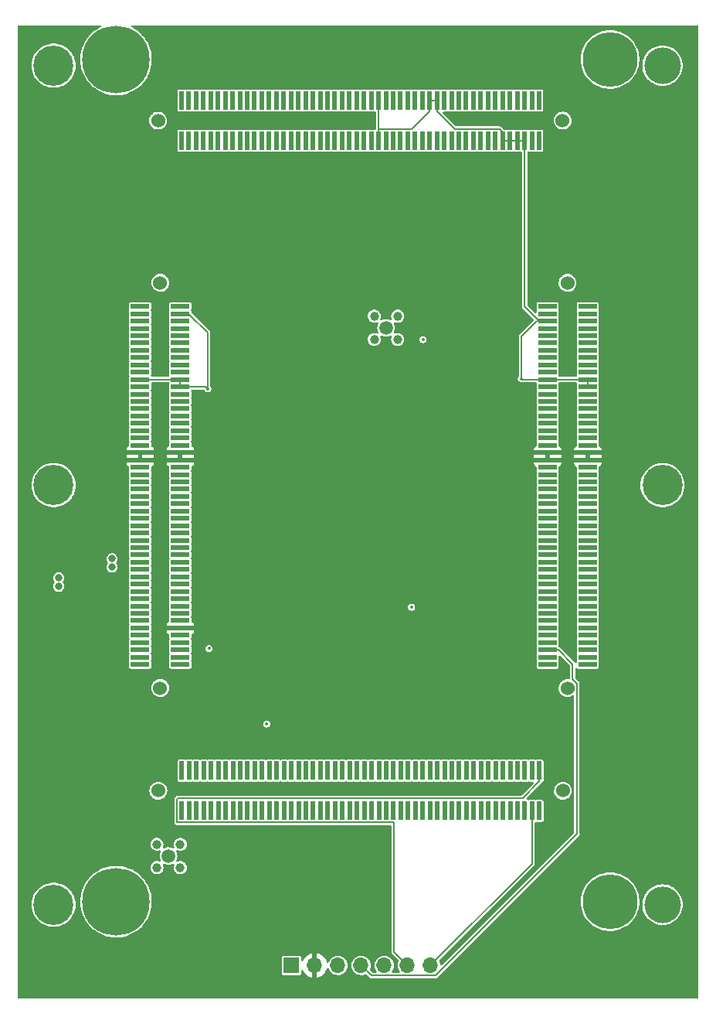
<source format=gtl>
%TF.GenerationSoftware,KiCad,Pcbnew,(6.0.4-0)*%
%TF.CreationDate,2022-04-20T10:52:19-05:00*%
%TF.ProjectId,payload_board,7061796c-6f61-4645-9f62-6f6172642e6b,3*%
%TF.SameCoordinates,Original*%
%TF.FileFunction,Copper,L1,Top*%
%TF.FilePolarity,Positive*%
%FSLAX46Y46*%
G04 Gerber Fmt 4.6, Leading zero omitted, Abs format (unit mm)*
G04 Created by KiCad (PCBNEW (6.0.4-0)) date 2022-04-20 10:52:19*
%MOMM*%
%LPD*%
G01*
G04 APERTURE LIST*
%TA.AperFunction,SMDPad,CuDef*%
%ADD10R,0.500000X2.000000*%
%TD*%
%TA.AperFunction,ComponentPad*%
%ADD11C,1.524000*%
%TD*%
%TA.AperFunction,SMDPad,CuDef*%
%ADD12R,2.000000X0.500000*%
%TD*%
%TA.AperFunction,ComponentPad*%
%ADD13C,0.808000*%
%TD*%
%TA.AperFunction,ComponentPad*%
%ADD14O,1.700000X1.700000*%
%TD*%
%TA.AperFunction,ComponentPad*%
%ADD15R,1.700000X1.700000*%
%TD*%
%TA.AperFunction,ComponentPad*%
%ADD16C,1.000000*%
%TD*%
%TA.AperFunction,ComponentPad*%
%ADD17C,1.500000*%
%TD*%
%TA.AperFunction,ComponentPad*%
%ADD18C,6.000000*%
%TD*%
%TA.AperFunction,ComponentPad*%
%ADD19C,4.000000*%
%TD*%
%TA.AperFunction,ComponentPad*%
%ADD20C,7.400000*%
%TD*%
%TA.AperFunction,ComponentPad*%
%ADD21C,4.400000*%
%TD*%
%TA.AperFunction,ViaPad*%
%ADD22C,0.355600*%
%TD*%
%TA.AperFunction,Conductor*%
%ADD23C,0.177800*%
%TD*%
G04 APERTURE END LIST*
D10*
X107345000Y-58455000D03*
X107345000Y-62855000D03*
X106545000Y-58455000D03*
X106545000Y-62855000D03*
X105745000Y-58455000D03*
X105745000Y-62855000D03*
X104945000Y-58455000D03*
X104945000Y-62855000D03*
X104145000Y-58455000D03*
X104145000Y-62855000D03*
X103345000Y-58455000D03*
X103345000Y-62855000D03*
X102545000Y-58455000D03*
X102545000Y-62855000D03*
X101745000Y-58455000D03*
X101745000Y-62855000D03*
X100945000Y-58455000D03*
X100945000Y-62855000D03*
X100145000Y-58455000D03*
X100145000Y-62855000D03*
X99345000Y-58455000D03*
X99345000Y-62855000D03*
X98545000Y-58455000D03*
X98545000Y-62855000D03*
X97745000Y-58455000D03*
X97745000Y-62855000D03*
X96945000Y-58455000D03*
X96945000Y-62855000D03*
X96145000Y-58455000D03*
X96145000Y-62855000D03*
X95345000Y-58455000D03*
X95345000Y-62855000D03*
X94545000Y-58455000D03*
X94545000Y-62855000D03*
X93745000Y-58455000D03*
X93745000Y-62855000D03*
X92945000Y-58455000D03*
X92945000Y-62855000D03*
X92145000Y-58455000D03*
X92145000Y-62855000D03*
X91345000Y-58455000D03*
X91345000Y-62855000D03*
X90545000Y-58455000D03*
X90545000Y-62855000D03*
X89745000Y-58455000D03*
X89745000Y-62855000D03*
X88945000Y-58455000D03*
X88945000Y-62855000D03*
X88145000Y-58455000D03*
X88145000Y-62855000D03*
X87345000Y-58455000D03*
X87345000Y-62855000D03*
X86545000Y-58455000D03*
X86545000Y-62855000D03*
X85745000Y-58455000D03*
X85745000Y-62855000D03*
X84945000Y-58455000D03*
X84945000Y-62855000D03*
X84145000Y-58455000D03*
X84145000Y-62855000D03*
X83345000Y-58455000D03*
X83345000Y-62855000D03*
X82545000Y-58455000D03*
X82545000Y-62855000D03*
X81745000Y-58455000D03*
X81745000Y-62855000D03*
X80945000Y-58455000D03*
X80945000Y-62855000D03*
X80145000Y-58455000D03*
X80145000Y-62855000D03*
X79345000Y-58455000D03*
X79345000Y-62855000D03*
X78545000Y-58455000D03*
X78545000Y-62855000D03*
X77745000Y-58455000D03*
X77745000Y-62855000D03*
X76945000Y-58455000D03*
X76945000Y-62855000D03*
X76145000Y-58455000D03*
X76145000Y-62855000D03*
X75345000Y-58455000D03*
X75345000Y-62855000D03*
X74545000Y-58455000D03*
X74545000Y-62855000D03*
X73745000Y-58455000D03*
X73745000Y-62855000D03*
X72945000Y-58455000D03*
X72945000Y-62855000D03*
X72145000Y-58455000D03*
X72145000Y-62855000D03*
X71345000Y-58455000D03*
X71345000Y-62855000D03*
X70545000Y-58455000D03*
X70545000Y-62855000D03*
X69745000Y-58455000D03*
X69745000Y-62855000D03*
X68945000Y-58455000D03*
X68945000Y-62855000D03*
X68145000Y-58455000D03*
X68145000Y-62855000D03*
D11*
X65570800Y-60655000D03*
X109919200Y-60655000D03*
D12*
X68015000Y-120195000D03*
X63615000Y-120195000D03*
X68015000Y-119395000D03*
X63615000Y-119395000D03*
X68015000Y-118595000D03*
X63615000Y-118595000D03*
X68015000Y-117795000D03*
X63615000Y-117795000D03*
X68015000Y-116995000D03*
X63615000Y-116995000D03*
X68015000Y-116195000D03*
X63615000Y-116195000D03*
X68015000Y-115395000D03*
X63615000Y-115395000D03*
X68015000Y-114595000D03*
X63615000Y-114595000D03*
X68015000Y-113795000D03*
X63615000Y-113795000D03*
X68015000Y-112995000D03*
X63615000Y-112995000D03*
X68015000Y-112195000D03*
X63615000Y-112195000D03*
X68015000Y-111395000D03*
X63615000Y-111395000D03*
X68015000Y-110595000D03*
X63615000Y-110595000D03*
X68015000Y-109795000D03*
X63615000Y-109795000D03*
X68015000Y-108995000D03*
X63615000Y-108995000D03*
X68015000Y-108195000D03*
X63615000Y-108195000D03*
X68015000Y-107395000D03*
X63615000Y-107395000D03*
X68015000Y-106595000D03*
X63615000Y-106595000D03*
X68015000Y-105795000D03*
X63615000Y-105795000D03*
X68015000Y-104995000D03*
X63615000Y-104995000D03*
X68015000Y-104195000D03*
X63615000Y-104195000D03*
X68015000Y-103395000D03*
X63615000Y-103395000D03*
X68015000Y-102595000D03*
X63615000Y-102595000D03*
X68015000Y-101795000D03*
X63615000Y-101795000D03*
X68015000Y-100995000D03*
X63615000Y-100995000D03*
X68015000Y-100195000D03*
X63615000Y-100195000D03*
X68015000Y-99395000D03*
X63615000Y-99395000D03*
X68015000Y-98595000D03*
X63615000Y-98595000D03*
X68015000Y-97795000D03*
X63615000Y-97795000D03*
X68015000Y-96995000D03*
X63615000Y-96995000D03*
X68015000Y-96195000D03*
X63615000Y-96195000D03*
X68015000Y-95395000D03*
X63615000Y-95395000D03*
X68015000Y-94595000D03*
X63615000Y-94595000D03*
X68015000Y-93795000D03*
X63615000Y-93795000D03*
X68015000Y-92995000D03*
X63615000Y-92995000D03*
X68015000Y-92195000D03*
X63615000Y-92195000D03*
X68015000Y-91395000D03*
X63615000Y-91395000D03*
X68015000Y-90595000D03*
X63615000Y-90595000D03*
X68015000Y-89795000D03*
X63615000Y-89795000D03*
X68015000Y-88995000D03*
X63615000Y-88995000D03*
X68015000Y-88195000D03*
X63615000Y-88195000D03*
X68015000Y-87395000D03*
X63615000Y-87395000D03*
X68015000Y-86595000D03*
X63615000Y-86595000D03*
X68015000Y-85795000D03*
X63615000Y-85795000D03*
X68015000Y-84995000D03*
X63615000Y-84995000D03*
X68015000Y-84195000D03*
X63615000Y-84195000D03*
X68015000Y-83395000D03*
X63615000Y-83395000D03*
X68015000Y-82595000D03*
X63615000Y-82595000D03*
X68015000Y-81795000D03*
X63615000Y-81795000D03*
X68015000Y-80995000D03*
X63615000Y-80995000D03*
D11*
X65815000Y-78420800D03*
X65815000Y-122769200D03*
D10*
X68180000Y-136220000D03*
X68180000Y-131820000D03*
X68980000Y-136220000D03*
X68980000Y-131820000D03*
X69780000Y-136220000D03*
X69780000Y-131820000D03*
X70580000Y-136220000D03*
X70580000Y-131820000D03*
X71380000Y-136220000D03*
X71380000Y-131820000D03*
X72180000Y-136220000D03*
X72180000Y-131820000D03*
X72980000Y-136220000D03*
X72980000Y-131820000D03*
X73780000Y-136220000D03*
X73780000Y-131820000D03*
X74580000Y-136220000D03*
X74580000Y-131820000D03*
X75380000Y-136220000D03*
X75380000Y-131820000D03*
X76180000Y-136220000D03*
X76180000Y-131820000D03*
X76980000Y-136220000D03*
X76980000Y-131820000D03*
X77780000Y-136220000D03*
X77780000Y-131820000D03*
X78580000Y-136220000D03*
X78580000Y-131820000D03*
X79380000Y-136220000D03*
X79380000Y-131820000D03*
X80180000Y-136220000D03*
X80180000Y-131820000D03*
X80980000Y-136220000D03*
X80980000Y-131820000D03*
X81780000Y-136220000D03*
X81780000Y-131820000D03*
X82580000Y-136220000D03*
X82580000Y-131820000D03*
X83380000Y-136220000D03*
X83380000Y-131820000D03*
X84180000Y-136220000D03*
X84180000Y-131820000D03*
X84980000Y-136220000D03*
X84980000Y-131820000D03*
X85780000Y-136220000D03*
X85780000Y-131820000D03*
X86580000Y-136220000D03*
X86580000Y-131820000D03*
X87380000Y-136220000D03*
X87380000Y-131820000D03*
X88180000Y-136220000D03*
X88180000Y-131820000D03*
X88980000Y-136220000D03*
X88980000Y-131820000D03*
X89780000Y-136220000D03*
X89780000Y-131820000D03*
X90580000Y-136220000D03*
X90580000Y-131820000D03*
X91380000Y-136220000D03*
X91380000Y-131820000D03*
X92180000Y-136220000D03*
X92180000Y-131820000D03*
X92980000Y-136220000D03*
X92980000Y-131820000D03*
X93780000Y-136220000D03*
X93780000Y-131820000D03*
X94580000Y-136220000D03*
X94580000Y-131820000D03*
X95380000Y-136220000D03*
X95380000Y-131820000D03*
X96180000Y-136220000D03*
X96180000Y-131820000D03*
X96980000Y-136220000D03*
X96980000Y-131820000D03*
X97780000Y-136220000D03*
X97780000Y-131820000D03*
X98580000Y-136220000D03*
X98580000Y-131820000D03*
X99380000Y-136220000D03*
X99380000Y-131820000D03*
X100180000Y-136220000D03*
X100180000Y-131820000D03*
X100980000Y-136220000D03*
X100980000Y-131820000D03*
X101780000Y-136220000D03*
X101780000Y-131820000D03*
X102580000Y-136220000D03*
X102580000Y-131820000D03*
X103380000Y-136220000D03*
X103380000Y-131820000D03*
X104180000Y-136220000D03*
X104180000Y-131820000D03*
X104980000Y-136220000D03*
X104980000Y-131820000D03*
X105780000Y-136220000D03*
X105780000Y-131820000D03*
X106580000Y-136220000D03*
X106580000Y-131820000D03*
X107380000Y-136220000D03*
X107380000Y-131820000D03*
D11*
X109954200Y-134020000D03*
X65605800Y-134020000D03*
D12*
X112665000Y-120195000D03*
X108265000Y-120195000D03*
X112665000Y-119395000D03*
X108265000Y-119395000D03*
X112665000Y-118595000D03*
X108265000Y-118595000D03*
X112665000Y-117795000D03*
X108265000Y-117795000D03*
X112665000Y-116995000D03*
X108265000Y-116995000D03*
X112665000Y-116195000D03*
X108265000Y-116195000D03*
X112665000Y-115395000D03*
X108265000Y-115395000D03*
X112665000Y-114595000D03*
X108265000Y-114595000D03*
X112665000Y-113795000D03*
X108265000Y-113795000D03*
X112665000Y-112995000D03*
X108265000Y-112995000D03*
X112665000Y-112195000D03*
X108265000Y-112195000D03*
X112665000Y-111395000D03*
X108265000Y-111395000D03*
X112665000Y-110595000D03*
X108265000Y-110595000D03*
X112665000Y-109795000D03*
X108265000Y-109795000D03*
X112665000Y-108995000D03*
X108265000Y-108995000D03*
X112665000Y-108195000D03*
X108265000Y-108195000D03*
X112665000Y-107395000D03*
X108265000Y-107395000D03*
X112665000Y-106595000D03*
X108265000Y-106595000D03*
X112665000Y-105795000D03*
X108265000Y-105795000D03*
X112665000Y-104995000D03*
X108265000Y-104995000D03*
X112665000Y-104195000D03*
X108265000Y-104195000D03*
X112665000Y-103395000D03*
X108265000Y-103395000D03*
X112665000Y-102595000D03*
X108265000Y-102595000D03*
X112665000Y-101795000D03*
X108265000Y-101795000D03*
X112665000Y-100995000D03*
X108265000Y-100995000D03*
X112665000Y-100195000D03*
X108265000Y-100195000D03*
X112665000Y-99395000D03*
X108265000Y-99395000D03*
X112665000Y-98595000D03*
X108265000Y-98595000D03*
X112665000Y-97795000D03*
X108265000Y-97795000D03*
X112665000Y-96995000D03*
X108265000Y-96995000D03*
X112665000Y-96195000D03*
X108265000Y-96195000D03*
X112665000Y-95395000D03*
X108265000Y-95395000D03*
X112665000Y-94595000D03*
X108265000Y-94595000D03*
X112665000Y-93795000D03*
X108265000Y-93795000D03*
X112665000Y-92995000D03*
X108265000Y-92995000D03*
X112665000Y-92195000D03*
X108265000Y-92195000D03*
X112665000Y-91395000D03*
X108265000Y-91395000D03*
X112665000Y-90595000D03*
X108265000Y-90595000D03*
X112665000Y-89795000D03*
X108265000Y-89795000D03*
X112665000Y-88995000D03*
X108265000Y-88995000D03*
X112665000Y-88195000D03*
X108265000Y-88195000D03*
X112665000Y-87395000D03*
X108265000Y-87395000D03*
X112665000Y-86595000D03*
X108265000Y-86595000D03*
X112665000Y-85795000D03*
X108265000Y-85795000D03*
X112665000Y-84995000D03*
X108265000Y-84995000D03*
X112665000Y-84195000D03*
X108265000Y-84195000D03*
X112665000Y-83395000D03*
X108265000Y-83395000D03*
X112665000Y-82595000D03*
X108265000Y-82595000D03*
X112665000Y-81795000D03*
X108265000Y-81795000D03*
X112665000Y-80995000D03*
X108265000Y-80995000D03*
D11*
X110465000Y-78420800D03*
X110465000Y-122769200D03*
D13*
X54686300Y-111615100D03*
X54686300Y-110700700D03*
X60528300Y-109532300D03*
X60528300Y-108617900D03*
D14*
X95450000Y-153130000D03*
X92910000Y-153130000D03*
X90370000Y-153130000D03*
X87830000Y-153130000D03*
X85290000Y-153130000D03*
X82750000Y-153130000D03*
D15*
X80210000Y-153130000D03*
D16*
X68010000Y-142430000D03*
X68010000Y-139870000D03*
X65450000Y-139870000D03*
X65450000Y-142430000D03*
D17*
X66730000Y-141150000D03*
D16*
X91840000Y-84620000D03*
X91840000Y-82060000D03*
X89280000Y-82060000D03*
X89280000Y-84620000D03*
D17*
X90560000Y-83340000D03*
D18*
X115120000Y-146160000D03*
X115120000Y-53960000D03*
D19*
X120870000Y-146480000D03*
X120870000Y-54630000D03*
D20*
X60970000Y-146160000D03*
X60970000Y-53960000D03*
D21*
X54130000Y-146480000D03*
X120870000Y-100560000D03*
X54130000Y-100560000D03*
X54130000Y-54630000D03*
D22*
X71020000Y-90020000D03*
X105410000Y-88900000D03*
X71160000Y-118440000D03*
X77490000Y-126700000D03*
X93360000Y-113910000D03*
X94620000Y-84620000D03*
D23*
X91440000Y-137486211D02*
X91440000Y-151660000D01*
X91440000Y-151660000D02*
X92910000Y-153130000D01*
X107380000Y-131820000D02*
X107380000Y-132997800D01*
X107380000Y-132997800D02*
X105547844Y-134829956D01*
X105547844Y-134829956D02*
X67787622Y-134829956D01*
X67663789Y-134953789D02*
X67663789Y-137486211D01*
X67787622Y-134829956D02*
X67663789Y-134953789D01*
X67663789Y-137486211D02*
X91440000Y-137486211D01*
X106580000Y-136220000D02*
X106580000Y-142000000D01*
X106580000Y-142000000D02*
X95450000Y-153130000D01*
X112665000Y-88995000D02*
X112665000Y-89795000D01*
X108265000Y-88995000D02*
X112665000Y-88995000D01*
X105505000Y-88995000D02*
X105410000Y-88900000D01*
X108265000Y-88995000D02*
X105505000Y-88995000D01*
X107087200Y-82595000D02*
X105410000Y-84272200D01*
X108265000Y-82595000D02*
X107087200Y-82595000D01*
X105410000Y-84272200D02*
X105410000Y-88900000D01*
X63615000Y-88995000D02*
X68015000Y-88995000D01*
X68015000Y-88995000D02*
X68015000Y-89795000D01*
X70795000Y-89795000D02*
X71020000Y-90020000D01*
X68015000Y-89795000D02*
X70795000Y-89795000D01*
X71020000Y-83869938D02*
X71020000Y-90020000D01*
X68945062Y-81795000D02*
X71020000Y-83869938D01*
X68015000Y-81795000D02*
X68945062Y-81795000D01*
X95345000Y-58455000D02*
X96145000Y-58455000D01*
X103345000Y-62855000D02*
X104145000Y-62855000D01*
X104145000Y-62855000D02*
X104945000Y-62855000D01*
X104945000Y-62855000D02*
X105745000Y-62855000D01*
X103345000Y-61924938D02*
X103345000Y-62855000D01*
X98100499Y-61588299D02*
X103008361Y-61588299D01*
X103008361Y-61588299D02*
X103345000Y-61924938D01*
X96145000Y-59632800D02*
X98100499Y-61588299D01*
X96145000Y-58455000D02*
X96145000Y-59632800D01*
X89745000Y-58455000D02*
X89745000Y-62855000D01*
X89745000Y-61677200D02*
X89745000Y-62855000D01*
X89833901Y-61588299D02*
X89745000Y-61677200D01*
X93389501Y-61588299D02*
X89833901Y-61588299D01*
X95345000Y-59632800D02*
X93389501Y-61588299D01*
X95345000Y-58455000D02*
X95345000Y-59632800D01*
X107334938Y-82595000D02*
X108265000Y-82595000D01*
X105745000Y-81005062D02*
X107334938Y-82595000D01*
X105745000Y-62855000D02*
X105745000Y-81005062D01*
X95986017Y-154246701D02*
X88946701Y-154246701D01*
X111493701Y-138739017D02*
X95986017Y-154246701D01*
X111030000Y-121811722D02*
X111493701Y-122275423D01*
X111030000Y-120182200D02*
X111030000Y-121811722D01*
X88946701Y-154246701D02*
X87830000Y-153130000D01*
X111493701Y-122275423D02*
X111493701Y-138739017D01*
X109442800Y-118595000D02*
X111030000Y-120182200D01*
X108265000Y-118595000D02*
X109442800Y-118595000D01*
%TA.AperFunction,Conductor*%
G36*
X59257558Y-50228502D02*
G01*
X59304051Y-50282158D01*
X59314155Y-50352432D01*
X59284661Y-50417012D01*
X59250330Y-50444809D01*
X58907746Y-50633925D01*
X58582183Y-50859356D01*
X58281067Y-51116533D01*
X58007482Y-51402823D01*
X58005525Y-51405336D01*
X58005524Y-51405338D01*
X57802136Y-51666603D01*
X57764230Y-51715295D01*
X57762534Y-51717999D01*
X57762531Y-51718003D01*
X57755502Y-51729208D01*
X57553799Y-52050750D01*
X57378346Y-52405753D01*
X57377232Y-52408734D01*
X57377231Y-52408735D01*
X57317537Y-52568393D01*
X57239666Y-52776668D01*
X57139180Y-53159700D01*
X57138687Y-53162849D01*
X57138685Y-53162858D01*
X57091747Y-53462605D01*
X57077916Y-53550925D01*
X57077745Y-53554091D01*
X57077744Y-53554096D01*
X57065134Y-53786930D01*
X57056501Y-53946339D01*
X57056651Y-53949520D01*
X57074928Y-54337071D01*
X57075155Y-54341893D01*
X57075627Y-54345050D01*
X57075627Y-54345052D01*
X57080771Y-54379472D01*
X57133686Y-54733537D01*
X57134472Y-54736619D01*
X57134472Y-54736621D01*
X57181962Y-54922929D01*
X57231496Y-55117260D01*
X57302413Y-55311050D01*
X57346656Y-55431948D01*
X57367583Y-55489135D01*
X57540554Y-55845354D01*
X57748637Y-56182270D01*
X57750581Y-56184803D01*
X57986131Y-56491778D01*
X57989702Y-56496432D01*
X57991884Y-56498748D01*
X57991893Y-56498758D01*
X58198823Y-56718345D01*
X58261282Y-56784625D01*
X58263687Y-56786709D01*
X58263693Y-56786714D01*
X58509376Y-56999531D01*
X58560595Y-57043898D01*
X58884576Y-57271596D01*
X59048042Y-57363329D01*
X59185826Y-57440650D01*
X59229910Y-57465389D01*
X59232824Y-57466656D01*
X59232828Y-57466658D01*
X59267839Y-57481881D01*
X59593060Y-57623291D01*
X59772788Y-57680650D01*
X59967263Y-57742715D01*
X59967271Y-57742717D01*
X59970307Y-57743686D01*
X60021965Y-57754572D01*
X60354671Y-57824684D01*
X60354676Y-57824685D01*
X60357790Y-57825341D01*
X60751541Y-57867421D01*
X60754728Y-57867438D01*
X60754734Y-57867438D01*
X60934648Y-57868380D01*
X61147529Y-57869494D01*
X61253621Y-57859279D01*
X61538515Y-57831847D01*
X61538523Y-57831846D01*
X61541699Y-57831540D01*
X61930016Y-57753947D01*
X62221054Y-57664412D01*
X62305462Y-57638445D01*
X62305465Y-57638444D01*
X62308504Y-57637509D01*
X62311432Y-57636272D01*
X62311438Y-57636270D01*
X62475773Y-57566851D01*
X62673287Y-57483418D01*
X62676090Y-57481884D01*
X62676095Y-57481881D01*
X62873788Y-57373647D01*
X63020631Y-57293253D01*
X63346979Y-57068960D01*
X63518268Y-56923696D01*
X63646561Y-56814896D01*
X63646563Y-56814894D01*
X63648991Y-56812835D01*
X63651196Y-56810543D01*
X63651202Y-56810538D01*
X63791008Y-56665257D01*
X63923573Y-56527502D01*
X64167915Y-56215881D01*
X64179406Y-56197705D01*
X64316758Y-55980434D01*
X64379515Y-55881163D01*
X64453432Y-55732910D01*
X64554787Y-55529623D01*
X64556207Y-55526775D01*
X64668290Y-55230154D01*
X64695056Y-55159321D01*
X64695057Y-55159318D01*
X64696180Y-55156346D01*
X64707402Y-55114173D01*
X64797182Y-54776752D01*
X64798003Y-54773667D01*
X64799785Y-54762546D01*
X64836031Y-54536254D01*
X64860633Y-54382658D01*
X64862802Y-54345052D01*
X64879626Y-54053262D01*
X64883428Y-53987321D01*
X64883523Y-53960000D01*
X64881250Y-53915132D01*
X111906757Y-53915132D01*
X111921781Y-54273588D01*
X111976668Y-54628136D01*
X111977590Y-54631528D01*
X111977590Y-54631530D01*
X112004450Y-54730389D01*
X112070734Y-54974356D01*
X112202806Y-55307933D01*
X112371239Y-55624709D01*
X112373224Y-55627607D01*
X112373230Y-55627618D01*
X112571942Y-55917829D01*
X112571947Y-55917835D01*
X112573933Y-55920736D01*
X112576236Y-55923404D01*
X112799683Y-56182270D01*
X112808361Y-56192324D01*
X113071602Y-56436087D01*
X113074428Y-56438170D01*
X113074431Y-56438173D01*
X113143982Y-56489450D01*
X113360375Y-56648989D01*
X113671080Y-56828375D01*
X113754389Y-56864772D01*
X113996622Y-56970601D01*
X113996632Y-56970605D01*
X113999844Y-56972008D01*
X114003201Y-56973047D01*
X114003206Y-56973049D01*
X114138744Y-57015005D01*
X114342570Y-57078100D01*
X114694987Y-57145327D01*
X114891571Y-57160453D01*
X115049203Y-57172582D01*
X115049204Y-57172582D01*
X115052700Y-57172851D01*
X115270001Y-57165263D01*
X115407738Y-57160453D01*
X115407743Y-57160453D01*
X115411253Y-57160330D01*
X115414734Y-57159816D01*
X115762683Y-57108436D01*
X115762689Y-57108435D01*
X115766175Y-57107920D01*
X115769579Y-57107021D01*
X115769582Y-57107020D01*
X116109652Y-57017169D01*
X116109653Y-57017169D01*
X116113043Y-57016273D01*
X116447534Y-56886533D01*
X116765478Y-56720316D01*
X117020134Y-56548548D01*
X117059997Y-56521660D01*
X117059999Y-56521659D01*
X117062913Y-56519693D01*
X117336131Y-56287167D01*
X117405604Y-56213186D01*
X117579316Y-56028202D01*
X117579320Y-56028197D01*
X117581727Y-56025634D01*
X117583832Y-56022820D01*
X117583838Y-56022813D01*
X117794530Y-55741174D01*
X117796639Y-55738355D01*
X117978189Y-55428910D01*
X118124115Y-55101156D01*
X118232596Y-54759179D01*
X118258174Y-54630000D01*
X118656761Y-54630000D01*
X118675696Y-54918886D01*
X118676500Y-54922926D01*
X118676500Y-54922929D01*
X118715750Y-55120251D01*
X118732175Y-55202828D01*
X118733501Y-55206734D01*
X118733502Y-55206738D01*
X118807828Y-55425694D01*
X118825234Y-55476970D01*
X118827055Y-55480663D01*
X118827056Y-55480665D01*
X118849795Y-55526775D01*
X118953279Y-55736619D01*
X119114119Y-55977335D01*
X119116831Y-55980427D01*
X119116836Y-55980434D01*
X119296065Y-56184803D01*
X119305004Y-56194996D01*
X119308093Y-56197705D01*
X119519565Y-56383163D01*
X119519571Y-56383168D01*
X119522665Y-56385881D01*
X119763380Y-56546721D01*
X119767079Y-56548545D01*
X119767084Y-56548548D01*
X120008466Y-56667584D01*
X120023030Y-56674766D01*
X120026928Y-56676089D01*
X120026930Y-56676090D01*
X120293262Y-56766498D01*
X120293266Y-56766499D01*
X120297172Y-56767825D01*
X120301216Y-56768629D01*
X120301222Y-56768631D01*
X120577071Y-56823500D01*
X120577074Y-56823500D01*
X120581114Y-56824304D01*
X120585225Y-56824573D01*
X120585229Y-56824574D01*
X120865881Y-56842969D01*
X120870000Y-56843239D01*
X120874119Y-56842969D01*
X121154771Y-56824574D01*
X121154775Y-56824573D01*
X121158886Y-56824304D01*
X121162926Y-56823500D01*
X121162929Y-56823500D01*
X121438778Y-56768631D01*
X121438784Y-56768629D01*
X121442828Y-56767825D01*
X121446734Y-56766499D01*
X121446738Y-56766498D01*
X121713070Y-56676090D01*
X121713072Y-56676089D01*
X121716970Y-56674766D01*
X121731534Y-56667584D01*
X121972916Y-56548548D01*
X121972921Y-56548545D01*
X121976620Y-56546721D01*
X122217335Y-56385881D01*
X122220429Y-56383168D01*
X122220435Y-56383163D01*
X122431907Y-56197705D01*
X122434996Y-56194996D01*
X122443935Y-56184803D01*
X122623164Y-55980434D01*
X122623169Y-55980427D01*
X122625881Y-55977335D01*
X122786721Y-55736619D01*
X122890205Y-55526775D01*
X122912944Y-55480665D01*
X122912945Y-55480663D01*
X122914766Y-55476970D01*
X122932172Y-55425694D01*
X123006498Y-55206738D01*
X123006499Y-55206734D01*
X123007825Y-55202828D01*
X123024251Y-55120251D01*
X123063500Y-54922929D01*
X123063500Y-54922926D01*
X123064304Y-54918886D01*
X123083239Y-54630000D01*
X123081719Y-54606813D01*
X123064574Y-54345229D01*
X123064573Y-54345225D01*
X123064304Y-54341114D01*
X123051563Y-54277061D01*
X123008631Y-54061222D01*
X123008629Y-54061216D01*
X123007825Y-54057172D01*
X123006040Y-54051912D01*
X122916090Y-53786930D01*
X122916089Y-53786928D01*
X122914766Y-53783030D01*
X122786721Y-53523381D01*
X122625881Y-53282665D01*
X122623169Y-53279573D01*
X122623164Y-53279566D01*
X122437705Y-53068093D01*
X122434996Y-53065004D01*
X122332706Y-52975297D01*
X122220435Y-52876837D01*
X122220429Y-52876832D01*
X122217335Y-52874119D01*
X121976620Y-52713279D01*
X121972921Y-52711455D01*
X121972916Y-52711452D01*
X121720665Y-52587056D01*
X121720663Y-52587055D01*
X121716970Y-52585234D01*
X121713070Y-52583910D01*
X121446738Y-52493502D01*
X121446734Y-52493501D01*
X121442828Y-52492175D01*
X121438784Y-52491371D01*
X121438778Y-52491369D01*
X121162929Y-52436500D01*
X121162926Y-52436500D01*
X121158886Y-52435696D01*
X121154775Y-52435427D01*
X121154771Y-52435426D01*
X120874119Y-52417031D01*
X120870000Y-52416761D01*
X120865881Y-52417031D01*
X120585229Y-52435426D01*
X120585225Y-52435427D01*
X120581114Y-52435696D01*
X120577074Y-52436500D01*
X120577071Y-52436500D01*
X120301222Y-52491369D01*
X120301216Y-52491371D01*
X120297172Y-52492175D01*
X120293266Y-52493501D01*
X120293262Y-52493502D01*
X120026930Y-52583910D01*
X120023030Y-52585234D01*
X120019337Y-52587055D01*
X120019335Y-52587056D01*
X119846091Y-52672491D01*
X119763381Y-52713279D01*
X119522665Y-52874119D01*
X119519573Y-52876831D01*
X119519566Y-52876836D01*
X119407294Y-52975297D01*
X119305004Y-53065004D01*
X119302295Y-53068093D01*
X119116836Y-53279566D01*
X119116831Y-53279573D01*
X119114119Y-53282665D01*
X118953279Y-53523381D01*
X118825234Y-53783030D01*
X118823911Y-53786928D01*
X118823910Y-53786930D01*
X118733961Y-54051912D01*
X118732175Y-54057172D01*
X118731371Y-54061216D01*
X118731369Y-54061222D01*
X118688437Y-54277061D01*
X118675696Y-54341114D01*
X118675427Y-54345225D01*
X118675426Y-54345229D01*
X118658281Y-54606813D01*
X118656761Y-54630000D01*
X118258174Y-54630000D01*
X118302282Y-54407241D01*
X118331678Y-54057172D01*
X118332120Y-54051912D01*
X118332121Y-54051901D01*
X118332303Y-54049728D01*
X118332527Y-54033747D01*
X118333526Y-53962178D01*
X118333526Y-53962166D01*
X118333556Y-53960000D01*
X118332793Y-53946339D01*
X118313725Y-53605301D01*
X118313529Y-53601788D01*
X118306589Y-53560757D01*
X118254286Y-53251522D01*
X118254285Y-53251518D01*
X118253697Y-53248041D01*
X118154806Y-52903169D01*
X118075785Y-52711450D01*
X118019427Y-52574713D01*
X118019423Y-52574705D01*
X118018089Y-52571468D01*
X117888008Y-52334851D01*
X117846943Y-52260154D01*
X117846940Y-52260150D01*
X117845250Y-52257075D01*
X117638443Y-51963907D01*
X117400245Y-51695619D01*
X117133626Y-51455554D01*
X117130776Y-51453513D01*
X117130769Y-51453508D01*
X116844763Y-51248748D01*
X116844760Y-51248746D01*
X116841909Y-51246705D01*
X116528730Y-51071675D01*
X116197992Y-50932646D01*
X116194623Y-50931655D01*
X116194619Y-50931653D01*
X116042754Y-50886957D01*
X115853818Y-50831350D01*
X115570904Y-50781464D01*
X115503958Y-50769660D01*
X115503956Y-50769660D01*
X115500498Y-50769050D01*
X115496987Y-50768829D01*
X115496986Y-50768829D01*
X115145953Y-50746743D01*
X115145947Y-50746743D01*
X115142435Y-50746522D01*
X115041046Y-50751481D01*
X114787599Y-50763876D01*
X114787591Y-50763877D01*
X114784092Y-50764048D01*
X114780624Y-50764610D01*
X114780621Y-50764610D01*
X114433411Y-50820846D01*
X114433408Y-50820847D01*
X114429936Y-50821409D01*
X114426549Y-50822355D01*
X114426543Y-50822356D01*
X114256666Y-50869787D01*
X114084381Y-50917890D01*
X113918057Y-50985089D01*
X113754998Y-51050969D01*
X113754994Y-51050971D01*
X113751734Y-51052288D01*
X113748647Y-51053957D01*
X113748643Y-51053959D01*
X113712699Y-51073394D01*
X113436142Y-51222928D01*
X113141537Y-51427683D01*
X112871593Y-51664002D01*
X112629672Y-51928938D01*
X112418792Y-52219190D01*
X112241580Y-52531140D01*
X112100245Y-52860899D01*
X112099228Y-52864268D01*
X112009079Y-53162858D01*
X111996549Y-53204358D01*
X111995913Y-53207825D01*
X111933519Y-53547784D01*
X111931784Y-53557235D01*
X111906757Y-53915132D01*
X64881250Y-53915132D01*
X64874559Y-53783030D01*
X64863650Y-53567687D01*
X64863649Y-53567682D01*
X64863489Y-53564514D01*
X64820360Y-53282665D01*
X64804074Y-53176237D01*
X64804072Y-53176228D01*
X64803590Y-53173077D01*
X64726274Y-52874119D01*
X64705238Y-52792777D01*
X64705235Y-52792769D01*
X64704441Y-52789697D01*
X64700758Y-52779741D01*
X64568166Y-52421296D01*
X64568163Y-52421290D01*
X64567057Y-52418299D01*
X64392844Y-52062686D01*
X64387196Y-52053611D01*
X64185272Y-51729208D01*
X64183586Y-51726499D01*
X63975998Y-51457911D01*
X63943378Y-51415705D01*
X63943373Y-51415700D01*
X63941426Y-51413180D01*
X63783447Y-51246705D01*
X63671041Y-51128254D01*
X63671038Y-51128252D01*
X63668842Y-51125937D01*
X63444121Y-50932646D01*
X63371041Y-50869787D01*
X63371038Y-50869785D01*
X63368626Y-50867710D01*
X63043851Y-50641144D01*
X62697843Y-50448559D01*
X62695366Y-50447492D01*
X62643142Y-50399527D01*
X62625119Y-50330856D01*
X62647082Y-50263342D01*
X62702060Y-50218421D01*
X62751066Y-50208500D01*
X124665500Y-50208500D01*
X124733621Y-50228502D01*
X124780114Y-50282158D01*
X124791500Y-50334500D01*
X124791500Y-156665500D01*
X124771498Y-156733621D01*
X124717842Y-156780114D01*
X124665500Y-156791500D01*
X50334500Y-156791500D01*
X50266379Y-156771498D01*
X50219886Y-156717842D01*
X50208500Y-156665500D01*
X50208500Y-152259463D01*
X79151500Y-152259463D01*
X79151501Y-154000536D01*
X79163597Y-154061353D01*
X79170490Y-154071669D01*
X79170491Y-154071671D01*
X79189198Y-154099667D01*
X79209680Y-154130320D01*
X79278647Y-154176403D01*
X79290816Y-154178824D01*
X79290817Y-154178824D01*
X79332519Y-154187119D01*
X79339463Y-154188500D01*
X80209859Y-154188500D01*
X81080536Y-154188499D01*
X81141353Y-154176403D01*
X81151670Y-154169510D01*
X81151671Y-154169509D01*
X81200007Y-154137211D01*
X81210320Y-154130320D01*
X81256403Y-154061353D01*
X81258825Y-154049180D01*
X81267293Y-154006605D01*
X81268500Y-154000537D01*
X81268500Y-153736454D01*
X81288502Y-153668333D01*
X81342158Y-153621840D01*
X81412432Y-153611736D01*
X81477012Y-153641230D01*
X81511243Y-153689050D01*
X81531770Y-153739603D01*
X81536413Y-153748794D01*
X81647694Y-153930388D01*
X81653777Y-153938699D01*
X81793213Y-154099667D01*
X81800580Y-154106883D01*
X81964434Y-154242916D01*
X81972881Y-154248831D01*
X82156756Y-154356279D01*
X82166042Y-154360729D01*
X82365001Y-154436703D01*
X82374899Y-154439579D01*
X82478250Y-154460606D01*
X82492299Y-154459410D01*
X82496000Y-154449065D01*
X82496000Y-154448517D01*
X83004000Y-154448517D01*
X83008064Y-154462359D01*
X83021478Y-154464393D01*
X83028184Y-154463534D01*
X83038262Y-154461392D01*
X83242255Y-154400191D01*
X83251842Y-154396433D01*
X83443095Y-154302739D01*
X83451945Y-154297464D01*
X83625328Y-154173792D01*
X83633200Y-154167139D01*
X83784052Y-154016812D01*
X83790730Y-154008965D01*
X83915003Y-153836020D01*
X83920313Y-153827183D01*
X84014670Y-153636267D01*
X84018469Y-153626672D01*
X84055311Y-153505413D01*
X84094252Y-153446049D01*
X84159106Y-153417162D01*
X84229282Y-153427924D01*
X84282500Y-153474917D01*
X84296987Y-153507310D01*
X84301069Y-153521545D01*
X84303887Y-153527027D01*
X84303888Y-153527031D01*
X84376508Y-153668333D01*
X84395955Y-153706173D01*
X84524894Y-153868854D01*
X84529581Y-153872843D01*
X84529584Y-153872846D01*
X84678284Y-153999399D01*
X84682976Y-154003392D01*
X84864180Y-154104664D01*
X85061603Y-154168810D01*
X85267725Y-154193389D01*
X85273860Y-154192917D01*
X85273862Y-154192917D01*
X85468555Y-154177936D01*
X85468560Y-154177935D01*
X85474696Y-154177463D01*
X85480626Y-154175807D01*
X85480628Y-154175807D01*
X85574664Y-154149551D01*
X85674632Y-154121640D01*
X85680132Y-154118862D01*
X85854416Y-154030825D01*
X85854418Y-154030824D01*
X85859917Y-154028046D01*
X85986308Y-153929299D01*
X86018634Y-153904043D01*
X86018635Y-153904042D01*
X86023495Y-153900245D01*
X86159133Y-153743106D01*
X86162178Y-153737747D01*
X86258620Y-153567977D01*
X86261667Y-153562614D01*
X86327190Y-153365644D01*
X86353207Y-153159698D01*
X86353622Y-153130000D01*
X86333365Y-152923408D01*
X86283538Y-152758370D01*
X86275152Y-152730593D01*
X86275151Y-152730590D01*
X86273368Y-152724685D01*
X86262815Y-152704837D01*
X86178809Y-152546847D01*
X86178808Y-152546845D01*
X86175913Y-152541401D01*
X86103529Y-152452649D01*
X86048610Y-152385311D01*
X86048607Y-152385308D01*
X86044715Y-152380536D01*
X86037770Y-152374790D01*
X85889518Y-152252145D01*
X85889519Y-152252145D01*
X85884770Y-152248217D01*
X85879353Y-152245288D01*
X85879350Y-152245286D01*
X85707590Y-152152416D01*
X85707585Y-152152414D01*
X85702170Y-152149486D01*
X85503871Y-152088102D01*
X85497746Y-152087458D01*
X85497745Y-152087458D01*
X85303554Y-152067048D01*
X85303552Y-152067048D01*
X85297425Y-152066404D01*
X85228168Y-152072707D01*
X85096836Y-152084659D01*
X85096833Y-152084660D01*
X85090697Y-152085218D01*
X85084791Y-152086956D01*
X85084787Y-152086957D01*
X84990362Y-152114748D01*
X84891560Y-152143827D01*
X84707600Y-152239999D01*
X84545823Y-152370071D01*
X84541865Y-152374788D01*
X84541863Y-152374790D01*
X84537042Y-152380536D01*
X84412391Y-152529089D01*
X84409427Y-152534481D01*
X84409424Y-152534485D01*
X84363868Y-152617352D01*
X84312387Y-152710995D01*
X84310524Y-152716867D01*
X84310523Y-152716870D01*
X84297359Y-152758370D01*
X84257697Y-152817255D01*
X84192495Y-152845348D01*
X84122455Y-152833731D01*
X84069815Y-152786092D01*
X84055053Y-152750969D01*
X84041214Y-152695875D01*
X84037894Y-152686124D01*
X83952972Y-152490814D01*
X83948105Y-152481739D01*
X83832426Y-152302926D01*
X83826136Y-152294757D01*
X83682806Y-152137240D01*
X83675273Y-152130215D01*
X83508139Y-151998222D01*
X83499552Y-151992517D01*
X83313117Y-151889599D01*
X83303705Y-151885369D01*
X83102959Y-151814280D01*
X83092988Y-151811646D01*
X83021837Y-151798972D01*
X83008540Y-151800432D01*
X83004000Y-151814989D01*
X83004000Y-154448517D01*
X82496000Y-154448517D01*
X82496000Y-151813102D01*
X82492082Y-151799758D01*
X82477806Y-151797771D01*
X82439324Y-151803660D01*
X82429288Y-151806051D01*
X82226868Y-151872212D01*
X82217359Y-151876209D01*
X82028463Y-151974542D01*
X82019738Y-151980036D01*
X81849433Y-152107905D01*
X81841726Y-152114748D01*
X81694590Y-152268717D01*
X81688104Y-152276727D01*
X81568098Y-152452649D01*
X81563000Y-152461623D01*
X81508787Y-152578415D01*
X81461963Y-152631782D01*
X81393720Y-152651363D01*
X81325724Y-152630940D01*
X81279564Y-152576997D01*
X81268499Y-152525365D01*
X81268499Y-152259464D01*
X81256403Y-152198647D01*
X81236565Y-152168957D01*
X81217211Y-152139993D01*
X81210320Y-152129680D01*
X81141353Y-152083597D01*
X81129184Y-152081176D01*
X81129183Y-152081176D01*
X81086605Y-152072707D01*
X81080537Y-152071500D01*
X80210141Y-152071500D01*
X79339464Y-152071501D01*
X79278647Y-152083597D01*
X79268330Y-152090490D01*
X79268329Y-152090491D01*
X79242268Y-152107905D01*
X79209680Y-152129680D01*
X79163597Y-152198647D01*
X79161176Y-152210816D01*
X79161176Y-152210817D01*
X79155939Y-152237145D01*
X79151500Y-152259463D01*
X50208500Y-152259463D01*
X50208500Y-146480000D01*
X51716738Y-146480000D01*
X51735767Y-146782462D01*
X51792555Y-147080154D01*
X51793782Y-147083930D01*
X51871484Y-147323070D01*
X51886206Y-147368381D01*
X52015242Y-147642598D01*
X52177630Y-147898480D01*
X52180149Y-147901525D01*
X52180152Y-147901529D01*
X52236070Y-147969121D01*
X52370808Y-148131992D01*
X52591729Y-148339450D01*
X52836910Y-148517584D01*
X52840379Y-148519491D01*
X52840382Y-148519493D01*
X53056259Y-148638173D01*
X53102483Y-148663585D01*
X53106152Y-148665038D01*
X53106157Y-148665040D01*
X53269735Y-148729805D01*
X53384261Y-148775149D01*
X53677800Y-148850516D01*
X53978470Y-148888500D01*
X54281530Y-148888500D01*
X54582200Y-148850516D01*
X54875739Y-148775149D01*
X54990265Y-148729805D01*
X55153843Y-148665040D01*
X55153848Y-148665038D01*
X55157517Y-148663585D01*
X55203741Y-148638173D01*
X55419618Y-148519493D01*
X55419621Y-148519491D01*
X55423090Y-148517584D01*
X55668271Y-148339450D01*
X55889192Y-148131992D01*
X56023930Y-147969121D01*
X56079848Y-147901529D01*
X56079851Y-147901525D01*
X56082370Y-147898480D01*
X56244758Y-147642598D01*
X56373794Y-147368381D01*
X56388517Y-147323070D01*
X56466218Y-147083930D01*
X56467445Y-147080154D01*
X56524233Y-146782462D01*
X56543262Y-146480000D01*
X56524233Y-146177538D01*
X56518281Y-146146339D01*
X57056501Y-146146339D01*
X57056651Y-146149520D01*
X57072423Y-146483958D01*
X57075155Y-146541893D01*
X57133686Y-146933537D01*
X57231496Y-147317260D01*
X57302413Y-147511050D01*
X57349241Y-147639012D01*
X57367583Y-147689135D01*
X57540554Y-148045354D01*
X57587111Y-148120736D01*
X57720517Y-148336739D01*
X57748637Y-148382270D01*
X57758191Y-148394721D01*
X57987252Y-148693239D01*
X57989702Y-148696432D01*
X57991884Y-148698748D01*
X57991893Y-148698758D01*
X58170698Y-148888500D01*
X58261282Y-148984625D01*
X58263687Y-148986709D01*
X58263693Y-148986714D01*
X58527240Y-149215005D01*
X58560595Y-149243898D01*
X58884576Y-149471596D01*
X59229910Y-149665389D01*
X59232824Y-149666656D01*
X59232828Y-149666658D01*
X59267839Y-149681881D01*
X59593060Y-149823291D01*
X59772788Y-149880650D01*
X59967263Y-149942715D01*
X59967271Y-149942717D01*
X59970307Y-149943686D01*
X60021965Y-149954572D01*
X60354671Y-150024684D01*
X60354676Y-150024685D01*
X60357790Y-150025341D01*
X60751541Y-150067421D01*
X60754728Y-150067438D01*
X60754734Y-150067438D01*
X60934648Y-150068380D01*
X61147529Y-150069494D01*
X61253621Y-150059279D01*
X61538515Y-150031847D01*
X61538523Y-150031846D01*
X61541699Y-150031540D01*
X61930016Y-149953947D01*
X62221054Y-149864412D01*
X62305462Y-149838445D01*
X62305465Y-149838444D01*
X62308504Y-149837509D01*
X62311432Y-149836272D01*
X62311438Y-149836270D01*
X62475773Y-149766851D01*
X62673287Y-149683418D01*
X62676090Y-149681884D01*
X62676095Y-149681881D01*
X62825623Y-149600017D01*
X63020631Y-149493253D01*
X63346979Y-149268960D01*
X63462960Y-149170601D01*
X63646561Y-149014896D01*
X63646563Y-149014894D01*
X63648991Y-149012835D01*
X63651196Y-149010543D01*
X63651202Y-149010538D01*
X63804716Y-148851013D01*
X63923573Y-148727502D01*
X64167915Y-148415881D01*
X64178873Y-148398548D01*
X64347382Y-148131992D01*
X64379515Y-148081163D01*
X64556207Y-147726775D01*
X64690276Y-147371971D01*
X64695056Y-147359321D01*
X64695057Y-147359318D01*
X64696180Y-147356346D01*
X64703997Y-147326970D01*
X64770707Y-147076253D01*
X64798003Y-146973667D01*
X64799785Y-146962546D01*
X64836031Y-146736254D01*
X64860633Y-146582658D01*
X64862802Y-146545052D01*
X64870649Y-146408956D01*
X64883428Y-146187321D01*
X64883523Y-146160000D01*
X64869332Y-145879846D01*
X64863650Y-145767687D01*
X64863649Y-145767682D01*
X64863489Y-145764514D01*
X64815594Y-145451522D01*
X64804074Y-145376237D01*
X64804072Y-145376228D01*
X64803590Y-145373077D01*
X64723881Y-145064864D01*
X64705238Y-144992777D01*
X64705235Y-144992769D01*
X64704441Y-144989697D01*
X64700758Y-144979741D01*
X64568166Y-144621296D01*
X64568163Y-144621290D01*
X64567057Y-144618299D01*
X64404510Y-144286500D01*
X64394255Y-144265566D01*
X64394254Y-144265564D01*
X64392844Y-144262686D01*
X64387196Y-144253611D01*
X64185272Y-143929208D01*
X64183586Y-143926499D01*
X63975998Y-143657911D01*
X63943378Y-143615705D01*
X63943373Y-143615700D01*
X63941426Y-143613180D01*
X63783447Y-143446705D01*
X63671041Y-143328254D01*
X63671038Y-143328252D01*
X63668842Y-143325937D01*
X63452293Y-143139675D01*
X63371041Y-143069787D01*
X63371038Y-143069785D01*
X63368626Y-143067710D01*
X63043851Y-142841144D01*
X62697843Y-142648559D01*
X62694923Y-142647301D01*
X62694918Y-142647299D01*
X62337078Y-142493188D01*
X62337075Y-142493187D01*
X62334145Y-142491925D01*
X62114038Y-142422526D01*
X64736335Y-142422526D01*
X64755153Y-142592975D01*
X64757762Y-142600106D01*
X64757763Y-142600108D01*
X64765688Y-142621764D01*
X64814085Y-142754015D01*
X64909730Y-142896349D01*
X65036565Y-143011760D01*
X65187268Y-143093585D01*
X65353139Y-143137101D01*
X65440586Y-143138474D01*
X65517003Y-143139675D01*
X65517006Y-143139675D01*
X65524602Y-143139794D01*
X65532006Y-143138098D01*
X65532008Y-143138098D01*
X65620240Y-143117890D01*
X65691759Y-143101510D01*
X65844958Y-143024459D01*
X65850729Y-143019530D01*
X65850732Y-143019528D01*
X65969578Y-142918023D01*
X65975355Y-142913089D01*
X66075424Y-142773830D01*
X66139385Y-142614720D01*
X66143554Y-142585425D01*
X66162966Y-142449031D01*
X66162966Y-142449027D01*
X66163547Y-142444947D01*
X66163704Y-142430000D01*
X66147070Y-142292545D01*
X66144015Y-142267299D01*
X66144014Y-142267296D01*
X66143102Y-142259758D01*
X66140234Y-142252166D01*
X66122018Y-142203961D01*
X66102419Y-142152093D01*
X66097051Y-142081301D01*
X66130809Y-142018843D01*
X66192974Y-141984551D01*
X66263811Y-141989313D01*
X66281755Y-141997568D01*
X66344409Y-142032584D01*
X66523180Y-142090670D01*
X66709830Y-142112927D01*
X66715965Y-142112455D01*
X66715967Y-142112455D01*
X66891105Y-142098979D01*
X66891109Y-142098978D01*
X66897247Y-142098506D01*
X66982378Y-142074737D01*
X67072350Y-142049616D01*
X67072353Y-142049615D01*
X67078294Y-142047956D01*
X67183243Y-141994943D01*
X67253064Y-141982083D01*
X67318755Y-142009012D01*
X67359458Y-142067182D01*
X67362251Y-142138124D01*
X67357445Y-142153179D01*
X67322467Y-142242894D01*
X67318718Y-142252509D01*
X67317726Y-142260042D01*
X67317726Y-142260043D01*
X67302749Y-142373810D01*
X67296335Y-142422526D01*
X67315153Y-142592975D01*
X67317762Y-142600106D01*
X67317763Y-142600108D01*
X67325688Y-142621764D01*
X67374085Y-142754015D01*
X67469730Y-142896349D01*
X67596565Y-143011760D01*
X67747268Y-143093585D01*
X67913139Y-143137101D01*
X68000586Y-143138474D01*
X68077003Y-143139675D01*
X68077006Y-143139675D01*
X68084602Y-143139794D01*
X68092006Y-143138098D01*
X68092008Y-143138098D01*
X68180240Y-143117890D01*
X68251759Y-143101510D01*
X68404958Y-143024459D01*
X68410729Y-143019530D01*
X68410732Y-143019528D01*
X68529578Y-142918023D01*
X68535355Y-142913089D01*
X68635424Y-142773830D01*
X68699385Y-142614720D01*
X68703554Y-142585425D01*
X68722966Y-142449031D01*
X68722966Y-142449027D01*
X68723547Y-142444947D01*
X68723704Y-142430000D01*
X68707070Y-142292545D01*
X68704015Y-142267299D01*
X68704014Y-142267296D01*
X68703102Y-142259758D01*
X68700234Y-142252166D01*
X68645171Y-142106447D01*
X68642487Y-142099344D01*
X68606104Y-142046406D01*
X68549659Y-141964278D01*
X68549658Y-141964276D01*
X68545357Y-141958019D01*
X68539686Y-141952966D01*
X68422993Y-141848996D01*
X68422990Y-141848994D01*
X68417321Y-141843943D01*
X68409325Y-141839709D01*
X68299504Y-141781562D01*
X68265769Y-141763700D01*
X68231957Y-141755207D01*
X68106822Y-141723775D01*
X68106818Y-141723775D01*
X68099451Y-141721924D01*
X68091852Y-141721884D01*
X68091850Y-141721884D01*
X68020394Y-141721510D01*
X67927969Y-141721026D01*
X67920589Y-141722798D01*
X67920587Y-141722798D01*
X67768602Y-141759286D01*
X67768598Y-141759287D01*
X67761223Y-141761058D01*
X67747593Y-141768093D01*
X67677886Y-141781562D01*
X67611962Y-141755207D01*
X67570753Y-141697394D01*
X67567341Y-141626480D01*
X67580247Y-141593890D01*
X67606823Y-141547107D01*
X67609870Y-141541744D01*
X67669203Y-141363382D01*
X67692762Y-141176892D01*
X67693138Y-141150000D01*
X67674795Y-140962926D01*
X67620465Y-140782977D01*
X67578802Y-140704620D01*
X67564482Y-140635083D01*
X67590030Y-140568842D01*
X67647335Y-140526930D01*
X67718202Y-140522652D01*
X67736438Y-140528316D01*
X67740595Y-140529962D01*
X67747268Y-140533585D01*
X67913139Y-140577101D01*
X68000586Y-140578474D01*
X68077003Y-140579675D01*
X68077006Y-140579675D01*
X68084602Y-140579794D01*
X68092006Y-140578098D01*
X68092008Y-140578098D01*
X68154846Y-140563706D01*
X68251759Y-140541510D01*
X68404958Y-140464459D01*
X68410729Y-140459530D01*
X68410732Y-140459528D01*
X68529578Y-140358023D01*
X68535355Y-140353089D01*
X68620268Y-140234922D01*
X68630992Y-140219998D01*
X68630993Y-140219997D01*
X68635424Y-140213830D01*
X68699385Y-140054720D01*
X68723547Y-139884947D01*
X68723704Y-139870000D01*
X68703102Y-139699758D01*
X68642487Y-139539344D01*
X68545357Y-139398019D01*
X68539686Y-139392966D01*
X68422993Y-139288996D01*
X68422990Y-139288994D01*
X68417321Y-139283943D01*
X68409325Y-139279709D01*
X68272481Y-139207254D01*
X68272482Y-139207254D01*
X68265769Y-139203700D01*
X68248196Y-139199286D01*
X68106822Y-139163775D01*
X68106818Y-139163775D01*
X68099451Y-139161924D01*
X68091852Y-139161884D01*
X68091850Y-139161884D01*
X68020394Y-139161510D01*
X67927969Y-139161026D01*
X67920589Y-139162798D01*
X67920587Y-139162798D01*
X67768602Y-139199286D01*
X67768598Y-139199287D01*
X67761223Y-139201058D01*
X67608839Y-139279709D01*
X67479615Y-139392439D01*
X67381010Y-139532739D01*
X67318718Y-139692509D01*
X67296335Y-139862526D01*
X67315153Y-140032975D01*
X67317762Y-140040106D01*
X67317763Y-140040108D01*
X67357677Y-140149179D01*
X67362303Y-140220025D01*
X67327893Y-140282125D01*
X67265371Y-140315764D01*
X67194588Y-140310261D01*
X67179435Y-140303322D01*
X67103231Y-140262119D01*
X66923666Y-140206534D01*
X66917541Y-140205890D01*
X66917540Y-140205890D01*
X66742852Y-140187529D01*
X66742851Y-140187529D01*
X66736724Y-140186885D01*
X66659673Y-140193897D01*
X66555665Y-140203363D01*
X66555662Y-140203364D01*
X66549526Y-140203922D01*
X66543620Y-140205660D01*
X66543616Y-140205661D01*
X66410278Y-140244905D01*
X66369202Y-140256994D01*
X66363742Y-140259848D01*
X66363743Y-140259848D01*
X66277960Y-140304694D01*
X66208324Y-140318528D01*
X66142264Y-140292518D01*
X66100752Y-140234922D01*
X66096969Y-140164026D01*
X66102677Y-140146036D01*
X66136553Y-140061764D01*
X66139385Y-140054720D01*
X66163547Y-139884947D01*
X66163704Y-139870000D01*
X66143102Y-139699758D01*
X66082487Y-139539344D01*
X65985357Y-139398019D01*
X65979686Y-139392966D01*
X65862993Y-139288996D01*
X65862990Y-139288994D01*
X65857321Y-139283943D01*
X65849325Y-139279709D01*
X65712481Y-139207254D01*
X65712482Y-139207254D01*
X65705769Y-139203700D01*
X65688196Y-139199286D01*
X65546822Y-139163775D01*
X65546818Y-139163775D01*
X65539451Y-139161924D01*
X65531852Y-139161884D01*
X65531850Y-139161884D01*
X65460394Y-139161510D01*
X65367969Y-139161026D01*
X65360589Y-139162798D01*
X65360587Y-139162798D01*
X65208602Y-139199286D01*
X65208598Y-139199287D01*
X65201223Y-139201058D01*
X65048839Y-139279709D01*
X64919615Y-139392439D01*
X64821010Y-139532739D01*
X64758718Y-139692509D01*
X64736335Y-139862526D01*
X64755153Y-140032975D01*
X64757762Y-140040106D01*
X64757763Y-140040108D01*
X64765688Y-140061764D01*
X64814085Y-140194015D01*
X64818322Y-140200321D01*
X64818324Y-140200324D01*
X64855237Y-140255255D01*
X64909730Y-140336349D01*
X65036565Y-140451760D01*
X65187268Y-140533585D01*
X65353139Y-140577101D01*
X65440586Y-140578474D01*
X65517003Y-140579675D01*
X65517006Y-140579675D01*
X65524602Y-140579794D01*
X65532006Y-140578098D01*
X65532008Y-140578098D01*
X65594846Y-140563706D01*
X65691759Y-140541510D01*
X65714720Y-140529962D01*
X65714752Y-140529946D01*
X65784596Y-140517206D01*
X65850240Y-140544250D01*
X65890843Y-140602491D01*
X65893512Y-140673437D01*
X65881782Y-140703210D01*
X65847714Y-140765180D01*
X65847712Y-140765186D01*
X65844746Y-140770580D01*
X65787909Y-140949752D01*
X65766956Y-141136552D01*
X65782685Y-141323865D01*
X65834497Y-141504555D01*
X65837312Y-141510032D01*
X65837313Y-141510035D01*
X65882368Y-141597703D01*
X65895715Y-141667434D01*
X65869244Y-141733311D01*
X65811360Y-141774420D01*
X65740439Y-141777707D01*
X65719638Y-141769803D01*
X65719572Y-141769976D01*
X65712481Y-141767254D01*
X65705769Y-141763700D01*
X65671957Y-141755207D01*
X65546822Y-141723775D01*
X65546818Y-141723775D01*
X65539451Y-141721924D01*
X65531852Y-141721884D01*
X65531850Y-141721884D01*
X65460394Y-141721510D01*
X65367969Y-141721026D01*
X65360589Y-141722798D01*
X65360587Y-141722798D01*
X65208602Y-141759286D01*
X65208598Y-141759287D01*
X65201223Y-141761058D01*
X65048839Y-141839709D01*
X64919615Y-141952439D01*
X64821010Y-142092739D01*
X64813323Y-142112455D01*
X64762467Y-142242894D01*
X64758718Y-142252509D01*
X64757726Y-142260042D01*
X64757726Y-142260043D01*
X64742749Y-142373810D01*
X64736335Y-142422526D01*
X62114038Y-142422526D01*
X61956479Y-142372848D01*
X61681004Y-142315799D01*
X61571839Y-142293192D01*
X61571836Y-142293192D01*
X61568714Y-142292545D01*
X61251439Y-142259758D01*
X61177974Y-142252166D01*
X61177971Y-142252166D01*
X61174818Y-142251840D01*
X61171652Y-142251834D01*
X61171643Y-142251834D01*
X60976080Y-142251493D01*
X60778825Y-142251149D01*
X60384790Y-142290479D01*
X60381655Y-142291117D01*
X60381654Y-142291117D01*
X60374635Y-142292545D01*
X59996746Y-142369428D01*
X59618668Y-142487186D01*
X59254424Y-142642549D01*
X58907746Y-142833925D01*
X58582183Y-143059356D01*
X58281067Y-143316533D01*
X58007482Y-143602823D01*
X58005525Y-143605336D01*
X58005524Y-143605338D01*
X57802136Y-143866603D01*
X57764230Y-143915295D01*
X57762534Y-143917999D01*
X57762531Y-143918003D01*
X57665931Y-144071997D01*
X57553799Y-144250750D01*
X57378346Y-144605753D01*
X57377232Y-144608734D01*
X57377231Y-144608735D01*
X57317537Y-144768393D01*
X57239666Y-144976668D01*
X57139180Y-145359700D01*
X57138687Y-145362849D01*
X57138685Y-145362858D01*
X57102272Y-145595392D01*
X57077916Y-145750925D01*
X57077745Y-145754091D01*
X57077744Y-145754096D01*
X57059861Y-146084300D01*
X57056501Y-146146339D01*
X56518281Y-146146339D01*
X56467445Y-145879846D01*
X56413909Y-145715080D01*
X56375020Y-145595392D01*
X56375020Y-145595391D01*
X56373794Y-145591619D01*
X56244758Y-145317402D01*
X56082370Y-145061520D01*
X55889192Y-144828008D01*
X55668271Y-144620550D01*
X55423090Y-144442416D01*
X55413341Y-144437056D01*
X55160986Y-144298322D01*
X55160985Y-144298321D01*
X55157517Y-144296415D01*
X55153848Y-144294962D01*
X55153843Y-144294960D01*
X54879409Y-144186304D01*
X54879408Y-144186304D01*
X54875739Y-144184851D01*
X54582200Y-144109484D01*
X54281530Y-144071500D01*
X53978470Y-144071500D01*
X53677800Y-144109484D01*
X53384261Y-144184851D01*
X53380592Y-144186304D01*
X53380591Y-144186304D01*
X53106157Y-144294960D01*
X53106152Y-144294962D01*
X53102483Y-144296415D01*
X53099015Y-144298321D01*
X53099014Y-144298322D01*
X52846660Y-144437056D01*
X52836910Y-144442416D01*
X52591729Y-144620550D01*
X52370808Y-144828008D01*
X52177630Y-145061520D01*
X52015242Y-145317402D01*
X51886206Y-145591619D01*
X51884980Y-145595391D01*
X51884980Y-145595392D01*
X51846091Y-145715080D01*
X51792555Y-145879846D01*
X51735767Y-146177538D01*
X51716738Y-146480000D01*
X50208500Y-146480000D01*
X50208500Y-134006384D01*
X64630699Y-134006384D01*
X64646625Y-134196042D01*
X64699086Y-134378994D01*
X64701904Y-134384477D01*
X64783263Y-134542786D01*
X64783266Y-134542790D01*
X64786083Y-134548272D01*
X64904303Y-134697428D01*
X64908997Y-134701423D01*
X65033300Y-134807213D01*
X65049242Y-134820781D01*
X65215381Y-134913633D01*
X65396391Y-134972447D01*
X65585377Y-134994982D01*
X65591512Y-134994510D01*
X65591514Y-134994510D01*
X65769000Y-134980854D01*
X65769005Y-134980853D01*
X65775141Y-134980381D01*
X65781073Y-134978725D01*
X65781077Y-134978724D01*
X65882021Y-134950539D01*
X65923316Y-134939009D01*
X67361598Y-134939009D01*
X67363167Y-134950538D01*
X67363167Y-134950539D01*
X67365238Y-134965754D01*
X67366389Y-134982746D01*
X67366389Y-137434532D01*
X67365839Y-137445781D01*
X67362681Y-137456687D01*
X67363685Y-137468277D01*
X67365919Y-137494072D01*
X67366389Y-137504944D01*
X67366389Y-137513874D01*
X67367452Y-137519581D01*
X67367452Y-137519585D01*
X67367590Y-137520326D01*
X67369247Y-137532505D01*
X67372241Y-137567065D01*
X67377351Y-137577518D01*
X67378220Y-137580653D01*
X67379391Y-137583689D01*
X67381522Y-137595129D01*
X67387627Y-137605033D01*
X67399722Y-137624655D01*
X67405662Y-137635437D01*
X67420895Y-137666600D01*
X67429421Y-137674508D01*
X67431356Y-137677114D01*
X67433552Y-137679535D01*
X67439657Y-137689441D01*
X67448918Y-137696483D01*
X67467261Y-137710431D01*
X67476686Y-137718354D01*
X67493589Y-137734034D01*
X67493592Y-137734036D01*
X67502120Y-137741947D01*
X67512926Y-137746258D01*
X67515678Y-137747998D01*
X67518589Y-137749462D01*
X67527847Y-137756502D01*
X67561171Y-137766152D01*
X67572798Y-137770145D01*
X67605023Y-137783001D01*
X67611244Y-137783611D01*
X67614320Y-137783611D01*
X67617395Y-137783761D01*
X67617390Y-137783869D01*
X67623359Y-137784161D01*
X67634265Y-137787319D01*
X67671651Y-137784081D01*
X67682522Y-137783611D01*
X91016600Y-137783611D01*
X91084721Y-137803613D01*
X91131214Y-137857269D01*
X91142600Y-137909611D01*
X91142600Y-151608223D01*
X91142410Y-151610803D01*
X91140694Y-151615802D01*
X91141130Y-151627424D01*
X91141130Y-151627426D01*
X91142511Y-151664206D01*
X91142600Y-151668932D01*
X91142600Y-151687663D01*
X91143475Y-151692362D01*
X91143695Y-151695765D01*
X91144850Y-151726515D01*
X91149442Y-151737202D01*
X91150557Y-151742151D01*
X91153776Y-151752745D01*
X91155603Y-151757479D01*
X91157733Y-151768918D01*
X91168837Y-151786931D01*
X91170483Y-151789602D01*
X91178991Y-151805979D01*
X91188584Y-151828308D01*
X91192552Y-151833139D01*
X91194742Y-151835329D01*
X91196795Y-151837593D01*
X91196618Y-151837753D01*
X91203261Y-151846156D01*
X91209764Y-151853328D01*
X91215868Y-151863230D01*
X91237355Y-151879569D01*
X91250183Y-151890770D01*
X91914453Y-152555040D01*
X91948479Y-152617352D01*
X91943414Y-152688167D01*
X91935772Y-152704837D01*
X91935355Y-152705595D01*
X91935354Y-152705598D01*
X91932387Y-152710995D01*
X91869621Y-152908861D01*
X91868935Y-152914978D01*
X91868934Y-152914982D01*
X91847169Y-153109025D01*
X91846482Y-153115150D01*
X91863852Y-153322004D01*
X91921069Y-153521545D01*
X91923887Y-153527027D01*
X91923888Y-153527031D01*
X91996508Y-153668333D01*
X92015955Y-153706173D01*
X92046760Y-153745039D01*
X92073396Y-153810847D01*
X92060225Y-153880611D01*
X92011428Y-153932180D01*
X91948013Y-153949301D01*
X91336022Y-153949301D01*
X91267901Y-153929299D01*
X91221408Y-153875643D01*
X91211304Y-153805369D01*
X91233059Y-153750674D01*
X91235109Y-153747768D01*
X91239133Y-153743106D01*
X91242177Y-153737748D01*
X91242178Y-153737747D01*
X91338620Y-153567977D01*
X91341667Y-153562614D01*
X91407190Y-153365644D01*
X91433207Y-153159698D01*
X91433622Y-153130000D01*
X91413365Y-152923408D01*
X91363538Y-152758370D01*
X91355152Y-152730593D01*
X91355151Y-152730590D01*
X91353368Y-152724685D01*
X91342815Y-152704837D01*
X91258809Y-152546847D01*
X91258808Y-152546845D01*
X91255913Y-152541401D01*
X91183529Y-152452649D01*
X91128610Y-152385311D01*
X91128607Y-152385308D01*
X91124715Y-152380536D01*
X91117770Y-152374790D01*
X90969518Y-152252145D01*
X90969519Y-152252145D01*
X90964770Y-152248217D01*
X90959353Y-152245288D01*
X90959350Y-152245286D01*
X90787590Y-152152416D01*
X90787585Y-152152414D01*
X90782170Y-152149486D01*
X90583871Y-152088102D01*
X90577746Y-152087458D01*
X90577745Y-152087458D01*
X90383554Y-152067048D01*
X90383552Y-152067048D01*
X90377425Y-152066404D01*
X90308168Y-152072707D01*
X90176836Y-152084659D01*
X90176833Y-152084660D01*
X90170697Y-152085218D01*
X90164791Y-152086956D01*
X90164787Y-152086957D01*
X90070362Y-152114748D01*
X89971560Y-152143827D01*
X89787600Y-152239999D01*
X89625823Y-152370071D01*
X89621865Y-152374788D01*
X89621863Y-152374790D01*
X89617042Y-152380536D01*
X89492391Y-152529089D01*
X89489427Y-152534481D01*
X89489424Y-152534485D01*
X89443868Y-152617352D01*
X89392387Y-152710995D01*
X89329621Y-152908861D01*
X89328935Y-152914978D01*
X89328934Y-152914982D01*
X89307169Y-153109025D01*
X89306482Y-153115150D01*
X89323852Y-153322004D01*
X89381069Y-153521545D01*
X89383887Y-153527027D01*
X89383888Y-153527031D01*
X89456508Y-153668333D01*
X89475955Y-153706173D01*
X89506760Y-153745039D01*
X89533396Y-153810847D01*
X89520225Y-153880611D01*
X89471428Y-153932180D01*
X89408013Y-153949301D01*
X89122078Y-153949301D01*
X89053957Y-153929299D01*
X89032983Y-153912396D01*
X88825950Y-153705363D01*
X88791924Y-153643051D01*
X88796989Y-153572236D01*
X88799009Y-153567294D01*
X88801667Y-153562614D01*
X88867190Y-153365644D01*
X88893207Y-153159698D01*
X88893622Y-153130000D01*
X88873365Y-152923408D01*
X88823538Y-152758370D01*
X88815152Y-152730593D01*
X88815151Y-152730590D01*
X88813368Y-152724685D01*
X88802815Y-152704837D01*
X88718809Y-152546847D01*
X88718808Y-152546845D01*
X88715913Y-152541401D01*
X88643529Y-152452649D01*
X88588610Y-152385311D01*
X88588607Y-152385308D01*
X88584715Y-152380536D01*
X88577770Y-152374790D01*
X88429518Y-152252145D01*
X88429519Y-152252145D01*
X88424770Y-152248217D01*
X88419353Y-152245288D01*
X88419350Y-152245286D01*
X88247590Y-152152416D01*
X88247585Y-152152414D01*
X88242170Y-152149486D01*
X88043871Y-152088102D01*
X88037746Y-152087458D01*
X88037745Y-152087458D01*
X87843554Y-152067048D01*
X87843552Y-152067048D01*
X87837425Y-152066404D01*
X87768168Y-152072707D01*
X87636836Y-152084659D01*
X87636833Y-152084660D01*
X87630697Y-152085218D01*
X87624791Y-152086956D01*
X87624787Y-152086957D01*
X87530362Y-152114748D01*
X87431560Y-152143827D01*
X87247600Y-152239999D01*
X87085823Y-152370071D01*
X87081865Y-152374788D01*
X87081863Y-152374790D01*
X87077042Y-152380536D01*
X86952391Y-152529089D01*
X86949427Y-152534481D01*
X86949424Y-152534485D01*
X86903868Y-152617352D01*
X86852387Y-152710995D01*
X86789621Y-152908861D01*
X86788935Y-152914978D01*
X86788934Y-152914982D01*
X86767169Y-153109025D01*
X86766482Y-153115150D01*
X86783852Y-153322004D01*
X86841069Y-153521545D01*
X86843887Y-153527027D01*
X86843888Y-153527031D01*
X86916508Y-153668333D01*
X86935955Y-153706173D01*
X87064894Y-153868854D01*
X87069581Y-153872843D01*
X87069584Y-153872846D01*
X87218284Y-153999399D01*
X87222976Y-154003392D01*
X87404180Y-154104664D01*
X87601603Y-154168810D01*
X87807725Y-154193389D01*
X87813860Y-154192917D01*
X87813862Y-154192917D01*
X88008555Y-154177936D01*
X88008560Y-154177935D01*
X88014696Y-154177463D01*
X88020626Y-154175807D01*
X88020628Y-154175807D01*
X88114664Y-154149551D01*
X88214632Y-154121640D01*
X88257079Y-154100199D01*
X88326900Y-154087339D01*
X88392591Y-154114268D01*
X88402983Y-154123570D01*
X88699791Y-154420378D01*
X88701486Y-154422341D01*
X88703807Y-154427090D01*
X88712336Y-154435002D01*
X88712337Y-154435003D01*
X88739335Y-154460047D01*
X88742740Y-154463327D01*
X88755968Y-154476555D01*
X88759904Y-154479256D01*
X88762456Y-154481497D01*
X88776501Y-154494525D01*
X88776506Y-154494528D01*
X88785032Y-154502437D01*
X88795834Y-154506746D01*
X88800125Y-154509459D01*
X88809897Y-154514676D01*
X88814531Y-154516730D01*
X88824125Y-154523311D01*
X88843603Y-154527933D01*
X88847772Y-154528923D01*
X88865357Y-154534484D01*
X88887935Y-154543491D01*
X88894156Y-154544101D01*
X88897233Y-154544101D01*
X88900307Y-154544251D01*
X88900295Y-154544488D01*
X88910926Y-154545732D01*
X88920599Y-154546205D01*
X88931921Y-154548892D01*
X88943450Y-154547323D01*
X88943451Y-154547323D01*
X88958666Y-154545252D01*
X88975658Y-154544101D01*
X95934240Y-154544101D01*
X95936820Y-154544291D01*
X95941819Y-154546007D01*
X95953441Y-154545571D01*
X95953443Y-154545571D01*
X95990223Y-154544190D01*
X95994949Y-154544101D01*
X96013680Y-154544101D01*
X96018379Y-154543226D01*
X96021782Y-154543006D01*
X96052532Y-154541851D01*
X96063219Y-154537259D01*
X96068168Y-154536144D01*
X96078762Y-154532925D01*
X96083496Y-154531098D01*
X96094935Y-154528968D01*
X96115619Y-154516218D01*
X96131998Y-154507709D01*
X96146155Y-154501627D01*
X96154325Y-154498117D01*
X96159156Y-154494149D01*
X96161346Y-154491959D01*
X96163610Y-154489906D01*
X96163770Y-154490083D01*
X96172173Y-154483440D01*
X96179345Y-154476937D01*
X96189247Y-154470833D01*
X96205586Y-154449346D01*
X96216787Y-154436518D01*
X104538173Y-146115132D01*
X111906757Y-146115132D01*
X111921781Y-146473588D01*
X111931861Y-146538701D01*
X111970201Y-146786360D01*
X111976668Y-146828136D01*
X112070734Y-147174356D01*
X112202806Y-147507933D01*
X112371239Y-147824709D01*
X112373224Y-147827607D01*
X112373230Y-147827618D01*
X112571942Y-148117829D01*
X112571947Y-148117835D01*
X112573933Y-148120736D01*
X112583649Y-148131992D01*
X112799683Y-148382270D01*
X112808361Y-148392324D01*
X113071602Y-148636087D01*
X113074428Y-148638170D01*
X113074431Y-148638173D01*
X113108899Y-148663585D01*
X113360375Y-148848989D01*
X113363412Y-148850743D01*
X113363416Y-148850745D01*
X113427949Y-148888003D01*
X113671080Y-149028375D01*
X113674301Y-149029782D01*
X113996622Y-149170601D01*
X113996632Y-149170605D01*
X113999844Y-149172008D01*
X114003201Y-149173047D01*
X114003206Y-149173049D01*
X114138744Y-149215005D01*
X114342570Y-149278100D01*
X114694987Y-149345327D01*
X114891571Y-149360453D01*
X115049203Y-149372582D01*
X115049204Y-149372582D01*
X115052700Y-149372851D01*
X115270001Y-149365263D01*
X115407738Y-149360453D01*
X115407743Y-149360453D01*
X115411253Y-149360330D01*
X115414734Y-149359816D01*
X115762683Y-149308436D01*
X115762689Y-149308435D01*
X115766175Y-149307920D01*
X115769579Y-149307021D01*
X115769582Y-149307020D01*
X116109652Y-149217169D01*
X116109653Y-149217169D01*
X116113043Y-149216273D01*
X116447534Y-149086533D01*
X116765478Y-148920316D01*
X116980696Y-148775149D01*
X117059997Y-148721660D01*
X117059999Y-148721659D01*
X117062913Y-148719693D01*
X117336131Y-148487167D01*
X117437193Y-148379547D01*
X117579316Y-148228202D01*
X117579320Y-148228197D01*
X117581727Y-148225634D01*
X117583832Y-148222820D01*
X117583838Y-148222813D01*
X117794530Y-147941174D01*
X117796639Y-147938355D01*
X117820034Y-147898480D01*
X117922519Y-147723797D01*
X117978189Y-147628910D01*
X118124115Y-147301156D01*
X118232596Y-146959179D01*
X118302282Y-146607241D01*
X118312967Y-146480000D01*
X118656761Y-146480000D01*
X118675696Y-146768886D01*
X118676500Y-146772926D01*
X118676500Y-146772929D01*
X118717043Y-146976752D01*
X118732175Y-147052828D01*
X118733501Y-147056734D01*
X118733502Y-147056738D01*
X118815330Y-147297795D01*
X118825234Y-147326970D01*
X118953279Y-147586619D01*
X119114119Y-147827335D01*
X119116831Y-147830427D01*
X119116836Y-147830434D01*
X119213954Y-147941174D01*
X119305004Y-148044996D01*
X119308093Y-148047705D01*
X119519565Y-148233163D01*
X119519571Y-148233168D01*
X119522665Y-148235881D01*
X119763380Y-148396721D01*
X119767079Y-148398545D01*
X119767084Y-148398548D01*
X120008466Y-148517584D01*
X120023030Y-148524766D01*
X120026928Y-148526089D01*
X120026930Y-148526090D01*
X120293262Y-148616498D01*
X120293266Y-148616499D01*
X120297172Y-148617825D01*
X120301216Y-148618629D01*
X120301222Y-148618631D01*
X120577071Y-148673500D01*
X120577074Y-148673500D01*
X120581114Y-148674304D01*
X120585225Y-148674573D01*
X120585229Y-148674574D01*
X120865881Y-148692969D01*
X120870000Y-148693239D01*
X120874119Y-148692969D01*
X121154771Y-148674574D01*
X121154775Y-148674573D01*
X121158886Y-148674304D01*
X121162926Y-148673500D01*
X121162929Y-148673500D01*
X121438778Y-148618631D01*
X121438784Y-148618629D01*
X121442828Y-148617825D01*
X121446734Y-148616499D01*
X121446738Y-148616498D01*
X121713070Y-148526090D01*
X121713072Y-148526089D01*
X121716970Y-148524766D01*
X121731534Y-148517584D01*
X121972916Y-148398548D01*
X121972921Y-148398545D01*
X121976620Y-148396721D01*
X122217335Y-148235881D01*
X122220429Y-148233168D01*
X122220435Y-148233163D01*
X122431907Y-148047705D01*
X122434996Y-148044996D01*
X122526046Y-147941174D01*
X122623164Y-147830434D01*
X122623169Y-147830427D01*
X122625881Y-147827335D01*
X122786721Y-147586619D01*
X122914766Y-147326970D01*
X122924670Y-147297795D01*
X123006498Y-147056738D01*
X123006499Y-147056734D01*
X123007825Y-147052828D01*
X123022958Y-146976752D01*
X123063500Y-146772929D01*
X123063500Y-146772926D01*
X123064304Y-146768886D01*
X123083239Y-146480000D01*
X123064304Y-146191114D01*
X123060828Y-146173640D01*
X123008631Y-145911222D01*
X123008629Y-145911216D01*
X123007825Y-145907172D01*
X122999874Y-145883747D01*
X122916090Y-145636930D01*
X122916089Y-145636928D01*
X122914766Y-145633030D01*
X122786721Y-145373381D01*
X122625881Y-145132665D01*
X122623169Y-145129573D01*
X122623164Y-145129566D01*
X122437705Y-144918093D01*
X122434996Y-144915004D01*
X122332706Y-144825297D01*
X122220435Y-144726837D01*
X122220429Y-144726832D01*
X122217335Y-144724119D01*
X121976620Y-144563279D01*
X121972921Y-144561455D01*
X121972916Y-144561452D01*
X121720665Y-144437056D01*
X121720663Y-144437055D01*
X121716970Y-144435234D01*
X121678744Y-144422258D01*
X121446738Y-144343502D01*
X121446734Y-144343501D01*
X121442828Y-144342175D01*
X121438784Y-144341371D01*
X121438778Y-144341369D01*
X121162929Y-144286500D01*
X121162926Y-144286500D01*
X121158886Y-144285696D01*
X121154775Y-144285427D01*
X121154771Y-144285426D01*
X120874119Y-144267031D01*
X120870000Y-144266761D01*
X120865881Y-144267031D01*
X120585229Y-144285426D01*
X120585225Y-144285427D01*
X120581114Y-144285696D01*
X120577074Y-144286500D01*
X120577071Y-144286500D01*
X120301222Y-144341369D01*
X120301216Y-144341371D01*
X120297172Y-144342175D01*
X120293266Y-144343501D01*
X120293262Y-144343502D01*
X120061256Y-144422258D01*
X120023030Y-144435234D01*
X120019337Y-144437055D01*
X120019335Y-144437056D01*
X119984575Y-144454198D01*
X119763381Y-144563279D01*
X119522665Y-144724119D01*
X119519573Y-144726831D01*
X119519566Y-144726836D01*
X119407294Y-144825297D01*
X119305004Y-144915004D01*
X119302295Y-144918093D01*
X119116836Y-145129566D01*
X119116831Y-145129573D01*
X119114119Y-145132665D01*
X118953279Y-145373381D01*
X118825234Y-145633030D01*
X118823911Y-145636928D01*
X118823910Y-145636930D01*
X118740127Y-145883747D01*
X118732175Y-145907172D01*
X118731371Y-145911216D01*
X118731369Y-145911222D01*
X118679172Y-146173640D01*
X118675696Y-146191114D01*
X118656761Y-146480000D01*
X118312967Y-146480000D01*
X118332303Y-146249728D01*
X118333175Y-146187321D01*
X118333526Y-146162178D01*
X118333526Y-146162166D01*
X118333556Y-146160000D01*
X118332793Y-146146339D01*
X118313725Y-145805301D01*
X118313529Y-145801788D01*
X118306589Y-145760757D01*
X118254286Y-145451522D01*
X118254285Y-145451518D01*
X118253697Y-145448041D01*
X118154806Y-145103169D01*
X118101440Y-144973694D01*
X118019427Y-144774713D01*
X118019423Y-144774705D01*
X118018089Y-144771468D01*
X117845250Y-144457075D01*
X117638443Y-144163907D01*
X117400245Y-143895619D01*
X117133626Y-143655554D01*
X117130776Y-143653513D01*
X117130769Y-143653508D01*
X116844763Y-143448748D01*
X116844760Y-143448746D01*
X116841909Y-143446705D01*
X116528730Y-143271675D01*
X116197992Y-143132646D01*
X116194623Y-143131655D01*
X116194619Y-143131653D01*
X116042754Y-143086957D01*
X115853818Y-143031350D01*
X115570904Y-142981464D01*
X115503958Y-142969660D01*
X115503956Y-142969660D01*
X115500498Y-142969050D01*
X115496987Y-142968829D01*
X115496986Y-142968829D01*
X115145953Y-142946743D01*
X115145947Y-142946743D01*
X115142435Y-142946522D01*
X115041046Y-142951481D01*
X114787599Y-142963876D01*
X114787591Y-142963877D01*
X114784092Y-142964048D01*
X114780624Y-142964610D01*
X114780621Y-142964610D01*
X114433411Y-143020846D01*
X114433408Y-143020847D01*
X114429936Y-143021409D01*
X114426549Y-143022355D01*
X114426543Y-143022356D01*
X114171431Y-143093585D01*
X114084381Y-143117890D01*
X114030167Y-143139794D01*
X113754998Y-143250969D01*
X113754994Y-143250971D01*
X113751734Y-143252288D01*
X113748647Y-143253957D01*
X113748643Y-143253959D01*
X113712699Y-143273394D01*
X113436142Y-143422928D01*
X113141537Y-143627683D01*
X112871593Y-143864002D01*
X112629672Y-144128938D01*
X112418792Y-144419190D01*
X112241580Y-144731140D01*
X112100245Y-145060899D01*
X112099228Y-145064268D01*
X112004782Y-145377090D01*
X111996549Y-145404358D01*
X111995913Y-145407825D01*
X111933519Y-145747784D01*
X111931784Y-145757235D01*
X111906757Y-146115132D01*
X104538173Y-146115132D01*
X111667378Y-138985927D01*
X111669341Y-138984232D01*
X111674090Y-138981911D01*
X111707047Y-138946383D01*
X111710327Y-138942978D01*
X111723555Y-138929750D01*
X111726256Y-138925814D01*
X111728497Y-138923262D01*
X111741525Y-138909217D01*
X111741528Y-138909212D01*
X111749437Y-138900686D01*
X111753746Y-138889884D01*
X111756459Y-138885593D01*
X111761676Y-138875821D01*
X111763730Y-138871187D01*
X111770311Y-138861593D01*
X111775923Y-138837946D01*
X111781484Y-138820361D01*
X111790491Y-138797783D01*
X111791101Y-138791562D01*
X111791101Y-138788485D01*
X111791251Y-138785411D01*
X111791488Y-138785423D01*
X111792732Y-138774792D01*
X111793205Y-138765119D01*
X111795892Y-138753797D01*
X111792252Y-138727052D01*
X111791101Y-138710060D01*
X111791101Y-122327200D01*
X111791291Y-122324620D01*
X111793007Y-122319621D01*
X111791190Y-122271217D01*
X111791101Y-122266491D01*
X111791101Y-122247760D01*
X111790226Y-122243061D01*
X111790005Y-122239647D01*
X111789830Y-122234977D01*
X111788851Y-122208907D01*
X111784260Y-122198221D01*
X111783146Y-122193277D01*
X111779925Y-122182678D01*
X111778099Y-122177945D01*
X111775968Y-122166505D01*
X111763216Y-122145817D01*
X111754713Y-122129447D01*
X111748630Y-122115289D01*
X111748628Y-122115285D01*
X111745117Y-122107114D01*
X111741149Y-122102284D01*
X111738966Y-122100101D01*
X111736912Y-122097836D01*
X111737088Y-122097677D01*
X111730440Y-122089267D01*
X111723937Y-122082095D01*
X111717833Y-122072193D01*
X111696346Y-122055854D01*
X111683518Y-122044653D01*
X111364305Y-121725440D01*
X111330279Y-121663128D01*
X111327400Y-121636345D01*
X111327400Y-120705914D01*
X111347402Y-120637793D01*
X111401058Y-120591300D01*
X111471332Y-120581196D01*
X111523402Y-120601149D01*
X111573328Y-120634509D01*
X111573332Y-120634511D01*
X111583647Y-120641403D01*
X111595816Y-120643824D01*
X111595817Y-120643824D01*
X111637519Y-120652119D01*
X111644463Y-120653500D01*
X112664835Y-120653500D01*
X113685536Y-120653499D01*
X113746353Y-120641403D01*
X113756670Y-120634510D01*
X113756671Y-120634509D01*
X113805007Y-120602211D01*
X113815320Y-120595320D01*
X113861403Y-120526353D01*
X113863825Y-120514180D01*
X113872293Y-120471605D01*
X113873500Y-120465537D01*
X113873499Y-119924464D01*
X113861403Y-119863647D01*
X113854508Y-119853328D01*
X113850320Y-119843217D01*
X113842731Y-119772627D01*
X113850320Y-119746781D01*
X113854506Y-119736674D01*
X113861403Y-119726353D01*
X113873500Y-119665537D01*
X113873499Y-119124464D01*
X113861403Y-119063647D01*
X113854508Y-119053328D01*
X113850320Y-119043217D01*
X113842731Y-118972627D01*
X113850320Y-118946781D01*
X113854506Y-118936674D01*
X113861403Y-118926353D01*
X113873500Y-118865537D01*
X113873499Y-118324464D01*
X113861403Y-118263647D01*
X113854508Y-118253328D01*
X113850320Y-118243217D01*
X113842731Y-118172627D01*
X113850320Y-118146781D01*
X113854506Y-118136674D01*
X113861403Y-118126353D01*
X113873500Y-118065537D01*
X113873499Y-117524464D01*
X113861403Y-117463647D01*
X113854508Y-117453328D01*
X113850320Y-117443217D01*
X113842731Y-117372627D01*
X113850320Y-117346781D01*
X113854506Y-117336674D01*
X113861403Y-117326353D01*
X113873500Y-117265537D01*
X113873499Y-116724464D01*
X113861403Y-116663647D01*
X113854508Y-116653328D01*
X113850320Y-116643217D01*
X113842731Y-116572627D01*
X113850320Y-116546781D01*
X113854506Y-116536674D01*
X113861403Y-116526353D01*
X113873500Y-116465537D01*
X113873499Y-115924464D01*
X113861403Y-115863647D01*
X113854508Y-115853328D01*
X113850320Y-115843217D01*
X113842731Y-115772627D01*
X113850320Y-115746781D01*
X113854506Y-115736674D01*
X113861403Y-115726353D01*
X113873500Y-115665537D01*
X113873499Y-115124464D01*
X113861403Y-115063647D01*
X113854508Y-115053328D01*
X113850320Y-115043217D01*
X113842731Y-114972627D01*
X113850320Y-114946781D01*
X113854506Y-114936674D01*
X113861403Y-114926353D01*
X113873500Y-114865537D01*
X113873499Y-114324464D01*
X113861403Y-114263647D01*
X113854508Y-114253328D01*
X113850320Y-114243217D01*
X113842731Y-114172627D01*
X113850320Y-114146781D01*
X113854506Y-114136674D01*
X113861403Y-114126353D01*
X113873500Y-114065537D01*
X113873499Y-113524464D01*
X113861403Y-113463647D01*
X113854508Y-113453328D01*
X113850320Y-113443217D01*
X113842731Y-113372627D01*
X113850320Y-113346781D01*
X113854506Y-113336674D01*
X113861403Y-113326353D01*
X113873500Y-113265537D01*
X113873499Y-112724464D01*
X113861403Y-112663647D01*
X113854508Y-112653328D01*
X113850320Y-112643217D01*
X113842731Y-112572627D01*
X113850320Y-112546781D01*
X113854506Y-112536674D01*
X113861403Y-112526353D01*
X113873500Y-112465537D01*
X113873499Y-111924464D01*
X113861403Y-111863647D01*
X113854508Y-111853328D01*
X113850320Y-111843217D01*
X113842731Y-111772627D01*
X113850320Y-111746781D01*
X113854506Y-111736674D01*
X113861403Y-111726353D01*
X113873500Y-111665537D01*
X113873499Y-111124464D01*
X113861403Y-111063647D01*
X113854508Y-111053328D01*
X113850320Y-111043217D01*
X113842731Y-110972627D01*
X113850320Y-110946781D01*
X113854506Y-110936674D01*
X113861403Y-110926353D01*
X113873500Y-110865537D01*
X113873499Y-110324464D01*
X113861403Y-110263647D01*
X113854508Y-110253328D01*
X113850320Y-110243217D01*
X113842731Y-110172627D01*
X113850320Y-110146781D01*
X113854506Y-110136674D01*
X113861403Y-110126353D01*
X113864095Y-110112822D01*
X113872293Y-110071605D01*
X113873500Y-110065537D01*
X113873499Y-109524464D01*
X113861403Y-109463647D01*
X113854508Y-109453328D01*
X113850320Y-109443217D01*
X113842731Y-109372627D01*
X113850320Y-109346781D01*
X113854506Y-109336674D01*
X113861403Y-109326353D01*
X113873500Y-109265537D01*
X113873499Y-108724464D01*
X113861403Y-108663647D01*
X113854508Y-108653328D01*
X113850320Y-108643217D01*
X113842731Y-108572627D01*
X113850320Y-108546781D01*
X113854506Y-108536674D01*
X113861403Y-108526353D01*
X113873500Y-108465537D01*
X113873499Y-107924464D01*
X113861403Y-107863647D01*
X113854508Y-107853328D01*
X113850320Y-107843217D01*
X113842731Y-107772627D01*
X113850320Y-107746781D01*
X113854506Y-107736674D01*
X113861403Y-107726353D01*
X113873500Y-107665537D01*
X113873499Y-107124464D01*
X113861403Y-107063647D01*
X113854508Y-107053328D01*
X113850320Y-107043217D01*
X113842731Y-106972627D01*
X113850320Y-106946781D01*
X113854506Y-106936674D01*
X113861403Y-106926353D01*
X113873500Y-106865537D01*
X113873499Y-106324464D01*
X113861403Y-106263647D01*
X113854508Y-106253328D01*
X113850320Y-106243217D01*
X113842731Y-106172627D01*
X113850320Y-106146781D01*
X113854506Y-106136674D01*
X113861403Y-106126353D01*
X113873500Y-106065537D01*
X113873499Y-105524464D01*
X113861403Y-105463647D01*
X113854508Y-105453328D01*
X113850320Y-105443217D01*
X113842731Y-105372627D01*
X113850320Y-105346781D01*
X113854506Y-105336674D01*
X113861403Y-105326353D01*
X113873500Y-105265537D01*
X113873499Y-104724464D01*
X113861403Y-104663647D01*
X113854508Y-104653328D01*
X113850320Y-104643217D01*
X113842731Y-104572627D01*
X113850320Y-104546781D01*
X113854506Y-104536674D01*
X113861403Y-104526353D01*
X113873500Y-104465537D01*
X113873499Y-103924464D01*
X113861403Y-103863647D01*
X113854508Y-103853328D01*
X113850320Y-103843217D01*
X113842731Y-103772627D01*
X113850320Y-103746781D01*
X113854506Y-103736674D01*
X113861403Y-103726353D01*
X113873500Y-103665537D01*
X113873499Y-103124464D01*
X113861403Y-103063647D01*
X113854508Y-103053328D01*
X113850320Y-103043217D01*
X113842731Y-102972627D01*
X113850320Y-102946781D01*
X113854506Y-102936674D01*
X113861403Y-102926353D01*
X113873500Y-102865537D01*
X113873499Y-102324464D01*
X113861403Y-102263647D01*
X113854508Y-102253328D01*
X113850320Y-102243217D01*
X113842731Y-102172627D01*
X113850320Y-102146781D01*
X113854506Y-102136674D01*
X113861403Y-102126353D01*
X113873500Y-102065537D01*
X113873499Y-101524464D01*
X113861403Y-101463647D01*
X113854508Y-101453328D01*
X113850320Y-101443217D01*
X113842731Y-101372627D01*
X113850320Y-101346781D01*
X113854506Y-101336674D01*
X113861403Y-101326353D01*
X113873500Y-101265537D01*
X113873499Y-100724464D01*
X113861403Y-100663647D01*
X113854508Y-100653328D01*
X113850320Y-100643217D01*
X113842731Y-100572627D01*
X113846439Y-100560000D01*
X118456738Y-100560000D01*
X118475767Y-100862462D01*
X118532555Y-101160154D01*
X118626206Y-101448381D01*
X118627893Y-101451967D01*
X118627895Y-101451971D01*
X118659150Y-101518392D01*
X118755242Y-101722598D01*
X118917630Y-101978480D01*
X119110808Y-102211992D01*
X119331729Y-102419450D01*
X119576910Y-102597584D01*
X119842483Y-102743585D01*
X119846152Y-102745038D01*
X119846157Y-102745040D01*
X120120591Y-102853696D01*
X120124261Y-102855149D01*
X120417800Y-102930516D01*
X120718470Y-102968500D01*
X121021530Y-102968500D01*
X121322200Y-102930516D01*
X121615739Y-102855149D01*
X121619409Y-102853696D01*
X121893843Y-102745040D01*
X121893848Y-102745038D01*
X121897517Y-102743585D01*
X122163090Y-102597584D01*
X122408271Y-102419450D01*
X122629192Y-102211992D01*
X122822370Y-101978480D01*
X122984758Y-101722598D01*
X123080850Y-101518392D01*
X123112105Y-101451971D01*
X123112107Y-101451967D01*
X123113794Y-101448381D01*
X123207445Y-101160154D01*
X123264233Y-100862462D01*
X123283262Y-100560000D01*
X123264233Y-100257538D01*
X123207445Y-99959846D01*
X123113794Y-99671619D01*
X123108020Y-99659347D01*
X122986445Y-99400988D01*
X122984758Y-99397402D01*
X122822370Y-99141520D01*
X122803240Y-99118395D01*
X122741047Y-99043217D01*
X122629192Y-98908008D01*
X122408271Y-98700550D01*
X122163090Y-98522416D01*
X122156024Y-98518531D01*
X121900986Y-98378322D01*
X121900985Y-98378321D01*
X121897517Y-98376415D01*
X121893848Y-98374962D01*
X121893843Y-98374960D01*
X121619409Y-98266304D01*
X121619408Y-98266304D01*
X121615739Y-98264851D01*
X121322200Y-98189484D01*
X121021530Y-98151500D01*
X120718470Y-98151500D01*
X120417800Y-98189484D01*
X120124261Y-98264851D01*
X120120592Y-98266304D01*
X120120591Y-98266304D01*
X119846157Y-98374960D01*
X119846152Y-98374962D01*
X119842483Y-98376415D01*
X119839015Y-98378321D01*
X119839014Y-98378322D01*
X119583977Y-98518531D01*
X119576910Y-98522416D01*
X119331729Y-98700550D01*
X119110808Y-98908008D01*
X118998953Y-99043217D01*
X118936761Y-99118395D01*
X118917630Y-99141520D01*
X118755242Y-99397402D01*
X118753555Y-99400988D01*
X118631981Y-99659347D01*
X118626206Y-99671619D01*
X118532555Y-99959846D01*
X118475767Y-100257538D01*
X118456738Y-100560000D01*
X113846439Y-100560000D01*
X113850320Y-100546781D01*
X113854506Y-100536674D01*
X113861403Y-100526353D01*
X113873500Y-100465537D01*
X113873499Y-99924464D01*
X113861403Y-99863647D01*
X113854508Y-99853328D01*
X113850320Y-99843217D01*
X113842731Y-99772627D01*
X113850320Y-99746781D01*
X113854506Y-99736674D01*
X113861403Y-99726353D01*
X113873500Y-99665537D01*
X113873499Y-99124464D01*
X113861403Y-99063647D01*
X113854508Y-99053328D01*
X113850320Y-99043217D01*
X113842731Y-98972627D01*
X113850320Y-98946781D01*
X113854506Y-98936674D01*
X113861403Y-98926353D01*
X113873500Y-98865537D01*
X113873499Y-98586649D01*
X113893501Y-98518531D01*
X113923934Y-98485825D01*
X114020724Y-98413285D01*
X114033285Y-98400724D01*
X114109786Y-98298649D01*
X114118324Y-98283054D01*
X114163478Y-98162606D01*
X114167105Y-98147351D01*
X114172631Y-98096486D01*
X114173000Y-98089672D01*
X114173000Y-98063115D01*
X114168525Y-98047876D01*
X114167135Y-98046671D01*
X114159452Y-98045000D01*
X111175116Y-98045000D01*
X111159877Y-98049475D01*
X111158672Y-98050865D01*
X111157001Y-98058548D01*
X111157001Y-98089669D01*
X111157371Y-98096490D01*
X111162895Y-98147352D01*
X111166521Y-98162604D01*
X111211676Y-98283054D01*
X111220214Y-98298649D01*
X111296715Y-98400724D01*
X111309276Y-98413285D01*
X111406065Y-98485824D01*
X111448580Y-98542683D01*
X111456500Y-98586650D01*
X111456501Y-98853058D01*
X111456501Y-98865536D01*
X111468597Y-98926353D01*
X111475492Y-98936672D01*
X111479680Y-98946783D01*
X111487269Y-99017373D01*
X111479680Y-99043219D01*
X111475494Y-99053326D01*
X111468597Y-99063647D01*
X111456500Y-99124463D01*
X111456501Y-99665536D01*
X111468597Y-99726353D01*
X111475492Y-99736672D01*
X111479680Y-99746783D01*
X111487269Y-99817373D01*
X111479680Y-99843219D01*
X111475494Y-99853326D01*
X111468597Y-99863647D01*
X111456500Y-99924463D01*
X111456501Y-100465536D01*
X111468597Y-100526353D01*
X111475492Y-100536672D01*
X111479680Y-100546783D01*
X111487269Y-100617373D01*
X111479680Y-100643219D01*
X111475494Y-100653326D01*
X111468597Y-100663647D01*
X111456500Y-100724463D01*
X111456501Y-101265536D01*
X111468597Y-101326353D01*
X111475492Y-101336672D01*
X111479680Y-101346783D01*
X111487269Y-101417373D01*
X111479680Y-101443219D01*
X111475494Y-101453326D01*
X111468597Y-101463647D01*
X111456500Y-101524463D01*
X111456501Y-102065536D01*
X111468597Y-102126353D01*
X111475492Y-102136672D01*
X111479680Y-102146783D01*
X111487269Y-102217373D01*
X111479680Y-102243219D01*
X111475494Y-102253326D01*
X111468597Y-102263647D01*
X111456500Y-102324463D01*
X111456501Y-102865536D01*
X111468597Y-102926353D01*
X111475492Y-102936672D01*
X111479680Y-102946783D01*
X111487269Y-103017373D01*
X111479680Y-103043219D01*
X111475494Y-103053326D01*
X111468597Y-103063647D01*
X111456500Y-103124463D01*
X111456501Y-103665536D01*
X111468597Y-103726353D01*
X111475492Y-103736672D01*
X111479680Y-103746783D01*
X111487269Y-103817373D01*
X111479680Y-103843219D01*
X111475494Y-103853326D01*
X111468597Y-103863647D01*
X111456500Y-103924463D01*
X111456501Y-104465536D01*
X111468597Y-104526353D01*
X111475492Y-104536672D01*
X111479680Y-104546783D01*
X111487269Y-104617373D01*
X111479680Y-104643219D01*
X111475494Y-104653326D01*
X111468597Y-104663647D01*
X111456500Y-104724463D01*
X111456501Y-105265536D01*
X111468597Y-105326353D01*
X111475492Y-105336672D01*
X111479680Y-105346783D01*
X111487269Y-105417373D01*
X111479680Y-105443219D01*
X111475494Y-105453326D01*
X111468597Y-105463647D01*
X111456500Y-105524463D01*
X111456501Y-106065536D01*
X111468597Y-106126353D01*
X111475492Y-106136672D01*
X111479680Y-106146783D01*
X111487269Y-106217373D01*
X111479680Y-106243219D01*
X111475494Y-106253326D01*
X111468597Y-106263647D01*
X111456500Y-106324463D01*
X111456501Y-106865536D01*
X111468597Y-106926353D01*
X111475492Y-106936672D01*
X111479680Y-106946783D01*
X111487269Y-107017373D01*
X111479680Y-107043219D01*
X111475494Y-107053326D01*
X111468597Y-107063647D01*
X111456500Y-107124463D01*
X111456501Y-107665536D01*
X111468597Y-107726353D01*
X111475492Y-107736672D01*
X111479680Y-107746783D01*
X111487269Y-107817373D01*
X111479680Y-107843219D01*
X111475494Y-107853326D01*
X111468597Y-107863647D01*
X111456500Y-107924463D01*
X111456501Y-108465536D01*
X111468597Y-108526353D01*
X111475492Y-108536672D01*
X111479680Y-108546783D01*
X111487269Y-108617373D01*
X111479680Y-108643219D01*
X111475494Y-108653326D01*
X111468597Y-108663647D01*
X111456500Y-108724463D01*
X111456501Y-109265536D01*
X111468597Y-109326353D01*
X111475492Y-109336672D01*
X111479680Y-109346783D01*
X111487269Y-109417373D01*
X111479680Y-109443219D01*
X111475494Y-109453326D01*
X111468597Y-109463647D01*
X111456500Y-109524463D01*
X111456501Y-110065536D01*
X111468597Y-110126353D01*
X111475492Y-110136672D01*
X111479680Y-110146783D01*
X111487269Y-110217373D01*
X111479680Y-110243219D01*
X111475494Y-110253326D01*
X111468597Y-110263647D01*
X111466176Y-110275820D01*
X111466175Y-110275822D01*
X111461579Y-110298930D01*
X111456500Y-110324463D01*
X111456501Y-110865536D01*
X111468597Y-110926353D01*
X111475492Y-110936672D01*
X111479680Y-110946783D01*
X111487269Y-111017373D01*
X111479680Y-111043219D01*
X111475494Y-111053326D01*
X111468597Y-111063647D01*
X111456500Y-111124463D01*
X111456501Y-111665536D01*
X111468597Y-111726353D01*
X111475492Y-111736672D01*
X111479680Y-111746783D01*
X111487269Y-111817373D01*
X111479680Y-111843219D01*
X111475494Y-111853326D01*
X111468597Y-111863647D01*
X111456500Y-111924463D01*
X111456501Y-112465536D01*
X111468597Y-112526353D01*
X111475492Y-112536672D01*
X111479680Y-112546783D01*
X111487269Y-112617373D01*
X111479680Y-112643219D01*
X111475494Y-112653326D01*
X111468597Y-112663647D01*
X111456500Y-112724463D01*
X111456501Y-113265536D01*
X111468597Y-113326353D01*
X111475492Y-113336672D01*
X111479680Y-113346783D01*
X111487269Y-113417373D01*
X111479680Y-113443219D01*
X111475494Y-113453326D01*
X111468597Y-113463647D01*
X111456500Y-113524463D01*
X111456501Y-114065536D01*
X111468597Y-114126353D01*
X111475492Y-114136672D01*
X111479680Y-114146783D01*
X111487269Y-114217373D01*
X111479680Y-114243219D01*
X111475494Y-114253326D01*
X111468597Y-114263647D01*
X111456500Y-114324463D01*
X111456501Y-114865536D01*
X111468597Y-114926353D01*
X111475492Y-114936672D01*
X111479680Y-114946783D01*
X111487269Y-115017373D01*
X111479680Y-115043219D01*
X111475494Y-115053326D01*
X111468597Y-115063647D01*
X111456500Y-115124463D01*
X111456501Y-115665536D01*
X111468597Y-115726353D01*
X111475492Y-115736672D01*
X111479680Y-115746783D01*
X111487269Y-115817373D01*
X111479680Y-115843219D01*
X111475494Y-115853326D01*
X111468597Y-115863647D01*
X111456500Y-115924463D01*
X111456501Y-116465536D01*
X111468597Y-116526353D01*
X111475492Y-116536672D01*
X111479680Y-116546783D01*
X111487269Y-116617373D01*
X111479680Y-116643219D01*
X111475494Y-116653326D01*
X111468597Y-116663647D01*
X111456500Y-116724463D01*
X111456501Y-117265536D01*
X111468597Y-117326353D01*
X111475492Y-117336672D01*
X111479680Y-117346783D01*
X111487269Y-117417373D01*
X111479680Y-117443219D01*
X111475494Y-117453326D01*
X111468597Y-117463647D01*
X111456500Y-117524463D01*
X111456501Y-118065536D01*
X111468597Y-118126353D01*
X111475492Y-118136672D01*
X111479680Y-118146783D01*
X111487269Y-118217373D01*
X111479680Y-118243219D01*
X111475494Y-118253326D01*
X111468597Y-118263647D01*
X111466176Y-118275820D01*
X111466175Y-118275822D01*
X111461843Y-118297600D01*
X111456500Y-118324463D01*
X111456501Y-118865536D01*
X111468597Y-118926353D01*
X111475492Y-118936672D01*
X111479680Y-118946783D01*
X111487269Y-119017373D01*
X111479680Y-119043219D01*
X111475494Y-119053326D01*
X111468597Y-119063647D01*
X111456500Y-119124463D01*
X111456501Y-119665536D01*
X111468597Y-119726353D01*
X111475492Y-119736672D01*
X111479680Y-119746783D01*
X111487269Y-119817373D01*
X111479680Y-119843219D01*
X111475494Y-119853326D01*
X111468597Y-119863647D01*
X111466176Y-119875820D01*
X111466175Y-119875822D01*
X111459506Y-119909351D01*
X111426599Y-119972261D01*
X111364904Y-120007393D01*
X111294009Y-120003593D01*
X111255084Y-119977717D01*
X111254132Y-119978970D01*
X111232645Y-119962631D01*
X111219817Y-119951430D01*
X109689710Y-118421323D01*
X109688015Y-118419360D01*
X109685694Y-118414611D01*
X109650166Y-118381654D01*
X109646761Y-118378374D01*
X109633533Y-118365146D01*
X109629597Y-118362445D01*
X109627045Y-118360204D01*
X109613000Y-118347176D01*
X109612995Y-118347173D01*
X109604469Y-118339264D01*
X109593667Y-118334955D01*
X109589376Y-118332242D01*
X109579604Y-118327025D01*
X109574970Y-118324971D01*
X109565376Y-118318390D01*
X109541730Y-118312778D01*
X109524125Y-118307210D01*
X109522316Y-118306488D01*
X109466463Y-118262661D01*
X109443171Y-118195594D01*
X109452613Y-118141247D01*
X109454508Y-118136672D01*
X109461403Y-118126353D01*
X109473500Y-118065537D01*
X109473499Y-117524464D01*
X109461403Y-117463647D01*
X109454508Y-117453328D01*
X109450320Y-117443217D01*
X109442731Y-117372627D01*
X109450320Y-117346781D01*
X109454506Y-117336674D01*
X109461403Y-117326353D01*
X109473500Y-117265537D01*
X109473499Y-116724464D01*
X109461403Y-116663647D01*
X109454508Y-116653328D01*
X109450320Y-116643217D01*
X109442731Y-116572627D01*
X109450320Y-116546781D01*
X109454506Y-116536674D01*
X109461403Y-116526353D01*
X109473500Y-116465537D01*
X109473499Y-115924464D01*
X109461403Y-115863647D01*
X109454508Y-115853328D01*
X109450320Y-115843217D01*
X109442731Y-115772627D01*
X109450320Y-115746781D01*
X109454506Y-115736674D01*
X109461403Y-115726353D01*
X109473500Y-115665537D01*
X109473499Y-115124464D01*
X109461403Y-115063647D01*
X109454508Y-115053328D01*
X109450320Y-115043217D01*
X109442731Y-114972627D01*
X109450320Y-114946781D01*
X109454506Y-114936674D01*
X109461403Y-114926353D01*
X109473500Y-114865537D01*
X109473499Y-114324464D01*
X109461403Y-114263647D01*
X109454508Y-114253328D01*
X109450320Y-114243217D01*
X109442731Y-114172627D01*
X109450320Y-114146781D01*
X109454506Y-114136674D01*
X109461403Y-114126353D01*
X109473500Y-114065537D01*
X109473499Y-113524464D01*
X109461403Y-113463647D01*
X109454508Y-113453328D01*
X109450320Y-113443217D01*
X109442731Y-113372627D01*
X109450320Y-113346781D01*
X109454506Y-113336674D01*
X109461403Y-113326353D01*
X109473500Y-113265537D01*
X109473499Y-112724464D01*
X109461403Y-112663647D01*
X109454508Y-112653328D01*
X109450320Y-112643217D01*
X109442731Y-112572627D01*
X109450320Y-112546781D01*
X109454506Y-112536674D01*
X109461403Y-112526353D01*
X109473500Y-112465537D01*
X109473499Y-111924464D01*
X109461403Y-111863647D01*
X109454508Y-111853328D01*
X109450320Y-111843217D01*
X109442731Y-111772627D01*
X109450320Y-111746781D01*
X109454506Y-111736674D01*
X109461403Y-111726353D01*
X109473500Y-111665537D01*
X109473499Y-111124464D01*
X109461403Y-111063647D01*
X109454508Y-111053328D01*
X109450320Y-111043217D01*
X109442731Y-110972627D01*
X109450320Y-110946781D01*
X109454506Y-110936674D01*
X109461403Y-110926353D01*
X109473500Y-110865537D01*
X109473499Y-110324464D01*
X109461403Y-110263647D01*
X109454508Y-110253328D01*
X109450320Y-110243217D01*
X109442731Y-110172627D01*
X109450320Y-110146781D01*
X109454506Y-110136674D01*
X109461403Y-110126353D01*
X109464095Y-110112822D01*
X109472293Y-110071605D01*
X109473500Y-110065537D01*
X109473499Y-109524464D01*
X109461403Y-109463647D01*
X109454508Y-109453328D01*
X109450320Y-109443217D01*
X109442731Y-109372627D01*
X109450320Y-109346781D01*
X109454506Y-109336674D01*
X109461403Y-109326353D01*
X109473500Y-109265537D01*
X109473499Y-108724464D01*
X109461403Y-108663647D01*
X109454508Y-108653328D01*
X109450320Y-108643217D01*
X109442731Y-108572627D01*
X109450320Y-108546781D01*
X109454506Y-108536674D01*
X109461403Y-108526353D01*
X109473500Y-108465537D01*
X109473499Y-107924464D01*
X109461403Y-107863647D01*
X109454508Y-107853328D01*
X109450320Y-107843217D01*
X109442731Y-107772627D01*
X109450320Y-107746781D01*
X109454506Y-107736674D01*
X109461403Y-107726353D01*
X109473500Y-107665537D01*
X109473499Y-107124464D01*
X109461403Y-107063647D01*
X109454508Y-107053328D01*
X109450320Y-107043217D01*
X109442731Y-106972627D01*
X109450320Y-106946781D01*
X109454506Y-106936674D01*
X109461403Y-106926353D01*
X109473500Y-106865537D01*
X109473499Y-106324464D01*
X109461403Y-106263647D01*
X109454508Y-106253328D01*
X109450320Y-106243217D01*
X109442731Y-106172627D01*
X109450320Y-106146781D01*
X109454506Y-106136674D01*
X109461403Y-106126353D01*
X109473500Y-106065537D01*
X109473499Y-105524464D01*
X109461403Y-105463647D01*
X109454508Y-105453328D01*
X109450320Y-105443217D01*
X109442731Y-105372627D01*
X109450320Y-105346781D01*
X109454506Y-105336674D01*
X109461403Y-105326353D01*
X109473500Y-105265537D01*
X109473499Y-104724464D01*
X109461403Y-104663647D01*
X109454508Y-104653328D01*
X109450320Y-104643217D01*
X109442731Y-104572627D01*
X109450320Y-104546781D01*
X109454506Y-104536674D01*
X109461403Y-104526353D01*
X109473500Y-104465537D01*
X109473499Y-103924464D01*
X109461403Y-103863647D01*
X109454508Y-103853328D01*
X109450320Y-103843217D01*
X109442731Y-103772627D01*
X109450320Y-103746781D01*
X109454506Y-103736674D01*
X109461403Y-103726353D01*
X109473500Y-103665537D01*
X109473499Y-103124464D01*
X109461403Y-103063647D01*
X109454508Y-103053328D01*
X109450320Y-103043217D01*
X109442731Y-102972627D01*
X109450320Y-102946781D01*
X109454506Y-102936674D01*
X109461403Y-102926353D01*
X109473500Y-102865537D01*
X109473499Y-102324464D01*
X109461403Y-102263647D01*
X109454508Y-102253328D01*
X109450320Y-102243217D01*
X109442731Y-102172627D01*
X109450320Y-102146781D01*
X109454506Y-102136674D01*
X109461403Y-102126353D01*
X109473500Y-102065537D01*
X109473499Y-101524464D01*
X109461403Y-101463647D01*
X109454508Y-101453328D01*
X109450320Y-101443217D01*
X109442731Y-101372627D01*
X109450320Y-101346781D01*
X109454506Y-101336674D01*
X109461403Y-101326353D01*
X109473500Y-101265537D01*
X109473499Y-100724464D01*
X109461403Y-100663647D01*
X109454508Y-100653328D01*
X109450320Y-100643217D01*
X109442731Y-100572627D01*
X109450320Y-100546781D01*
X109454506Y-100536674D01*
X109461403Y-100526353D01*
X109473500Y-100465537D01*
X109473499Y-99924464D01*
X109461403Y-99863647D01*
X109454508Y-99853328D01*
X109450320Y-99843217D01*
X109442731Y-99772627D01*
X109450320Y-99746781D01*
X109454506Y-99736674D01*
X109461403Y-99726353D01*
X109473500Y-99665537D01*
X109473499Y-99124464D01*
X109461403Y-99063647D01*
X109454508Y-99053328D01*
X109450320Y-99043217D01*
X109442731Y-98972627D01*
X109450320Y-98946781D01*
X109454506Y-98936674D01*
X109461403Y-98926353D01*
X109473500Y-98865537D01*
X109473499Y-98586649D01*
X109493501Y-98518531D01*
X109523934Y-98485825D01*
X109620724Y-98413285D01*
X109633285Y-98400724D01*
X109709786Y-98298649D01*
X109718324Y-98283054D01*
X109763478Y-98162606D01*
X109767105Y-98147351D01*
X109772631Y-98096486D01*
X109773000Y-98089672D01*
X109773000Y-98063115D01*
X109768525Y-98047876D01*
X109767135Y-98046671D01*
X109759452Y-98045000D01*
X106775116Y-98045000D01*
X106759877Y-98049475D01*
X106758672Y-98050865D01*
X106757001Y-98058548D01*
X106757001Y-98089669D01*
X106757371Y-98096490D01*
X106762895Y-98147352D01*
X106766521Y-98162604D01*
X106811676Y-98283054D01*
X106820214Y-98298649D01*
X106896715Y-98400724D01*
X106909276Y-98413285D01*
X107006065Y-98485824D01*
X107048580Y-98542683D01*
X107056500Y-98586650D01*
X107056501Y-98853058D01*
X107056501Y-98865536D01*
X107068597Y-98926353D01*
X107075492Y-98936672D01*
X107079680Y-98946783D01*
X107087269Y-99017373D01*
X107079680Y-99043219D01*
X107075494Y-99053326D01*
X107068597Y-99063647D01*
X107056500Y-99124463D01*
X107056501Y-99665536D01*
X107068597Y-99726353D01*
X107075492Y-99736672D01*
X107079680Y-99746783D01*
X107087269Y-99817373D01*
X107079680Y-99843219D01*
X107075494Y-99853326D01*
X107068597Y-99863647D01*
X107056500Y-99924463D01*
X107056501Y-100465536D01*
X107068597Y-100526353D01*
X107075492Y-100536672D01*
X107079680Y-100546783D01*
X107087269Y-100617373D01*
X107079680Y-100643219D01*
X107075494Y-100653326D01*
X107068597Y-100663647D01*
X107056500Y-100724463D01*
X107056501Y-101265536D01*
X107068597Y-101326353D01*
X107075492Y-101336672D01*
X107079680Y-101346783D01*
X107087269Y-101417373D01*
X107079680Y-101443219D01*
X107075494Y-101453326D01*
X107068597Y-101463647D01*
X107056500Y-101524463D01*
X107056501Y-102065536D01*
X107068597Y-102126353D01*
X107075492Y-102136672D01*
X107079680Y-102146783D01*
X107087269Y-102217373D01*
X107079680Y-102243219D01*
X107075494Y-102253326D01*
X107068597Y-102263647D01*
X107056500Y-102324463D01*
X107056501Y-102865536D01*
X107068597Y-102926353D01*
X107075492Y-102936672D01*
X107079680Y-102946783D01*
X107087269Y-103017373D01*
X107079680Y-103043219D01*
X107075494Y-103053326D01*
X107068597Y-103063647D01*
X107056500Y-103124463D01*
X107056501Y-103665536D01*
X107068597Y-103726353D01*
X107075492Y-103736672D01*
X107079680Y-103746783D01*
X107087269Y-103817373D01*
X107079680Y-103843219D01*
X107075494Y-103853326D01*
X107068597Y-103863647D01*
X107056500Y-103924463D01*
X107056501Y-104465536D01*
X107068597Y-104526353D01*
X107075492Y-104536672D01*
X107079680Y-104546783D01*
X107087269Y-104617373D01*
X107079680Y-104643219D01*
X107075494Y-104653326D01*
X107068597Y-104663647D01*
X107056500Y-104724463D01*
X107056501Y-105265536D01*
X107068597Y-105326353D01*
X107075492Y-105336672D01*
X107079680Y-105346783D01*
X107087269Y-105417373D01*
X107079680Y-105443219D01*
X107075494Y-105453326D01*
X107068597Y-105463647D01*
X107056500Y-105524463D01*
X107056501Y-106065536D01*
X107068597Y-106126353D01*
X107075492Y-106136672D01*
X107079680Y-106146783D01*
X107087269Y-106217373D01*
X107079680Y-106243219D01*
X107075494Y-106253326D01*
X107068597Y-106263647D01*
X107056500Y-106324463D01*
X107056501Y-106865536D01*
X107068597Y-106926353D01*
X107075492Y-106936672D01*
X107079680Y-106946783D01*
X107087269Y-107017373D01*
X107079680Y-107043219D01*
X107075494Y-107053326D01*
X107068597Y-107063647D01*
X107056500Y-107124463D01*
X107056501Y-107665536D01*
X107068597Y-107726353D01*
X107075492Y-107736672D01*
X107079680Y-107746783D01*
X107087269Y-107817373D01*
X107079680Y-107843219D01*
X107075494Y-107853326D01*
X107068597Y-107863647D01*
X107056500Y-107924463D01*
X107056501Y-108465536D01*
X107068597Y-108526353D01*
X107075492Y-108536672D01*
X107079680Y-108546783D01*
X107087269Y-108617373D01*
X107079680Y-108643219D01*
X107075494Y-108653326D01*
X107068597Y-108663647D01*
X107056500Y-108724463D01*
X107056501Y-109265536D01*
X107068597Y-109326353D01*
X107075492Y-109336672D01*
X107079680Y-109346783D01*
X107087269Y-109417373D01*
X107079680Y-109443219D01*
X107075494Y-109453326D01*
X107068597Y-109463647D01*
X107056500Y-109524463D01*
X107056501Y-110065536D01*
X107068597Y-110126353D01*
X107075492Y-110136672D01*
X107079680Y-110146783D01*
X107087269Y-110217373D01*
X107079680Y-110243219D01*
X107075494Y-110253326D01*
X107068597Y-110263647D01*
X107066176Y-110275820D01*
X107066175Y-110275822D01*
X107061579Y-110298930D01*
X107056500Y-110324463D01*
X107056501Y-110865536D01*
X107068597Y-110926353D01*
X107075492Y-110936672D01*
X107079680Y-110946783D01*
X107087269Y-111017373D01*
X107079680Y-111043219D01*
X107075494Y-111053326D01*
X107068597Y-111063647D01*
X107056500Y-111124463D01*
X107056501Y-111665536D01*
X107068597Y-111726353D01*
X107075492Y-111736672D01*
X107079680Y-111746783D01*
X107087269Y-111817373D01*
X107079680Y-111843219D01*
X107075494Y-111853326D01*
X107068597Y-111863647D01*
X107056500Y-111924463D01*
X107056501Y-112465536D01*
X107068597Y-112526353D01*
X107075492Y-112536672D01*
X107079680Y-112546783D01*
X107087269Y-112617373D01*
X107079680Y-112643219D01*
X107075494Y-112653326D01*
X107068597Y-112663647D01*
X107056500Y-112724463D01*
X107056501Y-113265536D01*
X107068597Y-113326353D01*
X107075492Y-113336672D01*
X107079680Y-113346783D01*
X107087269Y-113417373D01*
X107079680Y-113443219D01*
X107075494Y-113453326D01*
X107068597Y-113463647D01*
X107056500Y-113524463D01*
X107056501Y-114065536D01*
X107068597Y-114126353D01*
X107075492Y-114136672D01*
X107079680Y-114146783D01*
X107087269Y-114217373D01*
X107079680Y-114243219D01*
X107075494Y-114253326D01*
X107068597Y-114263647D01*
X107056500Y-114324463D01*
X107056501Y-114865536D01*
X107068597Y-114926353D01*
X107075492Y-114936672D01*
X107079680Y-114946783D01*
X107087269Y-115017373D01*
X107079680Y-115043219D01*
X107075494Y-115053326D01*
X107068597Y-115063647D01*
X107056500Y-115124463D01*
X107056501Y-115665536D01*
X107068597Y-115726353D01*
X107075492Y-115736672D01*
X107079680Y-115746783D01*
X107087269Y-115817373D01*
X107079680Y-115843219D01*
X107075494Y-115853326D01*
X107068597Y-115863647D01*
X107056500Y-115924463D01*
X107056501Y-116465536D01*
X107068597Y-116526353D01*
X107075492Y-116536672D01*
X107079680Y-116546783D01*
X107087269Y-116617373D01*
X107079680Y-116643219D01*
X107075494Y-116653326D01*
X107068597Y-116663647D01*
X107056500Y-116724463D01*
X107056501Y-117265536D01*
X107068597Y-117326353D01*
X107075492Y-117336672D01*
X107079680Y-117346783D01*
X107087269Y-117417373D01*
X107079680Y-117443219D01*
X107075494Y-117453326D01*
X107068597Y-117463647D01*
X107056500Y-117524463D01*
X107056501Y-118065536D01*
X107068597Y-118126353D01*
X107075492Y-118136672D01*
X107079680Y-118146783D01*
X107087269Y-118217373D01*
X107079680Y-118243219D01*
X107075494Y-118253326D01*
X107068597Y-118263647D01*
X107066176Y-118275820D01*
X107066175Y-118275822D01*
X107061843Y-118297600D01*
X107056500Y-118324463D01*
X107056501Y-118865536D01*
X107068597Y-118926353D01*
X107075492Y-118936672D01*
X107079680Y-118946783D01*
X107087269Y-119017373D01*
X107079680Y-119043219D01*
X107075494Y-119053326D01*
X107068597Y-119063647D01*
X107056500Y-119124463D01*
X107056501Y-119665536D01*
X107068597Y-119726353D01*
X107075492Y-119736672D01*
X107079680Y-119746783D01*
X107087269Y-119817373D01*
X107079680Y-119843219D01*
X107075494Y-119853326D01*
X107068597Y-119863647D01*
X107056500Y-119924463D01*
X107056501Y-120465536D01*
X107068597Y-120526353D01*
X107114680Y-120595320D01*
X107183647Y-120641403D01*
X107195816Y-120643824D01*
X107195817Y-120643824D01*
X107237519Y-120652119D01*
X107244463Y-120653500D01*
X108264835Y-120653500D01*
X109285536Y-120653499D01*
X109346353Y-120641403D01*
X109356670Y-120634510D01*
X109356671Y-120634509D01*
X109405007Y-120602211D01*
X109415320Y-120595320D01*
X109461403Y-120526353D01*
X109463825Y-120514180D01*
X109472293Y-120471605D01*
X109473500Y-120465537D01*
X109473499Y-119924464D01*
X109461403Y-119863647D01*
X109454508Y-119853328D01*
X109450320Y-119843217D01*
X109442731Y-119772627D01*
X109450320Y-119746781D01*
X109454506Y-119736674D01*
X109461403Y-119726353D01*
X109473500Y-119665537D01*
X109473499Y-119350475D01*
X109493501Y-119282356D01*
X109547156Y-119235863D01*
X109617430Y-119225758D01*
X109682011Y-119255251D01*
X109688594Y-119261381D01*
X110695695Y-120268482D01*
X110729721Y-120330794D01*
X110732600Y-120357577D01*
X110732600Y-121681501D01*
X110712598Y-121749622D01*
X110658942Y-121796115D01*
X110593430Y-121806811D01*
X110471808Y-121794028D01*
X110356091Y-121804559D01*
X110288407Y-121810718D01*
X110288406Y-121810718D01*
X110282266Y-121811277D01*
X110273279Y-121813922D01*
X110105596Y-121863274D01*
X110105593Y-121863275D01*
X110099685Y-121865014D01*
X109931019Y-121953191D01*
X109926221Y-121957049D01*
X109926219Y-121957050D01*
X109856855Y-122012820D01*
X109782691Y-122072449D01*
X109660353Y-122218246D01*
X109657389Y-122223638D01*
X109657386Y-122223642D01*
X109604621Y-122319621D01*
X109568663Y-122385029D01*
X109511114Y-122566445D01*
X109489899Y-122755584D01*
X109505825Y-122945242D01*
X109558286Y-123128194D01*
X109561104Y-123133677D01*
X109642463Y-123291986D01*
X109642466Y-123291990D01*
X109645283Y-123297472D01*
X109763503Y-123446628D01*
X109768197Y-123450623D01*
X109791849Y-123470752D01*
X109908442Y-123569981D01*
X109913820Y-123572987D01*
X109913822Y-123572988D01*
X109942107Y-123588796D01*
X110074581Y-123662833D01*
X110255591Y-123721647D01*
X110444577Y-123744182D01*
X110450712Y-123743710D01*
X110450714Y-123743710D01*
X110628200Y-123730054D01*
X110628205Y-123730053D01*
X110634341Y-123729581D01*
X110640273Y-123727925D01*
X110640277Y-123727924D01*
X110725998Y-123703990D01*
X110817655Y-123678398D01*
X110987536Y-123592585D01*
X110992387Y-123588795D01*
X110992395Y-123588790D01*
X110992733Y-123588526D01*
X110992941Y-123588443D01*
X110997595Y-123585490D01*
X110998157Y-123586375D01*
X111058729Y-123562352D01*
X111128398Y-123576013D01*
X111179623Y-123625171D01*
X111196301Y-123687819D01*
X111196301Y-138563640D01*
X111176299Y-138631761D01*
X111159396Y-138652735D01*
X96717152Y-153094979D01*
X96654840Y-153129005D01*
X96584025Y-153123940D01*
X96527189Y-153081393D01*
X96502658Y-153018180D01*
X96493966Y-152929534D01*
X96493965Y-152929531D01*
X96493365Y-152923408D01*
X96443538Y-152758370D01*
X96435152Y-152730593D01*
X96435151Y-152730590D01*
X96433368Y-152724685D01*
X96422478Y-152704203D01*
X96408156Y-152634667D01*
X96433703Y-152568426D01*
X96444633Y-152555954D01*
X106753677Y-142246910D01*
X106755640Y-142245215D01*
X106760389Y-142242894D01*
X106793346Y-142207366D01*
X106796626Y-142203961D01*
X106809854Y-142190733D01*
X106812555Y-142186797D01*
X106814796Y-142184245D01*
X106827824Y-142170200D01*
X106827827Y-142170195D01*
X106835736Y-142161669D01*
X106840045Y-142150867D01*
X106842758Y-142146576D01*
X106847975Y-142136804D01*
X106850029Y-142132170D01*
X106856610Y-142122576D01*
X106862011Y-142099819D01*
X106862222Y-142098929D01*
X106867783Y-142081344D01*
X106876790Y-142058766D01*
X106877400Y-142052545D01*
X106877400Y-142049468D01*
X106877550Y-142046394D01*
X106877787Y-142046406D01*
X106879031Y-142035775D01*
X106879504Y-142026102D01*
X106882191Y-142014780D01*
X106879849Y-141997568D01*
X106878551Y-141988035D01*
X106877400Y-141971043D01*
X106877400Y-137531422D01*
X106897402Y-137463301D01*
X106951058Y-137416808D01*
X107021332Y-137406704D01*
X107043048Y-137412662D01*
X107048647Y-137416403D01*
X107060816Y-137418824D01*
X107060817Y-137418824D01*
X107087981Y-137424227D01*
X107109463Y-137428500D01*
X107379956Y-137428500D01*
X107650536Y-137428499D01*
X107711353Y-137416403D01*
X107721670Y-137409510D01*
X107721671Y-137409509D01*
X107770007Y-137377211D01*
X107780320Y-137370320D01*
X107826403Y-137301353D01*
X107838500Y-137240537D01*
X107838499Y-135199464D01*
X107826403Y-135138647D01*
X107780320Y-135069680D01*
X107711353Y-135023597D01*
X107699184Y-135021176D01*
X107699183Y-135021176D01*
X107656605Y-135012707D01*
X107650537Y-135011500D01*
X107380044Y-135011500D01*
X107109464Y-135011501D01*
X107048647Y-135023597D01*
X107038328Y-135030492D01*
X107028217Y-135034680D01*
X106957627Y-135042269D01*
X106931781Y-135034680D01*
X106921674Y-135030494D01*
X106911353Y-135023597D01*
X106899179Y-135021175D01*
X106899178Y-135021175D01*
X106856605Y-135012707D01*
X106850537Y-135011500D01*
X106580044Y-135011500D01*
X106309464Y-135011501D01*
X106248647Y-135023597D01*
X106238328Y-135030492D01*
X106228217Y-135034680D01*
X106157627Y-135042269D01*
X106131781Y-135034680D01*
X106121675Y-135030494D01*
X106111353Y-135023597D01*
X106061828Y-135013746D01*
X105998919Y-134980838D01*
X105963787Y-134919143D01*
X105967587Y-134848249D01*
X105997315Y-134801072D01*
X106792003Y-134006384D01*
X108979099Y-134006384D01*
X108995025Y-134196042D01*
X109047486Y-134378994D01*
X109050304Y-134384477D01*
X109131663Y-134542786D01*
X109131666Y-134542790D01*
X109134483Y-134548272D01*
X109252703Y-134697428D01*
X109257397Y-134701423D01*
X109381700Y-134807213D01*
X109397642Y-134820781D01*
X109563781Y-134913633D01*
X109744791Y-134972447D01*
X109933777Y-134994982D01*
X109939912Y-134994510D01*
X109939914Y-134994510D01*
X110117400Y-134980854D01*
X110117405Y-134980853D01*
X110123541Y-134980381D01*
X110129473Y-134978725D01*
X110129477Y-134978724D01*
X110230421Y-134950539D01*
X110306855Y-134929198D01*
X110476736Y-134843385D01*
X110530895Y-134801072D01*
X110621864Y-134729999D01*
X110626714Y-134726210D01*
X110639934Y-134710895D01*
X110747052Y-134586796D01*
X110747052Y-134586795D01*
X110751076Y-134582134D01*
X110754120Y-134576776D01*
X110842040Y-134422011D01*
X110842042Y-134422006D01*
X110845086Y-134416648D01*
X110905162Y-134236053D01*
X110910992Y-134189903D01*
X110928574Y-134050732D01*
X110928575Y-134050723D01*
X110929016Y-134047229D01*
X110929396Y-134020000D01*
X110910824Y-133830583D01*
X110855814Y-133648382D01*
X110766461Y-133480335D01*
X110646171Y-133332844D01*
X110499523Y-133211526D01*
X110332104Y-133121003D01*
X110150290Y-133064722D01*
X110144165Y-133064078D01*
X110144164Y-133064078D01*
X109967137Y-133045472D01*
X109967135Y-133045472D01*
X109961008Y-133044828D01*
X109845291Y-133055359D01*
X109777607Y-133061518D01*
X109777606Y-133061518D01*
X109771466Y-133062077D01*
X109762479Y-133064722D01*
X109594796Y-133114074D01*
X109594793Y-133114075D01*
X109588885Y-133115814D01*
X109420219Y-133203991D01*
X109415421Y-133207849D01*
X109415419Y-133207850D01*
X109384573Y-133232651D01*
X109271891Y-133323249D01*
X109149553Y-133469046D01*
X109146589Y-133474438D01*
X109146586Y-133474442D01*
X109140355Y-133485777D01*
X109057863Y-133635829D01*
X109000314Y-133817245D01*
X108979099Y-134006384D01*
X106792003Y-134006384D01*
X107553677Y-133244710D01*
X107555640Y-133243015D01*
X107560389Y-133240694D01*
X107593346Y-133205166D01*
X107596626Y-133201761D01*
X107609854Y-133188533D01*
X107612555Y-133184597D01*
X107614796Y-133182045D01*
X107627824Y-133168000D01*
X107627827Y-133167995D01*
X107635736Y-133159469D01*
X107640045Y-133148667D01*
X107642758Y-133144376D01*
X107647975Y-133134604D01*
X107650029Y-133129970D01*
X107656610Y-133120376D01*
X107662222Y-133096729D01*
X107667784Y-133079141D01*
X107671576Y-133069634D01*
X107718604Y-133011558D01*
X107770005Y-132977213D01*
X107770007Y-132977211D01*
X107780320Y-132970320D01*
X107826403Y-132901353D01*
X107828825Y-132889180D01*
X107837293Y-132846605D01*
X107838500Y-132840537D01*
X107838499Y-130799464D01*
X107826403Y-130738647D01*
X107780320Y-130669680D01*
X107711353Y-130623597D01*
X107699184Y-130621176D01*
X107699183Y-130621176D01*
X107656605Y-130612707D01*
X107650537Y-130611500D01*
X107380044Y-130611500D01*
X107109464Y-130611501D01*
X107048647Y-130623597D01*
X107038328Y-130630492D01*
X107028217Y-130634680D01*
X106957627Y-130642269D01*
X106931781Y-130634680D01*
X106921674Y-130630494D01*
X106911353Y-130623597D01*
X106899179Y-130621175D01*
X106899178Y-130621175D01*
X106856605Y-130612707D01*
X106850537Y-130611500D01*
X106580044Y-130611500D01*
X106309464Y-130611501D01*
X106248647Y-130623597D01*
X106238328Y-130630492D01*
X106228217Y-130634680D01*
X106157627Y-130642269D01*
X106131781Y-130634680D01*
X106121674Y-130630494D01*
X106111353Y-130623597D01*
X106099179Y-130621175D01*
X106099178Y-130621175D01*
X106056605Y-130612707D01*
X106050537Y-130611500D01*
X105780044Y-130611500D01*
X105509464Y-130611501D01*
X105448647Y-130623597D01*
X105438328Y-130630492D01*
X105428217Y-130634680D01*
X105357627Y-130642269D01*
X105331781Y-130634680D01*
X105321674Y-130630494D01*
X105311353Y-130623597D01*
X105299179Y-130621175D01*
X105299178Y-130621175D01*
X105256605Y-130612707D01*
X105250537Y-130611500D01*
X104980044Y-130611500D01*
X104709464Y-130611501D01*
X104648647Y-130623597D01*
X104638328Y-130630492D01*
X104628217Y-130634680D01*
X104557627Y-130642269D01*
X104531781Y-130634680D01*
X104521674Y-130630494D01*
X104511353Y-130623597D01*
X104499179Y-130621175D01*
X104499178Y-130621175D01*
X104456605Y-130612707D01*
X104450537Y-130611500D01*
X104180044Y-130611500D01*
X103909464Y-130611501D01*
X103848647Y-130623597D01*
X103838328Y-130630492D01*
X103828217Y-130634680D01*
X103757627Y-130642269D01*
X103731781Y-130634680D01*
X103721674Y-130630494D01*
X103711353Y-130623597D01*
X103699179Y-130621175D01*
X103699178Y-130621175D01*
X103656605Y-130612707D01*
X103650537Y-130611500D01*
X103380044Y-130611500D01*
X103109464Y-130611501D01*
X103048647Y-130623597D01*
X103038328Y-130630492D01*
X103028217Y-130634680D01*
X102957627Y-130642269D01*
X102931781Y-130634680D01*
X102921674Y-130630494D01*
X102911353Y-130623597D01*
X102899179Y-130621175D01*
X102899178Y-130621175D01*
X102856605Y-130612707D01*
X102850537Y-130611500D01*
X102580044Y-130611500D01*
X102309464Y-130611501D01*
X102248647Y-130623597D01*
X102238328Y-130630492D01*
X102228217Y-130634680D01*
X102157627Y-130642269D01*
X102131781Y-130634680D01*
X102121674Y-130630494D01*
X102111353Y-130623597D01*
X102099179Y-130621175D01*
X102099178Y-130621175D01*
X102056605Y-130612707D01*
X102050537Y-130611500D01*
X101780044Y-130611500D01*
X101509464Y-130611501D01*
X101448647Y-130623597D01*
X101438328Y-130630492D01*
X101428217Y-130634680D01*
X101357627Y-130642269D01*
X101331781Y-130634680D01*
X101321674Y-130630494D01*
X101311353Y-130623597D01*
X101299179Y-130621175D01*
X101299178Y-130621175D01*
X101256605Y-130612707D01*
X101250537Y-130611500D01*
X100980044Y-130611500D01*
X100709464Y-130611501D01*
X100648647Y-130623597D01*
X100638328Y-130630492D01*
X100628217Y-130634680D01*
X100557627Y-130642269D01*
X100531781Y-130634680D01*
X100521674Y-130630494D01*
X100511353Y-130623597D01*
X100499179Y-130621175D01*
X100499178Y-130621175D01*
X100456605Y-130612707D01*
X100450537Y-130611500D01*
X100180044Y-130611500D01*
X99909464Y-130611501D01*
X99848647Y-130623597D01*
X99838328Y-130630492D01*
X99828217Y-130634680D01*
X99757627Y-130642269D01*
X99731781Y-130634680D01*
X99721674Y-130630494D01*
X99711353Y-130623597D01*
X99699179Y-130621175D01*
X99699178Y-130621175D01*
X99656605Y-130612707D01*
X99650537Y-130611500D01*
X99380044Y-130611500D01*
X99109464Y-130611501D01*
X99048647Y-130623597D01*
X99038328Y-130630492D01*
X99028217Y-130634680D01*
X98957627Y-130642269D01*
X98931781Y-130634680D01*
X98921674Y-130630494D01*
X98911353Y-130623597D01*
X98899179Y-130621175D01*
X98899178Y-130621175D01*
X98856605Y-130612707D01*
X98850537Y-130611500D01*
X98580044Y-130611500D01*
X98309464Y-130611501D01*
X98248647Y-130623597D01*
X98238328Y-130630492D01*
X98228217Y-130634680D01*
X98157627Y-130642269D01*
X98131781Y-130634680D01*
X98121674Y-130630494D01*
X98111353Y-130623597D01*
X98099179Y-130621175D01*
X98099178Y-130621175D01*
X98056605Y-130612707D01*
X98050537Y-130611500D01*
X97780044Y-130611500D01*
X97509464Y-130611501D01*
X97448647Y-130623597D01*
X97438328Y-130630492D01*
X97428217Y-130634680D01*
X97357627Y-130642269D01*
X97331781Y-130634680D01*
X97321674Y-130630494D01*
X97311353Y-130623597D01*
X97299179Y-130621175D01*
X97299178Y-130621175D01*
X97256605Y-130612707D01*
X97250537Y-130611500D01*
X96980044Y-130611500D01*
X96709464Y-130611501D01*
X96648647Y-130623597D01*
X96638328Y-130630492D01*
X96628217Y-130634680D01*
X96557627Y-130642269D01*
X96531781Y-130634680D01*
X96521674Y-130630494D01*
X96511353Y-130623597D01*
X96499179Y-130621175D01*
X96499178Y-130621175D01*
X96456605Y-130612707D01*
X96450537Y-130611500D01*
X96180044Y-130611500D01*
X95909464Y-130611501D01*
X95848647Y-130623597D01*
X95838328Y-130630492D01*
X95828217Y-130634680D01*
X95757627Y-130642269D01*
X95731781Y-130634680D01*
X95721674Y-130630494D01*
X95711353Y-130623597D01*
X95699179Y-130621175D01*
X95699178Y-130621175D01*
X95656605Y-130612707D01*
X95650537Y-130611500D01*
X95380044Y-130611500D01*
X95109464Y-130611501D01*
X95048647Y-130623597D01*
X95038328Y-130630492D01*
X95028217Y-130634680D01*
X94957627Y-130642269D01*
X94931781Y-130634680D01*
X94921674Y-130630494D01*
X94911353Y-130623597D01*
X94899179Y-130621175D01*
X94899178Y-130621175D01*
X94856605Y-130612707D01*
X94850537Y-130611500D01*
X94580044Y-130611500D01*
X94309464Y-130611501D01*
X94248647Y-130623597D01*
X94238328Y-130630492D01*
X94228217Y-130634680D01*
X94157627Y-130642269D01*
X94131781Y-130634680D01*
X94121674Y-130630494D01*
X94111353Y-130623597D01*
X94099179Y-130621175D01*
X94099178Y-130621175D01*
X94056605Y-130612707D01*
X94050537Y-130611500D01*
X93780044Y-130611500D01*
X93509464Y-130611501D01*
X93448647Y-130623597D01*
X93438328Y-130630492D01*
X93428217Y-130634680D01*
X93357627Y-130642269D01*
X93331781Y-130634680D01*
X93321674Y-130630494D01*
X93311353Y-130623597D01*
X93299179Y-130621175D01*
X93299178Y-130621175D01*
X93256605Y-130612707D01*
X93250537Y-130611500D01*
X92980044Y-130611500D01*
X92709464Y-130611501D01*
X92648647Y-130623597D01*
X92638328Y-130630492D01*
X92628217Y-130634680D01*
X92557627Y-130642269D01*
X92531781Y-130634680D01*
X92521674Y-130630494D01*
X92511353Y-130623597D01*
X92499179Y-130621175D01*
X92499178Y-130621175D01*
X92456605Y-130612707D01*
X92450537Y-130611500D01*
X92180044Y-130611500D01*
X91909464Y-130611501D01*
X91848647Y-130623597D01*
X91838328Y-130630492D01*
X91828217Y-130634680D01*
X91757627Y-130642269D01*
X91731781Y-130634680D01*
X91721674Y-130630494D01*
X91711353Y-130623597D01*
X91699179Y-130621175D01*
X91699178Y-130621175D01*
X91656605Y-130612707D01*
X91650537Y-130611500D01*
X91380044Y-130611500D01*
X91109464Y-130611501D01*
X91048647Y-130623597D01*
X91038328Y-130630492D01*
X91028217Y-130634680D01*
X90957627Y-130642269D01*
X90931781Y-130634680D01*
X90921674Y-130630494D01*
X90911353Y-130623597D01*
X90899179Y-130621175D01*
X90899178Y-130621175D01*
X90856605Y-130612707D01*
X90850537Y-130611500D01*
X90580044Y-130611500D01*
X90309464Y-130611501D01*
X90248647Y-130623597D01*
X90238328Y-130630492D01*
X90228217Y-130634680D01*
X90157627Y-130642269D01*
X90131781Y-130634680D01*
X90121674Y-130630494D01*
X90111353Y-130623597D01*
X90099179Y-130621175D01*
X90099178Y-130621175D01*
X90056605Y-130612707D01*
X90050537Y-130611500D01*
X89780044Y-130611500D01*
X89509464Y-130611501D01*
X89448647Y-130623597D01*
X89438328Y-130630492D01*
X89428217Y-130634680D01*
X89357627Y-130642269D01*
X89331781Y-130634680D01*
X89321674Y-130630494D01*
X89311353Y-130623597D01*
X89299179Y-130621175D01*
X89299178Y-130621175D01*
X89256605Y-130612707D01*
X89250537Y-130611500D01*
X88980044Y-130611500D01*
X88709464Y-130611501D01*
X88648647Y-130623597D01*
X88638328Y-130630492D01*
X88628217Y-130634680D01*
X88557627Y-130642269D01*
X88531781Y-130634680D01*
X88521674Y-130630494D01*
X88511353Y-130623597D01*
X88499179Y-130621175D01*
X88499178Y-130621175D01*
X88456605Y-130612707D01*
X88450537Y-130611500D01*
X88180044Y-130611500D01*
X87909464Y-130611501D01*
X87848647Y-130623597D01*
X87838328Y-130630492D01*
X87828217Y-130634680D01*
X87757627Y-130642269D01*
X87731781Y-130634680D01*
X87721674Y-130630494D01*
X87711353Y-130623597D01*
X87699179Y-130621175D01*
X87699178Y-130621175D01*
X87656605Y-130612707D01*
X87650537Y-130611500D01*
X87380044Y-130611500D01*
X87109464Y-130611501D01*
X87048647Y-130623597D01*
X87038328Y-130630492D01*
X87028217Y-130634680D01*
X86957627Y-130642269D01*
X86931781Y-130634680D01*
X86921674Y-130630494D01*
X86911353Y-130623597D01*
X86899179Y-130621175D01*
X86899178Y-130621175D01*
X86856605Y-130612707D01*
X86850537Y-130611500D01*
X86580044Y-130611500D01*
X86309464Y-130611501D01*
X86248647Y-130623597D01*
X86238328Y-130630492D01*
X86228217Y-130634680D01*
X86157627Y-130642269D01*
X86131781Y-130634680D01*
X86121674Y-130630494D01*
X86111353Y-130623597D01*
X86099179Y-130621175D01*
X86099178Y-130621175D01*
X86056605Y-130612707D01*
X86050537Y-130611500D01*
X85780044Y-130611500D01*
X85509464Y-130611501D01*
X85448647Y-130623597D01*
X85438328Y-130630492D01*
X85428217Y-130634680D01*
X85357627Y-130642269D01*
X85331781Y-130634680D01*
X85321674Y-130630494D01*
X85311353Y-130623597D01*
X85299179Y-130621175D01*
X85299178Y-130621175D01*
X85256605Y-130612707D01*
X85250537Y-130611500D01*
X84980044Y-130611500D01*
X84709464Y-130611501D01*
X84648647Y-130623597D01*
X84638328Y-130630492D01*
X84628217Y-130634680D01*
X84557627Y-130642269D01*
X84531781Y-130634680D01*
X84521674Y-130630494D01*
X84511353Y-130623597D01*
X84499179Y-130621175D01*
X84499178Y-130621175D01*
X84456605Y-130612707D01*
X84450537Y-130611500D01*
X84180044Y-130611500D01*
X83909464Y-130611501D01*
X83848647Y-130623597D01*
X83838328Y-130630492D01*
X83828217Y-130634680D01*
X83757627Y-130642269D01*
X83731781Y-130634680D01*
X83721674Y-130630494D01*
X83711353Y-130623597D01*
X83699179Y-130621175D01*
X83699178Y-130621175D01*
X83656605Y-130612707D01*
X83650537Y-130611500D01*
X83380044Y-130611500D01*
X83109464Y-130611501D01*
X83048647Y-130623597D01*
X83038328Y-130630492D01*
X83028217Y-130634680D01*
X82957627Y-130642269D01*
X82931781Y-130634680D01*
X82921674Y-130630494D01*
X82911353Y-130623597D01*
X82899179Y-130621175D01*
X82899178Y-130621175D01*
X82856605Y-130612707D01*
X82850537Y-130611500D01*
X82580044Y-130611500D01*
X82309464Y-130611501D01*
X82248647Y-130623597D01*
X82238328Y-130630492D01*
X82228217Y-130634680D01*
X82157627Y-130642269D01*
X82131781Y-130634680D01*
X82121674Y-130630494D01*
X82111353Y-130623597D01*
X82099179Y-130621175D01*
X82099178Y-130621175D01*
X82056605Y-130612707D01*
X82050537Y-130611500D01*
X81780044Y-130611500D01*
X81509464Y-130611501D01*
X81448647Y-130623597D01*
X81438328Y-130630492D01*
X81428217Y-130634680D01*
X81357627Y-130642269D01*
X81331781Y-130634680D01*
X81321674Y-130630494D01*
X81311353Y-130623597D01*
X81299179Y-130621175D01*
X81299178Y-130621175D01*
X81256605Y-130612707D01*
X81250537Y-130611500D01*
X80980044Y-130611500D01*
X80709464Y-130611501D01*
X80648647Y-130623597D01*
X80638328Y-130630492D01*
X80628217Y-130634680D01*
X80557627Y-130642269D01*
X80531781Y-130634680D01*
X80521674Y-130630494D01*
X80511353Y-130623597D01*
X80499179Y-130621175D01*
X80499178Y-130621175D01*
X80456605Y-130612707D01*
X80450537Y-130611500D01*
X80180044Y-130611500D01*
X79909464Y-130611501D01*
X79848647Y-130623597D01*
X79838328Y-130630492D01*
X79828217Y-130634680D01*
X79757627Y-130642269D01*
X79731781Y-130634680D01*
X79721674Y-130630494D01*
X79711353Y-130623597D01*
X79699179Y-130621175D01*
X79699178Y-130621175D01*
X79656605Y-130612707D01*
X79650537Y-130611500D01*
X79380044Y-130611500D01*
X79109464Y-130611501D01*
X79048647Y-130623597D01*
X79038328Y-130630492D01*
X79028217Y-130634680D01*
X78957627Y-130642269D01*
X78931781Y-130634680D01*
X78921674Y-130630494D01*
X78911353Y-130623597D01*
X78899179Y-130621175D01*
X78899178Y-130621175D01*
X78856605Y-130612707D01*
X78850537Y-130611500D01*
X78580044Y-130611500D01*
X78309464Y-130611501D01*
X78248647Y-130623597D01*
X78238328Y-130630492D01*
X78228217Y-130634680D01*
X78157627Y-130642269D01*
X78131781Y-130634680D01*
X78121674Y-130630494D01*
X78111353Y-130623597D01*
X78099179Y-130621175D01*
X78099178Y-130621175D01*
X78056605Y-130612707D01*
X78050537Y-130611500D01*
X77780044Y-130611500D01*
X77509464Y-130611501D01*
X77448647Y-130623597D01*
X77438328Y-130630492D01*
X77428217Y-130634680D01*
X77357627Y-130642269D01*
X77331781Y-130634680D01*
X77321674Y-130630494D01*
X77311353Y-130623597D01*
X77299179Y-130621175D01*
X77299178Y-130621175D01*
X77256605Y-130612707D01*
X77250537Y-130611500D01*
X76980044Y-130611500D01*
X76709464Y-130611501D01*
X76648647Y-130623597D01*
X76638328Y-130630492D01*
X76628217Y-130634680D01*
X76557627Y-130642269D01*
X76531781Y-130634680D01*
X76521674Y-130630494D01*
X76511353Y-130623597D01*
X76499179Y-130621175D01*
X76499178Y-130621175D01*
X76456605Y-130612707D01*
X76450537Y-130611500D01*
X76180044Y-130611500D01*
X75909464Y-130611501D01*
X75848647Y-130623597D01*
X75838328Y-130630492D01*
X75828217Y-130634680D01*
X75757627Y-130642269D01*
X75731781Y-130634680D01*
X75721674Y-130630494D01*
X75711353Y-130623597D01*
X75699179Y-130621175D01*
X75699178Y-130621175D01*
X75656605Y-130612707D01*
X75650537Y-130611500D01*
X75380044Y-130611500D01*
X75109464Y-130611501D01*
X75048647Y-130623597D01*
X75038328Y-130630492D01*
X75028217Y-130634680D01*
X74957627Y-130642269D01*
X74931781Y-130634680D01*
X74921674Y-130630494D01*
X74911353Y-130623597D01*
X74899179Y-130621175D01*
X74899178Y-130621175D01*
X74856605Y-130612707D01*
X74850537Y-130611500D01*
X74580044Y-130611500D01*
X74309464Y-130611501D01*
X74248647Y-130623597D01*
X74238328Y-130630492D01*
X74228217Y-130634680D01*
X74157627Y-130642269D01*
X74131781Y-130634680D01*
X74121674Y-130630494D01*
X74111353Y-130623597D01*
X74099179Y-130621175D01*
X74099178Y-130621175D01*
X74056605Y-130612707D01*
X74050537Y-130611500D01*
X73780044Y-130611500D01*
X73509464Y-130611501D01*
X73448647Y-130623597D01*
X73438328Y-130630492D01*
X73428217Y-130634680D01*
X73357627Y-130642269D01*
X73331781Y-130634680D01*
X73321674Y-130630494D01*
X73311353Y-130623597D01*
X73299179Y-130621175D01*
X73299178Y-130621175D01*
X73256605Y-130612707D01*
X73250537Y-130611500D01*
X72980044Y-130611500D01*
X72709464Y-130611501D01*
X72648647Y-130623597D01*
X72638328Y-130630492D01*
X72628217Y-130634680D01*
X72557627Y-130642269D01*
X72531781Y-130634680D01*
X72521674Y-130630494D01*
X72511353Y-130623597D01*
X72499179Y-130621175D01*
X72499178Y-130621175D01*
X72456605Y-130612707D01*
X72450537Y-130611500D01*
X72180044Y-130611500D01*
X71909464Y-130611501D01*
X71848647Y-130623597D01*
X71838328Y-130630492D01*
X71828217Y-130634680D01*
X71757627Y-130642269D01*
X71731781Y-130634680D01*
X71721674Y-130630494D01*
X71711353Y-130623597D01*
X71699179Y-130621175D01*
X71699178Y-130621175D01*
X71656605Y-130612707D01*
X71650537Y-130611500D01*
X71380044Y-130611500D01*
X71109464Y-130611501D01*
X71048647Y-130623597D01*
X71038328Y-130630492D01*
X71028217Y-130634680D01*
X70957627Y-130642269D01*
X70931781Y-130634680D01*
X70921674Y-130630494D01*
X70911353Y-130623597D01*
X70899179Y-130621175D01*
X70899178Y-130621175D01*
X70856605Y-130612707D01*
X70850537Y-130611500D01*
X70580044Y-130611500D01*
X70309464Y-130611501D01*
X70248647Y-130623597D01*
X70238328Y-130630492D01*
X70228217Y-130634680D01*
X70157627Y-130642269D01*
X70131781Y-130634680D01*
X70121674Y-130630494D01*
X70111353Y-130623597D01*
X70099179Y-130621175D01*
X70099178Y-130621175D01*
X70056605Y-130612707D01*
X70050537Y-130611500D01*
X69780044Y-130611500D01*
X69509464Y-130611501D01*
X69448647Y-130623597D01*
X69438328Y-130630492D01*
X69428217Y-130634680D01*
X69357627Y-130642269D01*
X69331781Y-130634680D01*
X69321674Y-130630494D01*
X69311353Y-130623597D01*
X69299179Y-130621175D01*
X69299178Y-130621175D01*
X69256605Y-130612707D01*
X69250537Y-130611500D01*
X68980044Y-130611500D01*
X68709464Y-130611501D01*
X68648647Y-130623597D01*
X68638328Y-130630492D01*
X68628217Y-130634680D01*
X68557627Y-130642269D01*
X68531781Y-130634680D01*
X68521674Y-130630494D01*
X68511353Y-130623597D01*
X68499179Y-130621175D01*
X68499178Y-130621175D01*
X68456605Y-130612707D01*
X68450537Y-130611500D01*
X68180044Y-130611500D01*
X67909464Y-130611501D01*
X67848647Y-130623597D01*
X67838330Y-130630490D01*
X67838329Y-130630491D01*
X67794065Y-130660068D01*
X67779680Y-130669680D01*
X67733597Y-130738647D01*
X67731176Y-130750816D01*
X67731176Y-130750817D01*
X67722881Y-130792519D01*
X67721500Y-130799463D01*
X67721501Y-132840536D01*
X67733597Y-132901353D01*
X67779680Y-132970320D01*
X67848647Y-133016403D01*
X67860816Y-133018824D01*
X67860817Y-133018824D01*
X67902519Y-133027119D01*
X67909463Y-133028500D01*
X68179956Y-133028500D01*
X68450536Y-133028499D01*
X68511353Y-133016403D01*
X68521672Y-133009508D01*
X68531783Y-133005320D01*
X68602373Y-132997731D01*
X68628219Y-133005320D01*
X68638326Y-133009506D01*
X68648647Y-133016403D01*
X68660821Y-133018825D01*
X68660822Y-133018825D01*
X68702538Y-133027122D01*
X68709463Y-133028500D01*
X68979956Y-133028500D01*
X69250536Y-133028499D01*
X69311353Y-133016403D01*
X69321672Y-133009508D01*
X69331783Y-133005320D01*
X69402373Y-132997731D01*
X69428219Y-133005320D01*
X69438326Y-133009506D01*
X69448647Y-133016403D01*
X69460821Y-133018825D01*
X69460822Y-133018825D01*
X69502538Y-133027122D01*
X69509463Y-133028500D01*
X69779956Y-133028500D01*
X70050536Y-133028499D01*
X70111353Y-133016403D01*
X70121672Y-133009508D01*
X70131783Y-133005320D01*
X70202373Y-132997731D01*
X70228219Y-133005320D01*
X70238326Y-133009506D01*
X70248647Y-133016403D01*
X70260821Y-133018825D01*
X70260822Y-133018825D01*
X70302538Y-133027122D01*
X70309463Y-133028500D01*
X70579956Y-133028500D01*
X70850536Y-133028499D01*
X70911353Y-133016403D01*
X70921672Y-133009508D01*
X70931783Y-133005320D01*
X71002373Y-132997731D01*
X71028219Y-133005320D01*
X71038326Y-133009506D01*
X71048647Y-133016403D01*
X71060821Y-133018825D01*
X71060822Y-133018825D01*
X71102538Y-133027122D01*
X71109463Y-133028500D01*
X71379956Y-133028500D01*
X71650536Y-133028499D01*
X71711353Y-133016403D01*
X71721672Y-133009508D01*
X71731783Y-133005320D01*
X71802373Y-132997731D01*
X71828219Y-133005320D01*
X71838326Y-133009506D01*
X71848647Y-133016403D01*
X71860821Y-133018825D01*
X71860822Y-133018825D01*
X71902538Y-133027122D01*
X71909463Y-133028500D01*
X72179956Y-133028500D01*
X72450536Y-133028499D01*
X72511353Y-133016403D01*
X72521672Y-133009508D01*
X72531783Y-133005320D01*
X72602373Y-132997731D01*
X72628219Y-133005320D01*
X72638326Y-133009506D01*
X72648647Y-133016403D01*
X72660821Y-133018825D01*
X72660822Y-133018825D01*
X72702538Y-133027122D01*
X72709463Y-133028500D01*
X72979956Y-133028500D01*
X73250536Y-133028499D01*
X73311353Y-133016403D01*
X73321672Y-133009508D01*
X73331783Y-133005320D01*
X73402373Y-132997731D01*
X73428219Y-133005320D01*
X73438326Y-133009506D01*
X73448647Y-133016403D01*
X73460821Y-133018825D01*
X73460822Y-133018825D01*
X73502538Y-133027122D01*
X73509463Y-133028500D01*
X73779956Y-133028500D01*
X74050536Y-133028499D01*
X74111353Y-133016403D01*
X74121672Y-133009508D01*
X74131783Y-133005320D01*
X74202373Y-132997731D01*
X74228219Y-133005320D01*
X74238326Y-133009506D01*
X74248647Y-133016403D01*
X74260821Y-133018825D01*
X74260822Y-133018825D01*
X74302538Y-133027122D01*
X74309463Y-133028500D01*
X74579956Y-133028500D01*
X74850536Y-133028499D01*
X74911353Y-133016403D01*
X74921672Y-133009508D01*
X74931783Y-133005320D01*
X75002373Y-132997731D01*
X75028219Y-133005320D01*
X75038326Y-133009506D01*
X75048647Y-133016403D01*
X75060821Y-133018825D01*
X75060822Y-133018825D01*
X75102538Y-133027122D01*
X75109463Y-133028500D01*
X75379956Y-133028500D01*
X75650536Y-133028499D01*
X75711353Y-133016403D01*
X75721672Y-133009508D01*
X75731783Y-133005320D01*
X75802373Y-132997731D01*
X75828219Y-133005320D01*
X75838326Y-133009506D01*
X75848647Y-133016403D01*
X75860821Y-133018825D01*
X75860822Y-133018825D01*
X75902538Y-133027122D01*
X75909463Y-133028500D01*
X76179956Y-133028500D01*
X76450536Y-133028499D01*
X76511353Y-133016403D01*
X76521672Y-133009508D01*
X76531783Y-133005320D01*
X76602373Y-132997731D01*
X76628219Y-133005320D01*
X76638326Y-133009506D01*
X76648647Y-133016403D01*
X76660821Y-133018825D01*
X76660822Y-133018825D01*
X76702538Y-133027122D01*
X76709463Y-133028500D01*
X76979956Y-133028500D01*
X77250536Y-133028499D01*
X77311353Y-133016403D01*
X77321672Y-133009508D01*
X77331783Y-133005320D01*
X77402373Y-132997731D01*
X77428219Y-133005320D01*
X77438326Y-133009506D01*
X77448647Y-133016403D01*
X77460821Y-133018825D01*
X77460822Y-133018825D01*
X77502538Y-133027122D01*
X77509463Y-133028500D01*
X77779956Y-133028500D01*
X78050536Y-133028499D01*
X78111353Y-133016403D01*
X78121672Y-133009508D01*
X78131783Y-133005320D01*
X78202373Y-132997731D01*
X78228219Y-133005320D01*
X78238326Y-133009506D01*
X78248647Y-133016403D01*
X78260821Y-133018825D01*
X78260822Y-133018825D01*
X78302538Y-133027122D01*
X78309463Y-133028500D01*
X78579956Y-133028500D01*
X78850536Y-133028499D01*
X78911353Y-133016403D01*
X78921672Y-133009508D01*
X78931783Y-133005320D01*
X79002373Y-132997731D01*
X79028219Y-133005320D01*
X79038326Y-133009506D01*
X79048647Y-133016403D01*
X79060821Y-133018825D01*
X79060822Y-133018825D01*
X79102538Y-133027122D01*
X79109463Y-133028500D01*
X79379956Y-133028500D01*
X79650536Y-133028499D01*
X79711353Y-133016403D01*
X79721672Y-133009508D01*
X79731783Y-133005320D01*
X79802373Y-132997731D01*
X79828219Y-133005320D01*
X79838326Y-133009506D01*
X79848647Y-133016403D01*
X79860821Y-133018825D01*
X79860822Y-133018825D01*
X79902538Y-133027122D01*
X79909463Y-133028500D01*
X80179956Y-133028500D01*
X80450536Y-133028499D01*
X80511353Y-133016403D01*
X80521672Y-133009508D01*
X80531783Y-133005320D01*
X80602373Y-132997731D01*
X80628219Y-133005320D01*
X80638326Y-133009506D01*
X80648647Y-133016403D01*
X80660821Y-133018825D01*
X80660822Y-133018825D01*
X80702538Y-133027122D01*
X80709463Y-133028500D01*
X80979956Y-133028500D01*
X81250536Y-133028499D01*
X81311353Y-133016403D01*
X81321672Y-133009508D01*
X81331783Y-133005320D01*
X81402373Y-132997731D01*
X81428219Y-133005320D01*
X81438326Y-133009506D01*
X81448647Y-133016403D01*
X81460821Y-133018825D01*
X81460822Y-133018825D01*
X81502538Y-133027122D01*
X81509463Y-133028500D01*
X81779956Y-133028500D01*
X82050536Y-133028499D01*
X82111353Y-133016403D01*
X82121672Y-133009508D01*
X82131783Y-133005320D01*
X82202373Y-132997731D01*
X82228219Y-133005320D01*
X82238326Y-133009506D01*
X82248647Y-133016403D01*
X82260821Y-133018825D01*
X82260822Y-133018825D01*
X82302538Y-133027122D01*
X82309463Y-133028500D01*
X82579956Y-133028500D01*
X82850536Y-133028499D01*
X82911353Y-133016403D01*
X82921672Y-133009508D01*
X82931783Y-133005320D01*
X83002373Y-132997731D01*
X83028219Y-133005320D01*
X83038326Y-133009506D01*
X83048647Y-133016403D01*
X83060821Y-133018825D01*
X83060822Y-133018825D01*
X83102538Y-133027122D01*
X83109463Y-133028500D01*
X83379956Y-133028500D01*
X83650536Y-133028499D01*
X83711353Y-133016403D01*
X83721672Y-133009508D01*
X83731783Y-133005320D01*
X83802373Y-132997731D01*
X83828219Y-133005320D01*
X83838326Y-133009506D01*
X83848647Y-133016403D01*
X83860821Y-133018825D01*
X83860822Y-133018825D01*
X83902538Y-133027122D01*
X83909463Y-133028500D01*
X84179956Y-133028500D01*
X84450536Y-133028499D01*
X84511353Y-133016403D01*
X84521672Y-133009508D01*
X84531783Y-133005320D01*
X84602373Y-132997731D01*
X84628219Y-133005320D01*
X84638326Y-133009506D01*
X84648647Y-133016403D01*
X84660821Y-133018825D01*
X84660822Y-133018825D01*
X84702538Y-133027122D01*
X84709463Y-133028500D01*
X84979956Y-133028500D01*
X85250536Y-133028499D01*
X85311353Y-133016403D01*
X85321672Y-133009508D01*
X85331783Y-133005320D01*
X85402373Y-132997731D01*
X85428219Y-133005320D01*
X85438326Y-133009506D01*
X85448647Y-133016403D01*
X85460821Y-133018825D01*
X85460822Y-133018825D01*
X85502538Y-133027122D01*
X85509463Y-133028500D01*
X85779956Y-133028500D01*
X86050536Y-133028499D01*
X86111353Y-133016403D01*
X86121672Y-133009508D01*
X86131783Y-133005320D01*
X86202373Y-132997731D01*
X86228219Y-133005320D01*
X86238326Y-133009506D01*
X86248647Y-133016403D01*
X86260821Y-133018825D01*
X86260822Y-133018825D01*
X86302538Y-133027122D01*
X86309463Y-133028500D01*
X86579956Y-133028500D01*
X86850536Y-133028499D01*
X86911353Y-133016403D01*
X86921672Y-133009508D01*
X86931783Y-133005320D01*
X87002373Y-132997731D01*
X87028219Y-133005320D01*
X87038326Y-133009506D01*
X87048647Y-133016403D01*
X87060821Y-133018825D01*
X87060822Y-133018825D01*
X87102538Y-133027122D01*
X87109463Y-133028500D01*
X87379956Y-133028500D01*
X87650536Y-133028499D01*
X87711353Y-133016403D01*
X87721672Y-133009508D01*
X87731783Y-133005320D01*
X87802373Y-132997731D01*
X87828219Y-133005320D01*
X87838326Y-133009506D01*
X87848647Y-133016403D01*
X87860821Y-133018825D01*
X87860822Y-133018825D01*
X87902538Y-133027122D01*
X87909463Y-133028500D01*
X88179956Y-133028500D01*
X88450536Y-133028499D01*
X88511353Y-133016403D01*
X88521672Y-133009508D01*
X88531783Y-133005320D01*
X88602373Y-132997731D01*
X88628219Y-133005320D01*
X88638326Y-133009506D01*
X88648647Y-133016403D01*
X88660821Y-133018825D01*
X88660822Y-133018825D01*
X88702538Y-133027122D01*
X88709463Y-133028500D01*
X88979956Y-133028500D01*
X89250536Y-133028499D01*
X89311353Y-133016403D01*
X89321672Y-133009508D01*
X89331783Y-133005320D01*
X89402373Y-132997731D01*
X89428219Y-133005320D01*
X89438326Y-133009506D01*
X89448647Y-133016403D01*
X89460821Y-133018825D01*
X89460822Y-133018825D01*
X89502538Y-133027122D01*
X89509463Y-133028500D01*
X89779956Y-133028500D01*
X90050536Y-133028499D01*
X90111353Y-133016403D01*
X90121672Y-133009508D01*
X90131783Y-133005320D01*
X90202373Y-132997731D01*
X90228219Y-133005320D01*
X90238326Y-133009506D01*
X90248647Y-133016403D01*
X90260821Y-133018825D01*
X90260822Y-133018825D01*
X90302538Y-133027122D01*
X90309463Y-133028500D01*
X90579956Y-133028500D01*
X90850536Y-133028499D01*
X90911353Y-133016403D01*
X90921672Y-133009508D01*
X90931783Y-133005320D01*
X91002373Y-132997731D01*
X91028219Y-133005320D01*
X91038326Y-133009506D01*
X91048647Y-133016403D01*
X91060821Y-133018825D01*
X91060822Y-133018825D01*
X91102538Y-133027122D01*
X91109463Y-133028500D01*
X91379956Y-133028500D01*
X91650536Y-133028499D01*
X91711353Y-133016403D01*
X91721672Y-133009508D01*
X91731783Y-133005320D01*
X91802373Y-132997731D01*
X91828219Y-133005320D01*
X91838326Y-133009506D01*
X91848647Y-133016403D01*
X91860821Y-133018825D01*
X91860822Y-133018825D01*
X91902538Y-133027122D01*
X91909463Y-133028500D01*
X92179956Y-133028500D01*
X92450536Y-133028499D01*
X92511353Y-133016403D01*
X92521672Y-133009508D01*
X92531783Y-133005320D01*
X92602373Y-132997731D01*
X92628219Y-133005320D01*
X92638326Y-133009506D01*
X92648647Y-133016403D01*
X92660821Y-133018825D01*
X92660822Y-133018825D01*
X92702538Y-133027122D01*
X92709463Y-133028500D01*
X92979956Y-133028500D01*
X93250536Y-133028499D01*
X93311353Y-133016403D01*
X93321672Y-133009508D01*
X93331783Y-133005320D01*
X93402373Y-132997731D01*
X93428219Y-133005320D01*
X93438326Y-133009506D01*
X93448647Y-133016403D01*
X93460821Y-133018825D01*
X93460822Y-133018825D01*
X93502538Y-133027122D01*
X93509463Y-133028500D01*
X93779956Y-133028500D01*
X94050536Y-133028499D01*
X94111353Y-133016403D01*
X94121672Y-133009508D01*
X94131783Y-133005320D01*
X94202373Y-132997731D01*
X94228219Y-133005320D01*
X94238326Y-133009506D01*
X94248647Y-133016403D01*
X94260821Y-133018825D01*
X94260822Y-133018825D01*
X94302538Y-133027122D01*
X94309463Y-133028500D01*
X94579956Y-133028500D01*
X94850536Y-133028499D01*
X94911353Y-133016403D01*
X94921672Y-133009508D01*
X94931783Y-133005320D01*
X95002373Y-132997731D01*
X95028219Y-133005320D01*
X95038326Y-133009506D01*
X95048647Y-133016403D01*
X95060821Y-133018825D01*
X95060822Y-133018825D01*
X95102538Y-133027122D01*
X95109463Y-133028500D01*
X95379956Y-133028500D01*
X95650536Y-133028499D01*
X95711353Y-133016403D01*
X95721672Y-133009508D01*
X95731783Y-133005320D01*
X95802373Y-132997731D01*
X95828219Y-133005320D01*
X95838326Y-133009506D01*
X95848647Y-133016403D01*
X95860821Y-133018825D01*
X95860822Y-133018825D01*
X95902538Y-133027122D01*
X95909463Y-133028500D01*
X96179956Y-133028500D01*
X96450536Y-133028499D01*
X96511353Y-133016403D01*
X96521672Y-133009508D01*
X96531783Y-133005320D01*
X96602373Y-132997731D01*
X96628219Y-133005320D01*
X96638326Y-133009506D01*
X96648647Y-133016403D01*
X96660821Y-133018825D01*
X96660822Y-133018825D01*
X96702538Y-133027122D01*
X96709463Y-133028500D01*
X96979956Y-133028500D01*
X97250536Y-133028499D01*
X97311353Y-133016403D01*
X97321672Y-133009508D01*
X97331783Y-133005320D01*
X97402373Y-132997731D01*
X97428219Y-133005320D01*
X97438326Y-133009506D01*
X97448647Y-133016403D01*
X97460821Y-133018825D01*
X97460822Y-133018825D01*
X97502538Y-133027122D01*
X97509463Y-133028500D01*
X97779956Y-133028500D01*
X98050536Y-133028499D01*
X98111353Y-133016403D01*
X98121672Y-133009508D01*
X98131783Y-133005320D01*
X98202373Y-132997731D01*
X98228219Y-133005320D01*
X98238326Y-133009506D01*
X98248647Y-133016403D01*
X98260821Y-133018825D01*
X98260822Y-133018825D01*
X98302538Y-133027122D01*
X98309463Y-133028500D01*
X98579956Y-133028500D01*
X98850536Y-133028499D01*
X98911353Y-133016403D01*
X98921672Y-133009508D01*
X98931783Y-133005320D01*
X99002373Y-132997731D01*
X99028219Y-133005320D01*
X99038326Y-133009506D01*
X99048647Y-133016403D01*
X99060821Y-133018825D01*
X99060822Y-133018825D01*
X99102538Y-133027122D01*
X99109463Y-133028500D01*
X99379956Y-133028500D01*
X99650536Y-133028499D01*
X99711353Y-133016403D01*
X99721672Y-133009508D01*
X99731783Y-133005320D01*
X99802373Y-132997731D01*
X99828219Y-133005320D01*
X99838326Y-133009506D01*
X99848647Y-133016403D01*
X99860821Y-133018825D01*
X99860822Y-133018825D01*
X99902538Y-133027122D01*
X99909463Y-133028500D01*
X100179956Y-133028500D01*
X100450536Y-133028499D01*
X100511353Y-133016403D01*
X100521672Y-133009508D01*
X100531783Y-133005320D01*
X100602373Y-132997731D01*
X100628219Y-133005320D01*
X100638326Y-133009506D01*
X100648647Y-133016403D01*
X100660821Y-133018825D01*
X100660822Y-133018825D01*
X100702538Y-133027122D01*
X100709463Y-133028500D01*
X100979956Y-133028500D01*
X101250536Y-133028499D01*
X101311353Y-133016403D01*
X101321672Y-133009508D01*
X101331783Y-133005320D01*
X101402373Y-132997731D01*
X101428219Y-133005320D01*
X101438326Y-133009506D01*
X101448647Y-133016403D01*
X101460821Y-133018825D01*
X101460822Y-133018825D01*
X101502538Y-133027122D01*
X101509463Y-133028500D01*
X101779956Y-133028500D01*
X102050536Y-133028499D01*
X102111353Y-133016403D01*
X102121672Y-133009508D01*
X102131783Y-133005320D01*
X102202373Y-132997731D01*
X102228219Y-133005320D01*
X102238326Y-133009506D01*
X102248647Y-133016403D01*
X102260821Y-133018825D01*
X102260822Y-133018825D01*
X102302538Y-133027122D01*
X102309463Y-133028500D01*
X102579956Y-133028500D01*
X102850536Y-133028499D01*
X102911353Y-133016403D01*
X102921672Y-133009508D01*
X102931783Y-133005320D01*
X103002373Y-132997731D01*
X103028219Y-133005320D01*
X103038326Y-133009506D01*
X103048647Y-133016403D01*
X103060821Y-133018825D01*
X103060822Y-133018825D01*
X103102538Y-133027122D01*
X103109463Y-133028500D01*
X103379956Y-133028500D01*
X103650536Y-133028499D01*
X103711353Y-133016403D01*
X103721672Y-133009508D01*
X103731783Y-133005320D01*
X103802373Y-132997731D01*
X103828219Y-133005320D01*
X103838326Y-133009506D01*
X103848647Y-133016403D01*
X103860821Y-133018825D01*
X103860822Y-133018825D01*
X103902538Y-133027122D01*
X103909463Y-133028500D01*
X104179956Y-133028500D01*
X104450536Y-133028499D01*
X104511353Y-133016403D01*
X104521672Y-133009508D01*
X104531783Y-133005320D01*
X104602373Y-132997731D01*
X104628219Y-133005320D01*
X104638326Y-133009506D01*
X104648647Y-133016403D01*
X104660821Y-133018825D01*
X104660822Y-133018825D01*
X104702538Y-133027122D01*
X104709463Y-133028500D01*
X104979956Y-133028500D01*
X105250536Y-133028499D01*
X105311353Y-133016403D01*
X105321672Y-133009508D01*
X105331783Y-133005320D01*
X105402373Y-132997731D01*
X105428219Y-133005320D01*
X105438326Y-133009506D01*
X105448647Y-133016403D01*
X105460821Y-133018825D01*
X105460822Y-133018825D01*
X105502538Y-133027122D01*
X105509463Y-133028500D01*
X105779956Y-133028500D01*
X106050536Y-133028499D01*
X106111353Y-133016403D01*
X106121672Y-133009508D01*
X106131783Y-133005320D01*
X106202373Y-132997731D01*
X106228219Y-133005320D01*
X106238326Y-133009506D01*
X106248647Y-133016403D01*
X106260821Y-133018825D01*
X106260822Y-133018825D01*
X106302538Y-133027122D01*
X106309463Y-133028500D01*
X106323880Y-133028500D01*
X106624524Y-133028499D01*
X106692643Y-133048501D01*
X106739136Y-133102156D01*
X106749241Y-133172430D01*
X106719748Y-133237011D01*
X106713618Y-133243594D01*
X105461562Y-134495651D01*
X105399250Y-134529676D01*
X105372467Y-134532556D01*
X67839398Y-134532556D01*
X67836818Y-134532366D01*
X67831819Y-134530650D01*
X67820197Y-134531086D01*
X67820195Y-134531086D01*
X67783415Y-134532467D01*
X67778689Y-134532556D01*
X67759959Y-134532556D01*
X67755260Y-134533431D01*
X67751855Y-134533651D01*
X67721106Y-134534806D01*
X67710420Y-134539397D01*
X67705476Y-134540511D01*
X67694877Y-134543732D01*
X67690144Y-134545558D01*
X67678704Y-134547689D01*
X67658018Y-134560440D01*
X67641646Y-134568944D01*
X67627488Y-134575027D01*
X67627484Y-134575029D01*
X67619313Y-134578540D01*
X67614483Y-134582508D01*
X67612300Y-134584691D01*
X67610035Y-134586745D01*
X67609876Y-134586569D01*
X67601466Y-134593217D01*
X67594294Y-134599720D01*
X67584392Y-134605824D01*
X67577351Y-134615084D01*
X67568053Y-134627311D01*
X67556852Y-134640139D01*
X67490112Y-134706879D01*
X67488149Y-134708574D01*
X67483400Y-134710895D01*
X67475488Y-134719424D01*
X67475487Y-134719425D01*
X67450443Y-134746423D01*
X67447163Y-134749828D01*
X67433935Y-134763056D01*
X67431234Y-134766992D01*
X67428993Y-134769544D01*
X67415965Y-134783589D01*
X67415962Y-134783594D01*
X67408053Y-134792120D01*
X67403744Y-134802922D01*
X67401031Y-134807213D01*
X67395814Y-134816985D01*
X67393760Y-134821619D01*
X67387179Y-134831213D01*
X67383632Y-134846160D01*
X67381567Y-134854860D01*
X67376006Y-134872445D01*
X67366999Y-134895023D01*
X67366389Y-134901244D01*
X67366389Y-134904321D01*
X67366239Y-134907395D01*
X67366002Y-134907383D01*
X67364758Y-134918014D01*
X67364285Y-134927687D01*
X67361598Y-134939009D01*
X65923316Y-134939009D01*
X65958455Y-134929198D01*
X66128336Y-134843385D01*
X66182495Y-134801072D01*
X66273464Y-134729999D01*
X66278314Y-134726210D01*
X66291534Y-134710895D01*
X66398652Y-134586796D01*
X66398652Y-134586795D01*
X66402676Y-134582134D01*
X66405720Y-134576776D01*
X66493640Y-134422011D01*
X66493642Y-134422006D01*
X66496686Y-134416648D01*
X66556762Y-134236053D01*
X66562592Y-134189903D01*
X66580174Y-134050732D01*
X66580175Y-134050723D01*
X66580616Y-134047229D01*
X66580996Y-134020000D01*
X66562424Y-133830583D01*
X66507414Y-133648382D01*
X66418061Y-133480335D01*
X66297771Y-133332844D01*
X66151123Y-133211526D01*
X65983704Y-133121003D01*
X65801890Y-133064722D01*
X65795765Y-133064078D01*
X65795764Y-133064078D01*
X65618737Y-133045472D01*
X65618735Y-133045472D01*
X65612608Y-133044828D01*
X65496891Y-133055359D01*
X65429207Y-133061518D01*
X65429206Y-133061518D01*
X65423066Y-133062077D01*
X65414079Y-133064722D01*
X65246396Y-133114074D01*
X65246393Y-133114075D01*
X65240485Y-133115814D01*
X65071819Y-133203991D01*
X65067021Y-133207849D01*
X65067019Y-133207850D01*
X65036173Y-133232651D01*
X64923491Y-133323249D01*
X64801153Y-133469046D01*
X64798189Y-133474438D01*
X64798186Y-133474442D01*
X64791955Y-133485777D01*
X64709463Y-133635829D01*
X64651914Y-133817245D01*
X64630699Y-134006384D01*
X50208500Y-134006384D01*
X50208500Y-126700000D01*
X77098885Y-126700000D01*
X77118028Y-126820861D01*
X77122529Y-126829695D01*
X77122530Y-126829698D01*
X77161301Y-126905791D01*
X77173581Y-126929892D01*
X77260108Y-127016419D01*
X77268949Y-127020923D01*
X77268948Y-127020923D01*
X77360302Y-127067470D01*
X77360305Y-127067471D01*
X77369139Y-127071972D01*
X77490000Y-127091115D01*
X77610861Y-127071972D01*
X77619695Y-127067471D01*
X77619698Y-127067470D01*
X77711052Y-127020923D01*
X77711051Y-127020923D01*
X77719892Y-127016419D01*
X77806419Y-126929892D01*
X77818699Y-126905791D01*
X77857470Y-126829698D01*
X77857471Y-126829695D01*
X77861972Y-126820861D01*
X77881115Y-126700000D01*
X77861972Y-126579139D01*
X77857471Y-126570305D01*
X77857470Y-126570302D01*
X77810923Y-126478948D01*
X77806419Y-126470108D01*
X77719892Y-126383581D01*
X77695791Y-126371301D01*
X77619698Y-126332530D01*
X77619695Y-126332529D01*
X77610861Y-126328028D01*
X77490000Y-126308885D01*
X77369139Y-126328028D01*
X77360305Y-126332529D01*
X77360302Y-126332530D01*
X77284209Y-126371301D01*
X77260108Y-126383581D01*
X77173581Y-126470108D01*
X77169077Y-126478948D01*
X77122530Y-126570302D01*
X77122529Y-126570305D01*
X77118028Y-126579139D01*
X77098885Y-126700000D01*
X50208500Y-126700000D01*
X50208500Y-122755584D01*
X64839899Y-122755584D01*
X64855825Y-122945242D01*
X64908286Y-123128194D01*
X64911104Y-123133677D01*
X64992463Y-123291986D01*
X64992466Y-123291990D01*
X64995283Y-123297472D01*
X65113503Y-123446628D01*
X65118197Y-123450623D01*
X65141849Y-123470752D01*
X65258442Y-123569981D01*
X65263820Y-123572987D01*
X65263822Y-123572988D01*
X65292107Y-123588796D01*
X65424581Y-123662833D01*
X65605591Y-123721647D01*
X65794577Y-123744182D01*
X65800712Y-123743710D01*
X65800714Y-123743710D01*
X65978200Y-123730054D01*
X65978205Y-123730053D01*
X65984341Y-123729581D01*
X65990273Y-123727925D01*
X65990277Y-123727924D01*
X66075998Y-123703990D01*
X66167655Y-123678398D01*
X66337536Y-123592585D01*
X66342394Y-123588790D01*
X66482664Y-123479199D01*
X66487514Y-123475410D01*
X66508910Y-123450623D01*
X66607852Y-123335996D01*
X66607852Y-123335995D01*
X66611876Y-123331334D01*
X66614920Y-123325976D01*
X66702840Y-123171211D01*
X66702842Y-123171206D01*
X66705886Y-123165848D01*
X66765962Y-122985253D01*
X66771792Y-122939103D01*
X66789374Y-122799932D01*
X66789375Y-122799923D01*
X66789816Y-122796429D01*
X66790196Y-122769200D01*
X66771624Y-122579783D01*
X66716614Y-122397582D01*
X66669404Y-122308794D01*
X66630155Y-122234977D01*
X66630153Y-122234974D01*
X66627261Y-122229535D01*
X66534085Y-122115289D01*
X66510868Y-122086822D01*
X66510867Y-122086821D01*
X66506971Y-122082044D01*
X66360323Y-121960726D01*
X66192904Y-121870203D01*
X66011090Y-121813922D01*
X66004965Y-121813278D01*
X66004964Y-121813278D01*
X65827937Y-121794672D01*
X65827935Y-121794672D01*
X65821808Y-121794028D01*
X65706091Y-121804559D01*
X65638407Y-121810718D01*
X65638406Y-121810718D01*
X65632266Y-121811277D01*
X65623279Y-121813922D01*
X65455596Y-121863274D01*
X65455593Y-121863275D01*
X65449685Y-121865014D01*
X65281019Y-121953191D01*
X65276221Y-121957049D01*
X65276219Y-121957050D01*
X65206855Y-122012820D01*
X65132691Y-122072449D01*
X65010353Y-122218246D01*
X65007389Y-122223638D01*
X65007386Y-122223642D01*
X64954621Y-122319621D01*
X64918663Y-122385029D01*
X64861114Y-122566445D01*
X64839899Y-122755584D01*
X50208500Y-122755584D01*
X50208500Y-111608639D01*
X54069335Y-111608639D01*
X54074933Y-111659347D01*
X54082331Y-111726353D01*
X54085603Y-111755992D01*
X54088212Y-111763123D01*
X54088213Y-111763125D01*
X54092482Y-111774791D01*
X54136550Y-111895212D01*
X54140787Y-111901518D01*
X54140789Y-111901521D01*
X54160363Y-111930650D01*
X54219235Y-112018260D01*
X54224853Y-112023372D01*
X54323263Y-112112919D01*
X54323267Y-112112922D01*
X54328884Y-112118033D01*
X54335557Y-112121656D01*
X54335561Y-112121659D01*
X54452491Y-112185146D01*
X54452493Y-112185147D01*
X54459168Y-112188771D01*
X54466517Y-112190699D01*
X54595214Y-112224462D01*
X54595216Y-112224462D01*
X54602564Y-112226390D01*
X54681959Y-112227637D01*
X54743197Y-112228600D01*
X54743200Y-112228600D01*
X54750794Y-112228719D01*
X54801684Y-112217063D01*
X54887898Y-112197318D01*
X54887902Y-112197317D01*
X54895301Y-112195622D01*
X54910652Y-112187901D01*
X55020959Y-112132424D01*
X55020962Y-112132422D01*
X55027742Y-112129012D01*
X55033513Y-112124083D01*
X55033516Y-112124081D01*
X55134699Y-112037662D01*
X55134700Y-112037661D01*
X55140471Y-112032732D01*
X55226980Y-111912342D01*
X55282275Y-111774791D01*
X55303164Y-111628021D01*
X55303299Y-111615100D01*
X55302518Y-111608639D01*
X55286401Y-111475465D01*
X55285489Y-111467925D01*
X55233087Y-111329247D01*
X55163875Y-111228542D01*
X55141775Y-111161074D01*
X55159660Y-111092367D01*
X55165393Y-111083649D01*
X55171018Y-111075822D01*
X55226980Y-110997942D01*
X55282275Y-110860391D01*
X55303164Y-110713621D01*
X55303299Y-110700700D01*
X55302518Y-110694239D01*
X55286401Y-110561065D01*
X55285489Y-110553525D01*
X55233087Y-110414847D01*
X55149118Y-110292671D01*
X55038430Y-110194052D01*
X55031714Y-110190496D01*
X54914128Y-110128237D01*
X54914125Y-110128236D01*
X54907413Y-110124682D01*
X54763630Y-110088566D01*
X54756033Y-110088526D01*
X54756031Y-110088526D01*
X54692492Y-110088194D01*
X54615384Y-110087790D01*
X54608004Y-110089562D01*
X54608002Y-110089562D01*
X54478610Y-110120626D01*
X54478606Y-110120627D01*
X54471231Y-110122398D01*
X54339495Y-110190392D01*
X54333773Y-110195384D01*
X54333771Y-110195385D01*
X54233507Y-110282851D01*
X54227780Y-110287847D01*
X54142537Y-110409137D01*
X54088685Y-110547259D01*
X54069335Y-110694239D01*
X54085603Y-110841592D01*
X54088212Y-110848723D01*
X54088213Y-110848725D01*
X54095063Y-110867442D01*
X54136550Y-110980812D01*
X54140787Y-110987118D01*
X54140789Y-110987121D01*
X54208911Y-111088496D01*
X54230304Y-111156193D01*
X54211700Y-111224709D01*
X54207438Y-111231192D01*
X54142537Y-111323537D01*
X54088685Y-111461659D01*
X54069335Y-111608639D01*
X50208500Y-111608639D01*
X50208500Y-109525839D01*
X59911335Y-109525839D01*
X59927603Y-109673192D01*
X59978550Y-109812412D01*
X59982787Y-109818718D01*
X59982789Y-109818721D01*
X59994204Y-109835708D01*
X60061235Y-109935460D01*
X60066853Y-109940572D01*
X60165263Y-110030119D01*
X60165267Y-110030122D01*
X60170884Y-110035233D01*
X60177557Y-110038856D01*
X60177561Y-110038859D01*
X60294491Y-110102346D01*
X60294493Y-110102347D01*
X60301168Y-110105971D01*
X60308517Y-110107899D01*
X60437214Y-110141662D01*
X60437216Y-110141662D01*
X60444564Y-110143590D01*
X60523959Y-110144837D01*
X60585197Y-110145800D01*
X60585200Y-110145800D01*
X60592794Y-110145919D01*
X60669997Y-110128237D01*
X60729898Y-110114518D01*
X60729902Y-110114517D01*
X60737301Y-110112822D01*
X60752652Y-110105101D01*
X60862959Y-110049624D01*
X60862962Y-110049622D01*
X60869742Y-110046212D01*
X60875513Y-110041283D01*
X60875516Y-110041281D01*
X60976699Y-109954862D01*
X60976700Y-109954861D01*
X60982471Y-109949932D01*
X61068980Y-109829542D01*
X61124275Y-109691991D01*
X61145164Y-109545221D01*
X61145299Y-109532300D01*
X61144518Y-109525839D01*
X61128401Y-109392665D01*
X61127489Y-109385125D01*
X61079963Y-109259350D01*
X61077771Y-109253550D01*
X61075087Y-109246447D01*
X61005875Y-109145742D01*
X60983775Y-109078274D01*
X61001660Y-109009567D01*
X61007393Y-109000849D01*
X61064548Y-108921310D01*
X61064549Y-108921309D01*
X61068980Y-108915142D01*
X61124275Y-108777591D01*
X61145164Y-108630821D01*
X61145299Y-108617900D01*
X61144518Y-108611439D01*
X61134221Y-108526353D01*
X61127489Y-108470725D01*
X61075087Y-108332047D01*
X60991118Y-108209871D01*
X60880430Y-108111252D01*
X60873714Y-108107696D01*
X60756128Y-108045437D01*
X60756125Y-108045436D01*
X60749413Y-108041882D01*
X60605630Y-108005766D01*
X60598033Y-108005726D01*
X60598031Y-108005726D01*
X60534492Y-108005394D01*
X60457384Y-108004990D01*
X60450004Y-108006762D01*
X60450002Y-108006762D01*
X60320610Y-108037826D01*
X60320606Y-108037827D01*
X60313231Y-108039598D01*
X60181495Y-108107592D01*
X60069780Y-108205047D01*
X59984537Y-108326337D01*
X59930685Y-108464459D01*
X59929693Y-108471992D01*
X59929693Y-108471993D01*
X59916445Y-108572627D01*
X59911335Y-108611439D01*
X59927603Y-108758792D01*
X59978550Y-108898012D01*
X59982787Y-108904318D01*
X59982789Y-108904321D01*
X60050911Y-109005696D01*
X60072304Y-109073393D01*
X60053700Y-109141909D01*
X60049438Y-109148392D01*
X59984537Y-109240737D01*
X59981778Y-109247812D01*
X59981777Y-109247815D01*
X59951156Y-109326353D01*
X59930685Y-109378859D01*
X59929693Y-109386392D01*
X59929693Y-109386393D01*
X59917920Y-109475822D01*
X59911335Y-109525839D01*
X50208500Y-109525839D01*
X50208500Y-100560000D01*
X51716738Y-100560000D01*
X51735767Y-100862462D01*
X51792555Y-101160154D01*
X51886206Y-101448381D01*
X51887893Y-101451967D01*
X51887895Y-101451971D01*
X51919150Y-101518392D01*
X52015242Y-101722598D01*
X52177630Y-101978480D01*
X52370808Y-102211992D01*
X52591729Y-102419450D01*
X52836910Y-102597584D01*
X53102483Y-102743585D01*
X53106152Y-102745038D01*
X53106157Y-102745040D01*
X53380591Y-102853696D01*
X53384261Y-102855149D01*
X53677800Y-102930516D01*
X53978470Y-102968500D01*
X54281530Y-102968500D01*
X54582200Y-102930516D01*
X54875739Y-102855149D01*
X54879409Y-102853696D01*
X55153843Y-102745040D01*
X55153848Y-102745038D01*
X55157517Y-102743585D01*
X55423090Y-102597584D01*
X55668271Y-102419450D01*
X55889192Y-102211992D01*
X56082370Y-101978480D01*
X56244758Y-101722598D01*
X56340850Y-101518392D01*
X56372105Y-101451971D01*
X56372107Y-101451967D01*
X56373794Y-101448381D01*
X56467445Y-101160154D01*
X56524233Y-100862462D01*
X56543262Y-100560000D01*
X56524233Y-100257538D01*
X56467445Y-99959846D01*
X56373794Y-99671619D01*
X56368020Y-99659347D01*
X56246445Y-99400988D01*
X56244758Y-99397402D01*
X56082370Y-99141520D01*
X56063240Y-99118395D01*
X56001047Y-99043217D01*
X55889192Y-98908008D01*
X55668271Y-98700550D01*
X55423090Y-98522416D01*
X55416024Y-98518531D01*
X55160986Y-98378322D01*
X55160985Y-98378321D01*
X55157517Y-98376415D01*
X55153848Y-98374962D01*
X55153843Y-98374960D01*
X54879409Y-98266304D01*
X54879408Y-98266304D01*
X54875739Y-98264851D01*
X54582200Y-98189484D01*
X54281530Y-98151500D01*
X53978470Y-98151500D01*
X53677800Y-98189484D01*
X53384261Y-98264851D01*
X53380592Y-98266304D01*
X53380591Y-98266304D01*
X53106157Y-98374960D01*
X53106152Y-98374962D01*
X53102483Y-98376415D01*
X53099015Y-98378321D01*
X53099014Y-98378322D01*
X52843977Y-98518531D01*
X52836910Y-98522416D01*
X52591729Y-98700550D01*
X52370808Y-98908008D01*
X52258953Y-99043217D01*
X52196761Y-99118395D01*
X52177630Y-99141520D01*
X52015242Y-99397402D01*
X52013555Y-99400988D01*
X51891981Y-99659347D01*
X51886206Y-99671619D01*
X51792555Y-99959846D01*
X51735767Y-100257538D01*
X51716738Y-100560000D01*
X50208500Y-100560000D01*
X50208500Y-98089669D01*
X62107001Y-98089669D01*
X62107371Y-98096490D01*
X62112895Y-98147352D01*
X62116521Y-98162604D01*
X62161676Y-98283054D01*
X62170214Y-98298649D01*
X62246715Y-98400724D01*
X62259276Y-98413285D01*
X62356065Y-98485824D01*
X62398580Y-98542683D01*
X62406500Y-98586650D01*
X62406501Y-98853058D01*
X62406501Y-98865536D01*
X62418597Y-98926353D01*
X62425492Y-98936672D01*
X62429680Y-98946783D01*
X62437269Y-99017373D01*
X62429680Y-99043219D01*
X62425494Y-99053326D01*
X62418597Y-99063647D01*
X62406500Y-99124463D01*
X62406501Y-99665536D01*
X62418597Y-99726353D01*
X62425492Y-99736672D01*
X62429680Y-99746783D01*
X62437269Y-99817373D01*
X62429680Y-99843219D01*
X62425494Y-99853326D01*
X62418597Y-99863647D01*
X62406500Y-99924463D01*
X62406501Y-100465536D01*
X62418597Y-100526353D01*
X62425492Y-100536672D01*
X62429680Y-100546783D01*
X62437269Y-100617373D01*
X62429680Y-100643219D01*
X62425494Y-100653326D01*
X62418597Y-100663647D01*
X62406500Y-100724463D01*
X62406501Y-101265536D01*
X62418597Y-101326353D01*
X62425492Y-101336672D01*
X62429680Y-101346783D01*
X62437269Y-101417373D01*
X62429680Y-101443219D01*
X62425494Y-101453326D01*
X62418597Y-101463647D01*
X62406500Y-101524463D01*
X62406501Y-102065536D01*
X62418597Y-102126353D01*
X62425492Y-102136672D01*
X62429680Y-102146783D01*
X62437269Y-102217373D01*
X62429680Y-102243219D01*
X62425494Y-102253326D01*
X62418597Y-102263647D01*
X62406500Y-102324463D01*
X62406501Y-102865536D01*
X62418597Y-102926353D01*
X62425492Y-102936672D01*
X62429680Y-102946783D01*
X62437269Y-103017373D01*
X62429680Y-103043219D01*
X62425494Y-103053326D01*
X62418597Y-103063647D01*
X62406500Y-103124463D01*
X62406501Y-103665536D01*
X62418597Y-103726353D01*
X62425492Y-103736672D01*
X62429680Y-103746783D01*
X62437269Y-103817373D01*
X62429680Y-103843219D01*
X62425494Y-103853326D01*
X62418597Y-103863647D01*
X62406500Y-103924463D01*
X62406501Y-104465536D01*
X62418597Y-104526353D01*
X62425492Y-104536672D01*
X62429680Y-104546783D01*
X62437269Y-104617373D01*
X62429680Y-104643219D01*
X62425494Y-104653326D01*
X62418597Y-104663647D01*
X62406500Y-104724463D01*
X62406501Y-105265536D01*
X62418597Y-105326353D01*
X62425492Y-105336672D01*
X62429680Y-105346783D01*
X62437269Y-105417373D01*
X62429680Y-105443219D01*
X62425494Y-105453326D01*
X62418597Y-105463647D01*
X62406500Y-105524463D01*
X62406501Y-106065536D01*
X62418597Y-106126353D01*
X62425492Y-106136672D01*
X62429680Y-106146783D01*
X62437269Y-106217373D01*
X62429680Y-106243219D01*
X62425494Y-106253326D01*
X62418597Y-106263647D01*
X62406500Y-106324463D01*
X62406501Y-106865536D01*
X62418597Y-106926353D01*
X62425492Y-106936672D01*
X62429680Y-106946783D01*
X62437269Y-107017373D01*
X62429680Y-107043219D01*
X62425494Y-107053326D01*
X62418597Y-107063647D01*
X62406500Y-107124463D01*
X62406501Y-107665536D01*
X62418597Y-107726353D01*
X62425492Y-107736672D01*
X62429680Y-107746783D01*
X62437269Y-107817373D01*
X62429680Y-107843219D01*
X62425494Y-107853326D01*
X62418597Y-107863647D01*
X62406500Y-107924463D01*
X62406501Y-108465536D01*
X62418597Y-108526353D01*
X62425492Y-108536672D01*
X62429680Y-108546783D01*
X62437269Y-108617373D01*
X62429680Y-108643219D01*
X62425494Y-108653326D01*
X62418597Y-108663647D01*
X62406500Y-108724463D01*
X62406501Y-109265536D01*
X62418597Y-109326353D01*
X62425492Y-109336672D01*
X62429680Y-109346783D01*
X62437269Y-109417373D01*
X62429680Y-109443219D01*
X62425494Y-109453326D01*
X62418597Y-109463647D01*
X62406500Y-109524463D01*
X62406501Y-110065536D01*
X62418597Y-110126353D01*
X62425492Y-110136672D01*
X62429680Y-110146783D01*
X62437269Y-110217373D01*
X62429680Y-110243219D01*
X62425494Y-110253326D01*
X62418597Y-110263647D01*
X62416176Y-110275820D01*
X62416175Y-110275822D01*
X62411579Y-110298930D01*
X62406500Y-110324463D01*
X62406501Y-110865536D01*
X62418597Y-110926353D01*
X62425492Y-110936672D01*
X62429680Y-110946783D01*
X62437269Y-111017373D01*
X62429680Y-111043219D01*
X62425494Y-111053326D01*
X62418597Y-111063647D01*
X62406500Y-111124463D01*
X62406501Y-111665536D01*
X62418597Y-111726353D01*
X62425492Y-111736672D01*
X62429680Y-111746783D01*
X62437269Y-111817373D01*
X62429680Y-111843219D01*
X62425494Y-111853326D01*
X62418597Y-111863647D01*
X62406500Y-111924463D01*
X62406501Y-112465536D01*
X62418597Y-112526353D01*
X62425492Y-112536672D01*
X62429680Y-112546783D01*
X62437269Y-112617373D01*
X62429680Y-112643219D01*
X62425494Y-112653326D01*
X62418597Y-112663647D01*
X62406500Y-112724463D01*
X62406501Y-113265536D01*
X62418597Y-113326353D01*
X62425492Y-113336672D01*
X62429680Y-113346783D01*
X62437269Y-113417373D01*
X62429680Y-113443219D01*
X62425494Y-113453326D01*
X62418597Y-113463647D01*
X62406500Y-113524463D01*
X62406501Y-114065536D01*
X62418597Y-114126353D01*
X62425492Y-114136672D01*
X62429680Y-114146783D01*
X62437269Y-114217373D01*
X62429680Y-114243219D01*
X62425494Y-114253326D01*
X62418597Y-114263647D01*
X62406500Y-114324463D01*
X62406501Y-114865536D01*
X62418597Y-114926353D01*
X62425492Y-114936672D01*
X62429680Y-114946783D01*
X62437269Y-115017373D01*
X62429680Y-115043219D01*
X62425494Y-115053326D01*
X62418597Y-115063647D01*
X62406500Y-115124463D01*
X62406501Y-115665536D01*
X62418597Y-115726353D01*
X62425492Y-115736672D01*
X62429680Y-115746783D01*
X62437269Y-115817373D01*
X62429680Y-115843219D01*
X62425494Y-115853326D01*
X62418597Y-115863647D01*
X62406500Y-115924463D01*
X62406501Y-116465536D01*
X62418597Y-116526353D01*
X62425492Y-116536672D01*
X62429680Y-116546783D01*
X62437269Y-116617373D01*
X62429680Y-116643219D01*
X62425494Y-116653326D01*
X62418597Y-116663647D01*
X62406500Y-116724463D01*
X62406501Y-117265536D01*
X62418597Y-117326353D01*
X62425492Y-117336672D01*
X62429680Y-117346783D01*
X62437269Y-117417373D01*
X62429680Y-117443219D01*
X62425494Y-117453326D01*
X62418597Y-117463647D01*
X62406500Y-117524463D01*
X62406501Y-118065536D01*
X62418597Y-118126353D01*
X62425492Y-118136672D01*
X62429680Y-118146783D01*
X62437269Y-118217373D01*
X62429680Y-118243219D01*
X62425494Y-118253326D01*
X62418597Y-118263647D01*
X62416176Y-118275820D01*
X62416175Y-118275822D01*
X62411843Y-118297600D01*
X62406500Y-118324463D01*
X62406501Y-118865536D01*
X62418597Y-118926353D01*
X62425492Y-118936672D01*
X62429680Y-118946783D01*
X62437269Y-119017373D01*
X62429680Y-119043219D01*
X62425494Y-119053326D01*
X62418597Y-119063647D01*
X62406500Y-119124463D01*
X62406501Y-119665536D01*
X62418597Y-119726353D01*
X62425492Y-119736672D01*
X62429680Y-119746783D01*
X62437269Y-119817373D01*
X62429680Y-119843219D01*
X62425494Y-119853326D01*
X62418597Y-119863647D01*
X62406500Y-119924463D01*
X62406501Y-120465536D01*
X62418597Y-120526353D01*
X62464680Y-120595320D01*
X62533647Y-120641403D01*
X62545816Y-120643824D01*
X62545817Y-120643824D01*
X62587519Y-120652119D01*
X62594463Y-120653500D01*
X63614835Y-120653500D01*
X64635536Y-120653499D01*
X64696353Y-120641403D01*
X64706670Y-120634510D01*
X64706671Y-120634509D01*
X64755007Y-120602211D01*
X64765320Y-120595320D01*
X64811403Y-120526353D01*
X64813825Y-120514180D01*
X64822293Y-120471605D01*
X64823500Y-120465537D01*
X64823499Y-119924464D01*
X64811403Y-119863647D01*
X64804508Y-119853328D01*
X64800320Y-119843217D01*
X64792731Y-119772627D01*
X64800320Y-119746781D01*
X64804506Y-119736674D01*
X64811403Y-119726353D01*
X64823500Y-119665537D01*
X64823499Y-119124464D01*
X64811403Y-119063647D01*
X64804508Y-119053328D01*
X64800320Y-119043217D01*
X64792731Y-118972627D01*
X64800320Y-118946781D01*
X64804506Y-118936674D01*
X64811403Y-118926353D01*
X64823500Y-118865537D01*
X64823499Y-118324464D01*
X64811403Y-118263647D01*
X64804508Y-118253328D01*
X64800320Y-118243217D01*
X64792731Y-118172627D01*
X64800320Y-118146781D01*
X64804506Y-118136674D01*
X64811403Y-118126353D01*
X64823500Y-118065537D01*
X64823499Y-117524464D01*
X64811403Y-117463647D01*
X64804508Y-117453328D01*
X64800320Y-117443217D01*
X64792731Y-117372627D01*
X64800320Y-117346781D01*
X64804506Y-117336674D01*
X64811403Y-117326353D01*
X64823500Y-117265537D01*
X64823499Y-116724464D01*
X64811403Y-116663647D01*
X64804508Y-116653328D01*
X64800320Y-116643217D01*
X64792731Y-116572627D01*
X64800320Y-116546781D01*
X64804506Y-116536674D01*
X64811403Y-116526353D01*
X64818700Y-116489669D01*
X66507001Y-116489669D01*
X66507371Y-116496490D01*
X66512895Y-116547352D01*
X66516521Y-116562604D01*
X66561676Y-116683054D01*
X66570214Y-116698649D01*
X66646715Y-116800724D01*
X66659276Y-116813285D01*
X66756065Y-116885824D01*
X66798580Y-116942683D01*
X66806500Y-116986650D01*
X66806501Y-117265536D01*
X66818597Y-117326353D01*
X66825492Y-117336672D01*
X66829680Y-117346783D01*
X66837269Y-117417373D01*
X66829680Y-117443219D01*
X66825494Y-117453326D01*
X66818597Y-117463647D01*
X66806500Y-117524463D01*
X66806501Y-118065536D01*
X66818597Y-118126353D01*
X66825492Y-118136672D01*
X66829680Y-118146783D01*
X66837269Y-118217373D01*
X66829680Y-118243219D01*
X66825494Y-118253326D01*
X66818597Y-118263647D01*
X66816176Y-118275820D01*
X66816175Y-118275822D01*
X66811843Y-118297600D01*
X66806500Y-118324463D01*
X66806501Y-118865536D01*
X66818597Y-118926353D01*
X66825492Y-118936672D01*
X66829680Y-118946783D01*
X66837269Y-119017373D01*
X66829680Y-119043219D01*
X66825494Y-119053326D01*
X66818597Y-119063647D01*
X66806500Y-119124463D01*
X66806501Y-119665536D01*
X66818597Y-119726353D01*
X66825492Y-119736672D01*
X66829680Y-119746783D01*
X66837269Y-119817373D01*
X66829680Y-119843219D01*
X66825494Y-119853326D01*
X66818597Y-119863647D01*
X66806500Y-119924463D01*
X66806501Y-120465536D01*
X66818597Y-120526353D01*
X66864680Y-120595320D01*
X66933647Y-120641403D01*
X66945816Y-120643824D01*
X66945817Y-120643824D01*
X66987519Y-120652119D01*
X66994463Y-120653500D01*
X68014835Y-120653500D01*
X69035536Y-120653499D01*
X69096353Y-120641403D01*
X69106670Y-120634510D01*
X69106671Y-120634509D01*
X69155007Y-120602211D01*
X69165320Y-120595320D01*
X69211403Y-120526353D01*
X69213825Y-120514180D01*
X69222293Y-120471605D01*
X69223500Y-120465537D01*
X69223499Y-119924464D01*
X69211403Y-119863647D01*
X69204508Y-119853328D01*
X69200320Y-119843217D01*
X69192731Y-119772627D01*
X69200320Y-119746781D01*
X69204506Y-119736674D01*
X69211403Y-119726353D01*
X69223500Y-119665537D01*
X69223499Y-119124464D01*
X69211403Y-119063647D01*
X69204508Y-119053328D01*
X69200320Y-119043217D01*
X69192731Y-118972627D01*
X69200320Y-118946781D01*
X69204506Y-118936674D01*
X69211403Y-118926353D01*
X69223500Y-118865537D01*
X69223499Y-118440000D01*
X70768885Y-118440000D01*
X70788028Y-118560861D01*
X70792529Y-118569695D01*
X70792530Y-118569698D01*
X70831301Y-118645791D01*
X70843581Y-118669892D01*
X70930108Y-118756419D01*
X70938949Y-118760923D01*
X70938948Y-118760923D01*
X71030302Y-118807470D01*
X71030305Y-118807471D01*
X71039139Y-118811972D01*
X71160000Y-118831115D01*
X71280861Y-118811972D01*
X71289695Y-118807471D01*
X71289698Y-118807470D01*
X71381052Y-118760923D01*
X71381051Y-118760923D01*
X71389892Y-118756419D01*
X71476419Y-118669892D01*
X71488699Y-118645791D01*
X71527470Y-118569698D01*
X71527471Y-118569695D01*
X71531972Y-118560861D01*
X71551115Y-118440000D01*
X71531972Y-118319139D01*
X71527471Y-118310305D01*
X71527470Y-118310302D01*
X71480923Y-118218948D01*
X71476419Y-118210108D01*
X71389892Y-118123581D01*
X71365791Y-118111301D01*
X71289698Y-118072530D01*
X71289695Y-118072529D01*
X71280861Y-118068028D01*
X71160000Y-118048885D01*
X71039139Y-118068028D01*
X71030305Y-118072529D01*
X71030302Y-118072530D01*
X70954209Y-118111301D01*
X70930108Y-118123581D01*
X70843581Y-118210108D01*
X70839077Y-118218948D01*
X70792530Y-118310302D01*
X70792529Y-118310305D01*
X70788028Y-118319139D01*
X70768885Y-118440000D01*
X69223499Y-118440000D01*
X69223499Y-118324464D01*
X69211403Y-118263647D01*
X69204508Y-118253328D01*
X69200320Y-118243217D01*
X69192731Y-118172627D01*
X69200320Y-118146781D01*
X69204506Y-118136674D01*
X69211403Y-118126353D01*
X69223500Y-118065537D01*
X69223499Y-117524464D01*
X69211403Y-117463647D01*
X69204508Y-117453328D01*
X69200320Y-117443217D01*
X69192731Y-117372627D01*
X69200320Y-117346781D01*
X69204506Y-117336674D01*
X69211403Y-117326353D01*
X69223500Y-117265537D01*
X69223499Y-116986649D01*
X69243501Y-116918531D01*
X69273934Y-116885825D01*
X69370724Y-116813285D01*
X69383285Y-116800724D01*
X69459786Y-116698649D01*
X69468324Y-116683054D01*
X69513478Y-116562606D01*
X69517105Y-116547351D01*
X69522631Y-116496486D01*
X69523000Y-116489672D01*
X69523000Y-116463115D01*
X69518525Y-116447876D01*
X69517135Y-116446671D01*
X69509452Y-116445000D01*
X66525116Y-116445000D01*
X66509877Y-116449475D01*
X66508672Y-116450865D01*
X66507001Y-116458548D01*
X66507001Y-116489669D01*
X64818700Y-116489669D01*
X64823500Y-116465537D01*
X64823499Y-115926885D01*
X66507000Y-115926885D01*
X66511475Y-115942124D01*
X66512865Y-115943329D01*
X66520548Y-115945000D01*
X69504884Y-115945000D01*
X69520123Y-115940525D01*
X69521328Y-115939135D01*
X69522999Y-115931452D01*
X69522999Y-115900331D01*
X69522629Y-115893510D01*
X69517105Y-115842648D01*
X69513479Y-115827396D01*
X69468324Y-115706946D01*
X69459786Y-115691351D01*
X69383285Y-115589276D01*
X69370724Y-115576715D01*
X69273935Y-115504176D01*
X69231420Y-115447317D01*
X69223500Y-115403350D01*
X69223499Y-115130653D01*
X69223499Y-115124464D01*
X69211403Y-115063647D01*
X69204508Y-115053328D01*
X69200320Y-115043217D01*
X69192731Y-114972627D01*
X69200320Y-114946781D01*
X69204506Y-114936674D01*
X69211403Y-114926353D01*
X69223500Y-114865537D01*
X69223499Y-114324464D01*
X69211403Y-114263647D01*
X69204508Y-114253328D01*
X69200320Y-114243217D01*
X69192731Y-114172627D01*
X69200320Y-114146781D01*
X69204506Y-114136674D01*
X69211403Y-114126353D01*
X69223500Y-114065537D01*
X69223500Y-113910000D01*
X92968885Y-113910000D01*
X92988028Y-114030861D01*
X92992529Y-114039695D01*
X92992530Y-114039698D01*
X93008789Y-114071608D01*
X93043581Y-114139892D01*
X93130108Y-114226419D01*
X93138949Y-114230923D01*
X93138948Y-114230923D01*
X93230302Y-114277470D01*
X93230305Y-114277471D01*
X93239139Y-114281972D01*
X93360000Y-114301115D01*
X93480861Y-114281972D01*
X93489695Y-114277471D01*
X93489698Y-114277470D01*
X93581052Y-114230923D01*
X93581051Y-114230923D01*
X93589892Y-114226419D01*
X93676419Y-114139892D01*
X93711211Y-114071608D01*
X93727470Y-114039698D01*
X93727471Y-114039695D01*
X93731972Y-114030861D01*
X93751115Y-113910000D01*
X93731972Y-113789139D01*
X93727471Y-113780305D01*
X93727470Y-113780302D01*
X93680923Y-113688948D01*
X93676419Y-113680108D01*
X93589892Y-113593581D01*
X93565791Y-113581301D01*
X93489698Y-113542530D01*
X93489695Y-113542529D01*
X93480861Y-113538028D01*
X93360000Y-113518885D01*
X93239139Y-113538028D01*
X93230305Y-113542529D01*
X93230302Y-113542530D01*
X93154209Y-113581301D01*
X93130108Y-113593581D01*
X93043581Y-113680108D01*
X93039077Y-113688948D01*
X92992530Y-113780302D01*
X92992529Y-113780305D01*
X92988028Y-113789139D01*
X92968885Y-113910000D01*
X69223500Y-113910000D01*
X69223499Y-113524464D01*
X69211403Y-113463647D01*
X69204508Y-113453328D01*
X69200320Y-113443217D01*
X69192731Y-113372627D01*
X69200320Y-113346781D01*
X69204506Y-113336674D01*
X69211403Y-113326353D01*
X69223500Y-113265537D01*
X69223499Y-112724464D01*
X69211403Y-112663647D01*
X69204508Y-112653328D01*
X69200320Y-112643217D01*
X69192731Y-112572627D01*
X69200320Y-112546781D01*
X69204506Y-112536674D01*
X69211403Y-112526353D01*
X69223500Y-112465537D01*
X69223499Y-111924464D01*
X69211403Y-111863647D01*
X69204508Y-111853328D01*
X69200320Y-111843217D01*
X69192731Y-111772627D01*
X69200320Y-111746781D01*
X69204506Y-111736674D01*
X69211403Y-111726353D01*
X69223500Y-111665537D01*
X69223499Y-111124464D01*
X69211403Y-111063647D01*
X69204508Y-111053328D01*
X69200320Y-111043217D01*
X69192731Y-110972627D01*
X69200320Y-110946781D01*
X69204506Y-110936674D01*
X69211403Y-110926353D01*
X69223500Y-110865537D01*
X69223499Y-110324464D01*
X69211403Y-110263647D01*
X69204508Y-110253328D01*
X69200320Y-110243217D01*
X69192731Y-110172627D01*
X69200320Y-110146781D01*
X69204506Y-110136674D01*
X69211403Y-110126353D01*
X69214095Y-110112822D01*
X69222293Y-110071605D01*
X69223500Y-110065537D01*
X69223499Y-109524464D01*
X69211403Y-109463647D01*
X69204508Y-109453328D01*
X69200320Y-109443217D01*
X69192731Y-109372627D01*
X69200320Y-109346781D01*
X69204506Y-109336674D01*
X69211403Y-109326353D01*
X69223500Y-109265537D01*
X69223499Y-108724464D01*
X69211403Y-108663647D01*
X69204508Y-108653328D01*
X69200320Y-108643217D01*
X69192731Y-108572627D01*
X69200320Y-108546781D01*
X69204506Y-108536674D01*
X69211403Y-108526353D01*
X69223500Y-108465537D01*
X69223499Y-107924464D01*
X69211403Y-107863647D01*
X69204508Y-107853328D01*
X69200320Y-107843217D01*
X69192731Y-107772627D01*
X69200320Y-107746781D01*
X69204506Y-107736674D01*
X69211403Y-107726353D01*
X69223500Y-107665537D01*
X69223499Y-107124464D01*
X69211403Y-107063647D01*
X69204508Y-107053328D01*
X69200320Y-107043217D01*
X69192731Y-106972627D01*
X69200320Y-106946781D01*
X69204506Y-106936674D01*
X69211403Y-106926353D01*
X69223500Y-106865537D01*
X69223499Y-106324464D01*
X69211403Y-106263647D01*
X69204508Y-106253328D01*
X69200320Y-106243217D01*
X69192731Y-106172627D01*
X69200320Y-106146781D01*
X69204506Y-106136674D01*
X69211403Y-106126353D01*
X69223500Y-106065537D01*
X69223499Y-105524464D01*
X69211403Y-105463647D01*
X69204508Y-105453328D01*
X69200320Y-105443217D01*
X69192731Y-105372627D01*
X69200320Y-105346781D01*
X69204506Y-105336674D01*
X69211403Y-105326353D01*
X69223500Y-105265537D01*
X69223499Y-104724464D01*
X69211403Y-104663647D01*
X69204508Y-104653328D01*
X69200320Y-104643217D01*
X69192731Y-104572627D01*
X69200320Y-104546781D01*
X69204506Y-104536674D01*
X69211403Y-104526353D01*
X69223500Y-104465537D01*
X69223499Y-103924464D01*
X69211403Y-103863647D01*
X69204508Y-103853328D01*
X69200320Y-103843217D01*
X69192731Y-103772627D01*
X69200320Y-103746781D01*
X69204506Y-103736674D01*
X69211403Y-103726353D01*
X69223500Y-103665537D01*
X69223499Y-103124464D01*
X69211403Y-103063647D01*
X69204508Y-103053328D01*
X69200320Y-103043217D01*
X69192731Y-102972627D01*
X69200320Y-102946781D01*
X69204506Y-102936674D01*
X69211403Y-102926353D01*
X69223500Y-102865537D01*
X69223499Y-102324464D01*
X69211403Y-102263647D01*
X69204508Y-102253328D01*
X69200320Y-102243217D01*
X69192731Y-102172627D01*
X69200320Y-102146781D01*
X69204506Y-102136674D01*
X69211403Y-102126353D01*
X69223500Y-102065537D01*
X69223499Y-101524464D01*
X69211403Y-101463647D01*
X69204508Y-101453328D01*
X69200320Y-101443217D01*
X69192731Y-101372627D01*
X69200320Y-101346781D01*
X69204506Y-101336674D01*
X69211403Y-101326353D01*
X69223500Y-101265537D01*
X69223499Y-100724464D01*
X69211403Y-100663647D01*
X69204508Y-100653328D01*
X69200320Y-100643217D01*
X69192731Y-100572627D01*
X69200320Y-100546781D01*
X69204506Y-100536674D01*
X69211403Y-100526353D01*
X69223500Y-100465537D01*
X69223499Y-99924464D01*
X69211403Y-99863647D01*
X69204508Y-99853328D01*
X69200320Y-99843217D01*
X69192731Y-99772627D01*
X69200320Y-99746781D01*
X69204506Y-99736674D01*
X69211403Y-99726353D01*
X69223500Y-99665537D01*
X69223499Y-99124464D01*
X69211403Y-99063647D01*
X69204508Y-99053328D01*
X69200320Y-99043217D01*
X69192731Y-98972627D01*
X69200320Y-98946781D01*
X69204506Y-98936674D01*
X69211403Y-98926353D01*
X69223500Y-98865537D01*
X69223499Y-98586649D01*
X69243501Y-98518531D01*
X69273934Y-98485825D01*
X69370724Y-98413285D01*
X69383285Y-98400724D01*
X69459786Y-98298649D01*
X69468324Y-98283054D01*
X69513478Y-98162606D01*
X69517105Y-98147351D01*
X69522631Y-98096486D01*
X69523000Y-98089672D01*
X69523000Y-98063115D01*
X69518525Y-98047876D01*
X69517135Y-98046671D01*
X69509452Y-98045000D01*
X66525116Y-98045000D01*
X66509877Y-98049475D01*
X66508672Y-98050865D01*
X66507001Y-98058548D01*
X66507001Y-98089669D01*
X66507371Y-98096490D01*
X66512895Y-98147352D01*
X66516521Y-98162604D01*
X66561676Y-98283054D01*
X66570214Y-98298649D01*
X66646715Y-98400724D01*
X66659276Y-98413285D01*
X66756065Y-98485824D01*
X66798580Y-98542683D01*
X66806500Y-98586650D01*
X66806501Y-98853058D01*
X66806501Y-98865536D01*
X66818597Y-98926353D01*
X66825492Y-98936672D01*
X66829680Y-98946783D01*
X66837269Y-99017373D01*
X66829680Y-99043219D01*
X66825494Y-99053326D01*
X66818597Y-99063647D01*
X66806500Y-99124463D01*
X66806501Y-99665536D01*
X66818597Y-99726353D01*
X66825492Y-99736672D01*
X66829680Y-99746783D01*
X66837269Y-99817373D01*
X66829680Y-99843219D01*
X66825494Y-99853326D01*
X66818597Y-99863647D01*
X66806500Y-99924463D01*
X66806501Y-100465536D01*
X66818597Y-100526353D01*
X66825492Y-100536672D01*
X66829680Y-100546783D01*
X66837269Y-100617373D01*
X66829680Y-100643219D01*
X66825494Y-100653326D01*
X66818597Y-100663647D01*
X66806500Y-100724463D01*
X66806501Y-101265536D01*
X66818597Y-101326353D01*
X66825492Y-101336672D01*
X66829680Y-101346783D01*
X66837269Y-101417373D01*
X66829680Y-101443219D01*
X66825494Y-101453326D01*
X66818597Y-101463647D01*
X66806500Y-101524463D01*
X66806501Y-102065536D01*
X66818597Y-102126353D01*
X66825492Y-102136672D01*
X66829680Y-102146783D01*
X66837269Y-102217373D01*
X66829680Y-102243219D01*
X66825494Y-102253326D01*
X66818597Y-102263647D01*
X66806500Y-102324463D01*
X66806501Y-102865536D01*
X66818597Y-102926353D01*
X66825492Y-102936672D01*
X66829680Y-102946783D01*
X66837269Y-103017373D01*
X66829680Y-103043219D01*
X66825494Y-103053326D01*
X66818597Y-103063647D01*
X66806500Y-103124463D01*
X66806501Y-103665536D01*
X66818597Y-103726353D01*
X66825492Y-103736672D01*
X66829680Y-103746783D01*
X66837269Y-103817373D01*
X66829680Y-103843219D01*
X66825494Y-103853326D01*
X66818597Y-103863647D01*
X66806500Y-103924463D01*
X66806501Y-104465536D01*
X66818597Y-104526353D01*
X66825492Y-104536672D01*
X66829680Y-104546783D01*
X66837269Y-104617373D01*
X66829680Y-104643219D01*
X66825494Y-104653326D01*
X66818597Y-104663647D01*
X66806500Y-104724463D01*
X66806501Y-105265536D01*
X66818597Y-105326353D01*
X66825492Y-105336672D01*
X66829680Y-105346783D01*
X66837269Y-105417373D01*
X66829680Y-105443219D01*
X66825494Y-105453326D01*
X66818597Y-105463647D01*
X66806500Y-105524463D01*
X66806501Y-106065536D01*
X66818597Y-106126353D01*
X66825492Y-106136672D01*
X66829680Y-106146783D01*
X66837269Y-106217373D01*
X66829680Y-106243219D01*
X66825494Y-106253326D01*
X66818597Y-106263647D01*
X66806500Y-106324463D01*
X66806501Y-106865536D01*
X66818597Y-106926353D01*
X66825492Y-106936672D01*
X66829680Y-106946783D01*
X66837269Y-107017373D01*
X66829680Y-107043219D01*
X66825494Y-107053326D01*
X66818597Y-107063647D01*
X66806500Y-107124463D01*
X66806501Y-107665536D01*
X66818597Y-107726353D01*
X66825492Y-107736672D01*
X66829680Y-107746783D01*
X66837269Y-107817373D01*
X66829680Y-107843219D01*
X66825494Y-107853326D01*
X66818597Y-107863647D01*
X66806500Y-107924463D01*
X66806501Y-108465536D01*
X66818597Y-108526353D01*
X66825492Y-108536672D01*
X66829680Y-108546783D01*
X66837269Y-108617373D01*
X66829680Y-108643219D01*
X66825494Y-108653326D01*
X66818597Y-108663647D01*
X66806500Y-108724463D01*
X66806501Y-109265536D01*
X66818597Y-109326353D01*
X66825492Y-109336672D01*
X66829680Y-109346783D01*
X66837269Y-109417373D01*
X66829680Y-109443219D01*
X66825494Y-109453326D01*
X66818597Y-109463647D01*
X66806500Y-109524463D01*
X66806501Y-110065536D01*
X66818597Y-110126353D01*
X66825492Y-110136672D01*
X66829680Y-110146783D01*
X66837269Y-110217373D01*
X66829680Y-110243219D01*
X66825494Y-110253326D01*
X66818597Y-110263647D01*
X66816176Y-110275820D01*
X66816175Y-110275822D01*
X66811579Y-110298930D01*
X66806500Y-110324463D01*
X66806501Y-110865536D01*
X66818597Y-110926353D01*
X66825492Y-110936672D01*
X66829680Y-110946783D01*
X66837269Y-111017373D01*
X66829680Y-111043219D01*
X66825494Y-111053326D01*
X66818597Y-111063647D01*
X66806500Y-111124463D01*
X66806501Y-111665536D01*
X66818597Y-111726353D01*
X66825492Y-111736672D01*
X66829680Y-111746783D01*
X66837269Y-111817373D01*
X66829680Y-111843219D01*
X66825494Y-111853326D01*
X66818597Y-111863647D01*
X66806500Y-111924463D01*
X66806501Y-112465536D01*
X66818597Y-112526353D01*
X66825492Y-112536672D01*
X66829680Y-112546783D01*
X66837269Y-112617373D01*
X66829680Y-112643219D01*
X66825494Y-112653326D01*
X66818597Y-112663647D01*
X66806500Y-112724463D01*
X66806501Y-113265536D01*
X66818597Y-113326353D01*
X66825492Y-113336672D01*
X66829680Y-113346783D01*
X66837269Y-113417373D01*
X66829680Y-113443219D01*
X66825494Y-113453326D01*
X66818597Y-113463647D01*
X66806500Y-113524463D01*
X66806501Y-114065536D01*
X66818597Y-114126353D01*
X66825492Y-114136672D01*
X66829680Y-114146783D01*
X66837269Y-114217373D01*
X66829680Y-114243219D01*
X66825494Y-114253326D01*
X66818597Y-114263647D01*
X66806500Y-114324463D01*
X66806501Y-114865536D01*
X66818597Y-114926353D01*
X66825492Y-114936672D01*
X66829680Y-114946783D01*
X66837269Y-115017373D01*
X66829680Y-115043219D01*
X66825494Y-115053326D01*
X66818597Y-115063647D01*
X66806500Y-115124463D01*
X66806500Y-115130650D01*
X66806501Y-115403349D01*
X66786499Y-115471469D01*
X66756066Y-115504175D01*
X66659276Y-115576715D01*
X66646715Y-115589276D01*
X66570214Y-115691351D01*
X66561676Y-115706946D01*
X66516522Y-115827394D01*
X66512895Y-115842649D01*
X66507369Y-115893514D01*
X66507000Y-115900328D01*
X66507000Y-115926885D01*
X64823499Y-115926885D01*
X64823499Y-115924464D01*
X64811403Y-115863647D01*
X64804508Y-115853328D01*
X64800320Y-115843217D01*
X64792731Y-115772627D01*
X64800320Y-115746781D01*
X64804506Y-115736674D01*
X64811403Y-115726353D01*
X64823500Y-115665537D01*
X64823499Y-115124464D01*
X64811403Y-115063647D01*
X64804508Y-115053328D01*
X64800320Y-115043217D01*
X64792731Y-114972627D01*
X64800320Y-114946781D01*
X64804506Y-114936674D01*
X64811403Y-114926353D01*
X64823500Y-114865537D01*
X64823499Y-114324464D01*
X64811403Y-114263647D01*
X64804508Y-114253328D01*
X64800320Y-114243217D01*
X64792731Y-114172627D01*
X64800320Y-114146781D01*
X64804506Y-114136674D01*
X64811403Y-114126353D01*
X64823500Y-114065537D01*
X64823499Y-113524464D01*
X64811403Y-113463647D01*
X64804508Y-113453328D01*
X64800320Y-113443217D01*
X64792731Y-113372627D01*
X64800320Y-113346781D01*
X64804506Y-113336674D01*
X64811403Y-113326353D01*
X64823500Y-113265537D01*
X64823499Y-112724464D01*
X64811403Y-112663647D01*
X64804508Y-112653328D01*
X64800320Y-112643217D01*
X64792731Y-112572627D01*
X64800320Y-112546781D01*
X64804506Y-112536674D01*
X64811403Y-112526353D01*
X64823500Y-112465537D01*
X64823499Y-111924464D01*
X64811403Y-111863647D01*
X64804508Y-111853328D01*
X64800320Y-111843217D01*
X64792731Y-111772627D01*
X64800320Y-111746781D01*
X64804506Y-111736674D01*
X64811403Y-111726353D01*
X64823500Y-111665537D01*
X64823499Y-111124464D01*
X64811403Y-111063647D01*
X64804508Y-111053328D01*
X64800320Y-111043217D01*
X64792731Y-110972627D01*
X64800320Y-110946781D01*
X64804506Y-110936674D01*
X64811403Y-110926353D01*
X64823500Y-110865537D01*
X64823499Y-110324464D01*
X64811403Y-110263647D01*
X64804508Y-110253328D01*
X64800320Y-110243217D01*
X64792731Y-110172627D01*
X64800320Y-110146781D01*
X64804506Y-110136674D01*
X64811403Y-110126353D01*
X64814095Y-110112822D01*
X64822293Y-110071605D01*
X64823500Y-110065537D01*
X64823499Y-109524464D01*
X64811403Y-109463647D01*
X64804508Y-109453328D01*
X64800320Y-109443217D01*
X64792731Y-109372627D01*
X64800320Y-109346781D01*
X64804506Y-109336674D01*
X64811403Y-109326353D01*
X64823500Y-109265537D01*
X64823499Y-108724464D01*
X64811403Y-108663647D01*
X64804508Y-108653328D01*
X64800320Y-108643217D01*
X64792731Y-108572627D01*
X64800320Y-108546781D01*
X64804506Y-108536674D01*
X64811403Y-108526353D01*
X64823500Y-108465537D01*
X64823499Y-107924464D01*
X64811403Y-107863647D01*
X64804508Y-107853328D01*
X64800320Y-107843217D01*
X64792731Y-107772627D01*
X64800320Y-107746781D01*
X64804506Y-107736674D01*
X64811403Y-107726353D01*
X64823500Y-107665537D01*
X64823499Y-107124464D01*
X64811403Y-107063647D01*
X64804508Y-107053328D01*
X64800320Y-107043217D01*
X64792731Y-106972627D01*
X64800320Y-106946781D01*
X64804506Y-106936674D01*
X64811403Y-106926353D01*
X64823500Y-106865537D01*
X64823499Y-106324464D01*
X64811403Y-106263647D01*
X64804508Y-106253328D01*
X64800320Y-106243217D01*
X64792731Y-106172627D01*
X64800320Y-106146781D01*
X64804506Y-106136674D01*
X64811403Y-106126353D01*
X64823500Y-106065537D01*
X64823499Y-105524464D01*
X64811403Y-105463647D01*
X64804508Y-105453328D01*
X64800320Y-105443217D01*
X64792731Y-105372627D01*
X64800320Y-105346781D01*
X64804506Y-105336674D01*
X64811403Y-105326353D01*
X64823500Y-105265537D01*
X64823499Y-104724464D01*
X64811403Y-104663647D01*
X64804508Y-104653328D01*
X64800320Y-104643217D01*
X64792731Y-104572627D01*
X64800320Y-104546781D01*
X64804506Y-104536674D01*
X64811403Y-104526353D01*
X64823500Y-104465537D01*
X64823499Y-103924464D01*
X64811403Y-103863647D01*
X64804508Y-103853328D01*
X64800320Y-103843217D01*
X64792731Y-103772627D01*
X64800320Y-103746781D01*
X64804506Y-103736674D01*
X64811403Y-103726353D01*
X64823500Y-103665537D01*
X64823499Y-103124464D01*
X64811403Y-103063647D01*
X64804508Y-103053328D01*
X64800320Y-103043217D01*
X64792731Y-102972627D01*
X64800320Y-102946781D01*
X64804506Y-102936674D01*
X64811403Y-102926353D01*
X64823500Y-102865537D01*
X64823499Y-102324464D01*
X64811403Y-102263647D01*
X64804508Y-102253328D01*
X64800320Y-102243217D01*
X64792731Y-102172627D01*
X64800320Y-102146781D01*
X64804506Y-102136674D01*
X64811403Y-102126353D01*
X64823500Y-102065537D01*
X64823499Y-101524464D01*
X64811403Y-101463647D01*
X64804508Y-101453328D01*
X64800320Y-101443217D01*
X64792731Y-101372627D01*
X64800320Y-101346781D01*
X64804506Y-101336674D01*
X64811403Y-101326353D01*
X64823500Y-101265537D01*
X64823499Y-100724464D01*
X64811403Y-100663647D01*
X64804508Y-100653328D01*
X64800320Y-100643217D01*
X64792731Y-100572627D01*
X64800320Y-100546781D01*
X64804506Y-100536674D01*
X64811403Y-100526353D01*
X64823500Y-100465537D01*
X64823499Y-99924464D01*
X64811403Y-99863647D01*
X64804508Y-99853328D01*
X64800320Y-99843217D01*
X64792731Y-99772627D01*
X64800320Y-99746781D01*
X64804506Y-99736674D01*
X64811403Y-99726353D01*
X64823500Y-99665537D01*
X64823499Y-99124464D01*
X64811403Y-99063647D01*
X64804508Y-99053328D01*
X64800320Y-99043217D01*
X64792731Y-98972627D01*
X64800320Y-98946781D01*
X64804506Y-98936674D01*
X64811403Y-98926353D01*
X64823500Y-98865537D01*
X64823499Y-98586649D01*
X64843501Y-98518531D01*
X64873934Y-98485825D01*
X64970724Y-98413285D01*
X64983285Y-98400724D01*
X65059786Y-98298649D01*
X65068324Y-98283054D01*
X65113478Y-98162606D01*
X65117105Y-98147351D01*
X65122631Y-98096486D01*
X65123000Y-98089672D01*
X65123000Y-98063115D01*
X65118525Y-98047876D01*
X65117135Y-98046671D01*
X65109452Y-98045000D01*
X62125116Y-98045000D01*
X62109877Y-98049475D01*
X62108672Y-98050865D01*
X62107001Y-98058548D01*
X62107001Y-98089669D01*
X50208500Y-98089669D01*
X50208500Y-97526885D01*
X62107000Y-97526885D01*
X62111475Y-97542124D01*
X62112865Y-97543329D01*
X62120548Y-97545000D01*
X63346885Y-97545000D01*
X63362124Y-97540525D01*
X63363329Y-97539135D01*
X63365000Y-97531452D01*
X63365000Y-97526885D01*
X63865000Y-97526885D01*
X63869475Y-97542124D01*
X63870865Y-97543329D01*
X63878548Y-97545000D01*
X65104884Y-97545000D01*
X65120123Y-97540525D01*
X65121328Y-97539135D01*
X65122999Y-97531452D01*
X65122999Y-97526885D01*
X66507000Y-97526885D01*
X66511475Y-97542124D01*
X66512865Y-97543329D01*
X66520548Y-97545000D01*
X67746885Y-97545000D01*
X67762124Y-97540525D01*
X67763329Y-97539135D01*
X67765000Y-97531452D01*
X67765000Y-97526885D01*
X68265000Y-97526885D01*
X68269475Y-97542124D01*
X68270865Y-97543329D01*
X68278548Y-97545000D01*
X69504884Y-97545000D01*
X69520123Y-97540525D01*
X69521328Y-97539135D01*
X69522999Y-97531452D01*
X69522999Y-97526885D01*
X106757000Y-97526885D01*
X106761475Y-97542124D01*
X106762865Y-97543329D01*
X106770548Y-97545000D01*
X107996885Y-97545000D01*
X108012124Y-97540525D01*
X108013329Y-97539135D01*
X108015000Y-97531452D01*
X108015000Y-97526885D01*
X108515000Y-97526885D01*
X108519475Y-97542124D01*
X108520865Y-97543329D01*
X108528548Y-97545000D01*
X109754884Y-97545000D01*
X109770123Y-97540525D01*
X109771328Y-97539135D01*
X109772999Y-97531452D01*
X109772999Y-97526885D01*
X111157000Y-97526885D01*
X111161475Y-97542124D01*
X111162865Y-97543329D01*
X111170548Y-97545000D01*
X112396885Y-97545000D01*
X112412124Y-97540525D01*
X112413329Y-97539135D01*
X112415000Y-97531452D01*
X112415000Y-97526885D01*
X112915000Y-97526885D01*
X112919475Y-97542124D01*
X112920865Y-97543329D01*
X112928548Y-97545000D01*
X114154884Y-97545000D01*
X114170123Y-97540525D01*
X114171328Y-97539135D01*
X114172999Y-97531452D01*
X114172999Y-97500331D01*
X114172629Y-97493510D01*
X114167105Y-97442646D01*
X114162706Y-97424143D01*
X114162706Y-97365854D01*
X114167105Y-97347351D01*
X114172631Y-97296486D01*
X114173000Y-97289672D01*
X114173000Y-97263115D01*
X114168525Y-97247876D01*
X114167135Y-97246671D01*
X114159452Y-97245000D01*
X112933115Y-97245000D01*
X112917876Y-97249475D01*
X112916671Y-97250865D01*
X112915000Y-97258548D01*
X112915000Y-97526885D01*
X112415000Y-97526885D01*
X112415000Y-97263115D01*
X112410525Y-97247876D01*
X112409135Y-97246671D01*
X112401452Y-97245000D01*
X111175116Y-97245000D01*
X111159877Y-97249475D01*
X111158672Y-97250865D01*
X111157001Y-97258548D01*
X111157001Y-97289669D01*
X111157371Y-97296490D01*
X111162895Y-97347354D01*
X111167294Y-97365857D01*
X111167294Y-97424146D01*
X111162895Y-97442649D01*
X111157369Y-97493514D01*
X111157000Y-97500328D01*
X111157000Y-97526885D01*
X109772999Y-97526885D01*
X109772999Y-97500331D01*
X109772629Y-97493510D01*
X109767105Y-97442646D01*
X109762706Y-97424143D01*
X109762706Y-97365854D01*
X109767105Y-97347351D01*
X109772631Y-97296486D01*
X109773000Y-97289672D01*
X109773000Y-97263115D01*
X109768525Y-97247876D01*
X109767135Y-97246671D01*
X109759452Y-97245000D01*
X108533115Y-97245000D01*
X108517876Y-97249475D01*
X108516671Y-97250865D01*
X108515000Y-97258548D01*
X108515000Y-97526885D01*
X108015000Y-97526885D01*
X108015000Y-97263115D01*
X108010525Y-97247876D01*
X108009135Y-97246671D01*
X108001452Y-97245000D01*
X106775116Y-97245000D01*
X106759877Y-97249475D01*
X106758672Y-97250865D01*
X106757001Y-97258548D01*
X106757001Y-97289669D01*
X106757371Y-97296490D01*
X106762895Y-97347354D01*
X106767294Y-97365857D01*
X106767294Y-97424146D01*
X106762895Y-97442649D01*
X106757369Y-97493514D01*
X106757000Y-97500328D01*
X106757000Y-97526885D01*
X69522999Y-97526885D01*
X69522999Y-97500331D01*
X69522629Y-97493510D01*
X69517105Y-97442646D01*
X69512706Y-97424143D01*
X69512706Y-97365854D01*
X69517105Y-97347351D01*
X69522631Y-97296486D01*
X69523000Y-97289672D01*
X69523000Y-97263115D01*
X69518525Y-97247876D01*
X69517135Y-97246671D01*
X69509452Y-97245000D01*
X68283115Y-97245000D01*
X68267876Y-97249475D01*
X68266671Y-97250865D01*
X68265000Y-97258548D01*
X68265000Y-97526885D01*
X67765000Y-97526885D01*
X67765000Y-97263115D01*
X67760525Y-97247876D01*
X67759135Y-97246671D01*
X67751452Y-97245000D01*
X66525116Y-97245000D01*
X66509877Y-97249475D01*
X66508672Y-97250865D01*
X66507001Y-97258548D01*
X66507001Y-97289669D01*
X66507371Y-97296490D01*
X66512895Y-97347354D01*
X66517294Y-97365857D01*
X66517294Y-97424146D01*
X66512895Y-97442649D01*
X66507369Y-97493514D01*
X66507000Y-97500328D01*
X66507000Y-97526885D01*
X65122999Y-97526885D01*
X65122999Y-97500331D01*
X65122629Y-97493510D01*
X65117105Y-97442646D01*
X65112706Y-97424143D01*
X65112706Y-97365854D01*
X65117105Y-97347351D01*
X65122631Y-97296486D01*
X65123000Y-97289672D01*
X65123000Y-97263115D01*
X65118525Y-97247876D01*
X65117135Y-97246671D01*
X65109452Y-97245000D01*
X63883115Y-97245000D01*
X63867876Y-97249475D01*
X63866671Y-97250865D01*
X63865000Y-97258548D01*
X63865000Y-97526885D01*
X63365000Y-97526885D01*
X63365000Y-97263115D01*
X63360525Y-97247876D01*
X63359135Y-97246671D01*
X63351452Y-97245000D01*
X62125116Y-97245000D01*
X62109877Y-97249475D01*
X62108672Y-97250865D01*
X62107001Y-97258548D01*
X62107001Y-97289669D01*
X62107371Y-97296490D01*
X62112895Y-97347354D01*
X62117294Y-97365857D01*
X62117294Y-97424146D01*
X62112895Y-97442649D01*
X62107369Y-97493514D01*
X62107000Y-97500328D01*
X62107000Y-97526885D01*
X50208500Y-97526885D01*
X50208500Y-96726885D01*
X62107000Y-96726885D01*
X62111475Y-96742124D01*
X62112865Y-96743329D01*
X62120548Y-96745000D01*
X65104884Y-96745000D01*
X65120123Y-96740525D01*
X65121328Y-96739135D01*
X65122999Y-96731452D01*
X65122999Y-96700331D01*
X65122629Y-96693510D01*
X65117105Y-96642648D01*
X65113479Y-96627396D01*
X65068324Y-96506946D01*
X65059786Y-96491351D01*
X64983285Y-96389276D01*
X64970724Y-96376715D01*
X64873935Y-96304176D01*
X64831420Y-96247317D01*
X64823500Y-96203350D01*
X64823499Y-95930653D01*
X64823499Y-95924464D01*
X64811403Y-95863647D01*
X64804508Y-95853328D01*
X64800320Y-95843217D01*
X64792731Y-95772627D01*
X64800320Y-95746781D01*
X64804506Y-95736674D01*
X64811403Y-95726353D01*
X64823500Y-95665537D01*
X64823499Y-95124464D01*
X64811403Y-95063647D01*
X64804508Y-95053328D01*
X64800320Y-95043217D01*
X64792731Y-94972627D01*
X64800320Y-94946781D01*
X64804506Y-94936674D01*
X64811403Y-94926353D01*
X64823500Y-94865537D01*
X64823499Y-94324464D01*
X64811403Y-94263647D01*
X64804508Y-94253328D01*
X64800320Y-94243217D01*
X64792731Y-94172627D01*
X64800320Y-94146781D01*
X64804506Y-94136674D01*
X64811403Y-94126353D01*
X64823500Y-94065537D01*
X64823499Y-93524464D01*
X64811403Y-93463647D01*
X64804508Y-93453328D01*
X64800320Y-93443217D01*
X64792731Y-93372627D01*
X64800320Y-93346781D01*
X64804506Y-93336674D01*
X64811403Y-93326353D01*
X64823500Y-93265537D01*
X64823499Y-92724464D01*
X64811403Y-92663647D01*
X64804508Y-92653328D01*
X64800320Y-92643217D01*
X64792731Y-92572627D01*
X64800320Y-92546781D01*
X64804506Y-92536674D01*
X64811403Y-92526353D01*
X64823500Y-92465537D01*
X64823499Y-91924464D01*
X64811403Y-91863647D01*
X64804508Y-91853328D01*
X64800320Y-91843217D01*
X64792731Y-91772627D01*
X64800320Y-91746781D01*
X64804506Y-91736674D01*
X64811403Y-91726353D01*
X64823500Y-91665537D01*
X64823499Y-91124464D01*
X64811403Y-91063647D01*
X64804508Y-91053328D01*
X64800320Y-91043217D01*
X64792731Y-90972627D01*
X64800320Y-90946781D01*
X64804506Y-90936674D01*
X64811403Y-90926353D01*
X64823500Y-90865537D01*
X64823499Y-90324464D01*
X64811403Y-90263647D01*
X64804508Y-90253328D01*
X64800320Y-90243217D01*
X64792731Y-90172627D01*
X64800320Y-90146781D01*
X64804506Y-90136674D01*
X64811403Y-90126353D01*
X64823500Y-90065537D01*
X64823499Y-89524464D01*
X64818156Y-89497600D01*
X64813825Y-89475822D01*
X64813824Y-89475820D01*
X64811403Y-89463647D01*
X64809365Y-89460596D01*
X64802423Y-89396028D01*
X64834202Y-89332541D01*
X64895260Y-89296314D01*
X64926421Y-89292400D01*
X66703578Y-89292400D01*
X66771699Y-89312402D01*
X66818192Y-89366058D01*
X66828296Y-89436332D01*
X66822338Y-89458048D01*
X66818597Y-89463647D01*
X66816176Y-89475816D01*
X66816176Y-89475817D01*
X66816175Y-89475822D01*
X66806500Y-89524463D01*
X66806501Y-90065536D01*
X66818597Y-90126353D01*
X66825492Y-90136672D01*
X66829680Y-90146783D01*
X66837269Y-90217373D01*
X66829680Y-90243219D01*
X66825494Y-90253326D01*
X66818597Y-90263647D01*
X66806500Y-90324463D01*
X66806501Y-90865536D01*
X66818597Y-90926353D01*
X66825492Y-90936672D01*
X66829680Y-90946783D01*
X66837269Y-91017373D01*
X66829680Y-91043219D01*
X66825494Y-91053326D01*
X66818597Y-91063647D01*
X66806500Y-91124463D01*
X66806501Y-91665536D01*
X66818597Y-91726353D01*
X66825492Y-91736672D01*
X66829680Y-91746783D01*
X66837269Y-91817373D01*
X66829680Y-91843219D01*
X66825494Y-91853326D01*
X66818597Y-91863647D01*
X66806500Y-91924463D01*
X66806501Y-92465536D01*
X66818597Y-92526353D01*
X66825492Y-92536672D01*
X66829680Y-92546783D01*
X66837269Y-92617373D01*
X66829680Y-92643219D01*
X66825494Y-92653326D01*
X66818597Y-92663647D01*
X66806500Y-92724463D01*
X66806501Y-93265536D01*
X66818597Y-93326353D01*
X66825492Y-93336672D01*
X66829680Y-93346783D01*
X66837269Y-93417373D01*
X66829680Y-93443219D01*
X66825494Y-93453326D01*
X66818597Y-93463647D01*
X66806500Y-93524463D01*
X66806501Y-94065536D01*
X66818597Y-94126353D01*
X66825492Y-94136672D01*
X66829680Y-94146783D01*
X66837269Y-94217373D01*
X66829680Y-94243219D01*
X66825494Y-94253326D01*
X66818597Y-94263647D01*
X66806500Y-94324463D01*
X66806501Y-94865536D01*
X66818597Y-94926353D01*
X66825492Y-94936672D01*
X66829680Y-94946783D01*
X66837269Y-95017373D01*
X66829680Y-95043219D01*
X66825494Y-95053326D01*
X66818597Y-95063647D01*
X66806500Y-95124463D01*
X66806501Y-95665536D01*
X66818597Y-95726353D01*
X66825492Y-95736672D01*
X66829680Y-95746783D01*
X66837269Y-95817373D01*
X66829680Y-95843219D01*
X66825494Y-95853326D01*
X66818597Y-95863647D01*
X66806500Y-95924463D01*
X66806500Y-95930650D01*
X66806501Y-96203349D01*
X66786499Y-96271469D01*
X66756066Y-96304175D01*
X66659276Y-96376715D01*
X66646715Y-96389276D01*
X66570214Y-96491351D01*
X66561676Y-96506946D01*
X66516522Y-96627394D01*
X66512895Y-96642649D01*
X66507369Y-96693514D01*
X66507000Y-96700328D01*
X66507000Y-96726885D01*
X66511475Y-96742124D01*
X66512865Y-96743329D01*
X66520548Y-96745000D01*
X69504884Y-96745000D01*
X69520123Y-96740525D01*
X69521328Y-96739135D01*
X69522999Y-96731452D01*
X69522999Y-96700331D01*
X69522629Y-96693510D01*
X69517105Y-96642648D01*
X69513479Y-96627396D01*
X69468324Y-96506946D01*
X69459786Y-96491351D01*
X69383285Y-96389276D01*
X69370724Y-96376715D01*
X69273935Y-96304176D01*
X69231420Y-96247317D01*
X69223500Y-96203350D01*
X69223499Y-95930653D01*
X69223499Y-95924464D01*
X69211403Y-95863647D01*
X69204508Y-95853328D01*
X69200320Y-95843217D01*
X69192731Y-95772627D01*
X69200320Y-95746781D01*
X69204506Y-95736674D01*
X69211403Y-95726353D01*
X69223500Y-95665537D01*
X69223499Y-95124464D01*
X69211403Y-95063647D01*
X69204508Y-95053328D01*
X69200320Y-95043217D01*
X69192731Y-94972627D01*
X69200320Y-94946781D01*
X69204506Y-94936674D01*
X69211403Y-94926353D01*
X69223500Y-94865537D01*
X69223499Y-94324464D01*
X69211403Y-94263647D01*
X69204508Y-94253328D01*
X69200320Y-94243217D01*
X69192731Y-94172627D01*
X69200320Y-94146781D01*
X69204506Y-94136674D01*
X69211403Y-94126353D01*
X69223500Y-94065537D01*
X69223499Y-93524464D01*
X69211403Y-93463647D01*
X69204508Y-93453328D01*
X69200320Y-93443217D01*
X69192731Y-93372627D01*
X69200320Y-93346781D01*
X69204506Y-93336674D01*
X69211403Y-93326353D01*
X69223500Y-93265537D01*
X69223499Y-92724464D01*
X69211403Y-92663647D01*
X69204508Y-92653328D01*
X69200320Y-92643217D01*
X69192731Y-92572627D01*
X69200320Y-92546781D01*
X69204506Y-92536674D01*
X69211403Y-92526353D01*
X69223500Y-92465537D01*
X69223499Y-91924464D01*
X69211403Y-91863647D01*
X69204508Y-91853328D01*
X69200320Y-91843217D01*
X69192731Y-91772627D01*
X69200320Y-91746781D01*
X69204506Y-91736674D01*
X69211403Y-91726353D01*
X69223500Y-91665537D01*
X69223499Y-91124464D01*
X69211403Y-91063647D01*
X69204508Y-91053328D01*
X69200320Y-91043217D01*
X69192731Y-90972627D01*
X69200320Y-90946781D01*
X69204506Y-90936674D01*
X69211403Y-90926353D01*
X69223500Y-90865537D01*
X69223499Y-90324464D01*
X69211403Y-90263647D01*
X69209365Y-90260596D01*
X69202423Y-90196028D01*
X69234202Y-90132541D01*
X69295260Y-90096314D01*
X69326421Y-90092400D01*
X70546123Y-90092400D01*
X70614244Y-90112402D01*
X70658390Y-90161198D01*
X70703581Y-90249892D01*
X70790108Y-90336419D01*
X70798949Y-90340923D01*
X70798948Y-90340923D01*
X70890302Y-90387470D01*
X70890305Y-90387471D01*
X70899139Y-90391972D01*
X71020000Y-90411115D01*
X71140861Y-90391972D01*
X71149695Y-90387471D01*
X71149698Y-90387470D01*
X71241052Y-90340923D01*
X71241051Y-90340923D01*
X71249892Y-90336419D01*
X71336419Y-90249892D01*
X71363864Y-90196028D01*
X71387470Y-90149698D01*
X71387471Y-90149695D01*
X71391972Y-90140861D01*
X71411115Y-90020000D01*
X71391972Y-89899139D01*
X71387471Y-89890305D01*
X71387470Y-89890302D01*
X71336419Y-89790108D01*
X71337795Y-89789407D01*
X71317606Y-89732829D01*
X71317400Y-89725631D01*
X71317400Y-84612526D01*
X88566335Y-84612526D01*
X88569724Y-84643219D01*
X88580504Y-84740861D01*
X88585153Y-84782975D01*
X88587762Y-84790106D01*
X88587763Y-84790108D01*
X88595688Y-84811764D01*
X88644085Y-84944015D01*
X88648322Y-84950321D01*
X88648324Y-84950324D01*
X88676311Y-84991972D01*
X88739730Y-85086349D01*
X88866565Y-85201760D01*
X89017268Y-85283585D01*
X89183139Y-85327101D01*
X89270586Y-85328474D01*
X89347003Y-85329675D01*
X89347006Y-85329675D01*
X89354602Y-85329794D01*
X89362006Y-85328098D01*
X89362008Y-85328098D01*
X89424846Y-85313706D01*
X89521759Y-85291510D01*
X89674958Y-85214459D01*
X89680729Y-85209530D01*
X89680732Y-85209528D01*
X89799578Y-85108023D01*
X89805355Y-85103089D01*
X89905424Y-84963830D01*
X89969385Y-84804720D01*
X89987730Y-84675820D01*
X89992966Y-84639031D01*
X89992966Y-84639027D01*
X89993547Y-84634947D01*
X89993704Y-84620000D01*
X89979078Y-84499139D01*
X89974015Y-84457299D01*
X89974014Y-84457296D01*
X89973102Y-84449758D01*
X89932419Y-84342093D01*
X89927051Y-84271301D01*
X89960809Y-84208843D01*
X90022974Y-84174551D01*
X90093811Y-84179313D01*
X90111755Y-84187568D01*
X90174409Y-84222584D01*
X90353180Y-84280670D01*
X90539830Y-84302927D01*
X90545965Y-84302455D01*
X90545967Y-84302455D01*
X90721105Y-84288979D01*
X90721109Y-84288978D01*
X90727247Y-84288506D01*
X90838583Y-84257420D01*
X90902350Y-84239616D01*
X90902353Y-84239615D01*
X90908294Y-84237956D01*
X91013243Y-84184943D01*
X91083064Y-84172083D01*
X91148755Y-84199012D01*
X91189458Y-84257182D01*
X91192251Y-84328124D01*
X91187445Y-84343179D01*
X91165702Y-84398948D01*
X91148718Y-84442509D01*
X91147726Y-84450042D01*
X91147726Y-84450043D01*
X91131588Y-84572627D01*
X91126335Y-84612526D01*
X91129724Y-84643219D01*
X91140504Y-84740861D01*
X91145153Y-84782975D01*
X91147762Y-84790106D01*
X91147763Y-84790108D01*
X91155688Y-84811764D01*
X91204085Y-84944015D01*
X91208322Y-84950321D01*
X91208324Y-84950324D01*
X91236311Y-84991972D01*
X91299730Y-85086349D01*
X91426565Y-85201760D01*
X91577268Y-85283585D01*
X91743139Y-85327101D01*
X91830586Y-85328474D01*
X91907003Y-85329675D01*
X91907006Y-85329675D01*
X91914602Y-85329794D01*
X91922006Y-85328098D01*
X91922008Y-85328098D01*
X91984846Y-85313706D01*
X92081759Y-85291510D01*
X92234958Y-85214459D01*
X92240729Y-85209530D01*
X92240732Y-85209528D01*
X92359578Y-85108023D01*
X92365355Y-85103089D01*
X92465424Y-84963830D01*
X92529385Y-84804720D01*
X92547730Y-84675820D01*
X92552966Y-84639031D01*
X92552966Y-84639027D01*
X92553547Y-84634947D01*
X92553704Y-84620000D01*
X94228885Y-84620000D01*
X94248028Y-84740861D01*
X94252529Y-84749695D01*
X94252530Y-84749698D01*
X94280565Y-84804720D01*
X94303581Y-84849892D01*
X94390108Y-84936419D01*
X94398949Y-84940923D01*
X94398948Y-84940923D01*
X94490302Y-84987470D01*
X94490305Y-84987471D01*
X94499139Y-84991972D01*
X94620000Y-85011115D01*
X94740861Y-84991972D01*
X94749695Y-84987471D01*
X94749698Y-84987470D01*
X94841052Y-84940923D01*
X94841051Y-84940923D01*
X94849892Y-84936419D01*
X94936419Y-84849892D01*
X94959435Y-84804720D01*
X94987470Y-84749698D01*
X94987471Y-84749695D01*
X94991972Y-84740861D01*
X95011115Y-84620000D01*
X94991972Y-84499139D01*
X94987471Y-84490305D01*
X94987470Y-84490302D01*
X94940923Y-84398948D01*
X94936419Y-84390108D01*
X94849892Y-84303581D01*
X94809668Y-84283086D01*
X94749698Y-84252530D01*
X94749695Y-84252529D01*
X94740861Y-84248028D01*
X94620000Y-84228885D01*
X94499139Y-84248028D01*
X94490305Y-84252529D01*
X94490302Y-84252530D01*
X94430332Y-84283086D01*
X94390108Y-84303581D01*
X94303581Y-84390108D01*
X94299077Y-84398948D01*
X94252530Y-84490302D01*
X94252529Y-84490305D01*
X94248028Y-84499139D01*
X94228885Y-84620000D01*
X92553704Y-84620000D01*
X92539078Y-84499139D01*
X92534015Y-84457299D01*
X92534014Y-84457296D01*
X92533102Y-84449758D01*
X92510563Y-84390108D01*
X92475171Y-84296447D01*
X92472487Y-84289344D01*
X92450383Y-84257182D01*
X92379659Y-84154278D01*
X92379658Y-84154276D01*
X92375357Y-84148019D01*
X92369686Y-84142966D01*
X92252993Y-84038996D01*
X92252990Y-84038994D01*
X92247321Y-84033943D01*
X92239325Y-84029709D01*
X92186723Y-84001858D01*
X92095769Y-83953700D01*
X92061957Y-83945207D01*
X91936822Y-83913775D01*
X91936818Y-83913775D01*
X91929451Y-83911924D01*
X91921852Y-83911884D01*
X91921850Y-83911884D01*
X91850394Y-83911510D01*
X91757969Y-83911026D01*
X91750589Y-83912798D01*
X91750587Y-83912798D01*
X91598602Y-83949286D01*
X91598598Y-83949287D01*
X91591223Y-83951058D01*
X91577593Y-83958093D01*
X91507886Y-83971562D01*
X91441962Y-83945207D01*
X91400753Y-83887394D01*
X91397341Y-83816480D01*
X91410247Y-83783890D01*
X91423239Y-83761020D01*
X91439870Y-83731744D01*
X91499203Y-83553382D01*
X91522762Y-83366892D01*
X91523138Y-83340000D01*
X91504795Y-83152926D01*
X91498071Y-83130653D01*
X91452246Y-82978877D01*
X91450465Y-82972977D01*
X91436538Y-82946783D01*
X91408802Y-82894620D01*
X91394482Y-82825083D01*
X91420030Y-82758842D01*
X91477335Y-82716930D01*
X91548202Y-82712652D01*
X91566438Y-82718316D01*
X91570595Y-82719962D01*
X91577268Y-82723585D01*
X91743139Y-82767101D01*
X91830586Y-82768474D01*
X91907003Y-82769675D01*
X91907006Y-82769675D01*
X91914602Y-82769794D01*
X91922006Y-82768098D01*
X91922008Y-82768098D01*
X91984846Y-82753706D01*
X92081759Y-82731510D01*
X92234958Y-82654459D01*
X92240729Y-82649530D01*
X92240732Y-82649528D01*
X92359578Y-82548023D01*
X92365355Y-82543089D01*
X92450268Y-82424922D01*
X92460992Y-82409998D01*
X92460993Y-82409997D01*
X92465424Y-82403830D01*
X92529385Y-82244720D01*
X92546231Y-82126353D01*
X92552966Y-82079031D01*
X92552966Y-82079027D01*
X92553547Y-82074947D01*
X92553704Y-82060000D01*
X92533102Y-81889758D01*
X92472487Y-81729344D01*
X92419914Y-81652850D01*
X92379659Y-81594278D01*
X92379658Y-81594276D01*
X92375357Y-81588019D01*
X92369686Y-81582966D01*
X92252993Y-81478996D01*
X92252990Y-81478994D01*
X92247321Y-81473943D01*
X92239325Y-81469709D01*
X92102481Y-81397254D01*
X92102482Y-81397254D01*
X92095769Y-81393700D01*
X92078196Y-81389286D01*
X91936822Y-81353775D01*
X91936818Y-81353775D01*
X91929451Y-81351924D01*
X91921852Y-81351884D01*
X91921850Y-81351884D01*
X91850394Y-81351510D01*
X91757969Y-81351026D01*
X91750589Y-81352798D01*
X91750587Y-81352798D01*
X91598602Y-81389286D01*
X91598598Y-81389287D01*
X91591223Y-81391058D01*
X91438839Y-81469709D01*
X91309615Y-81582439D01*
X91211010Y-81722739D01*
X
... [101088 chars truncated]
</source>
